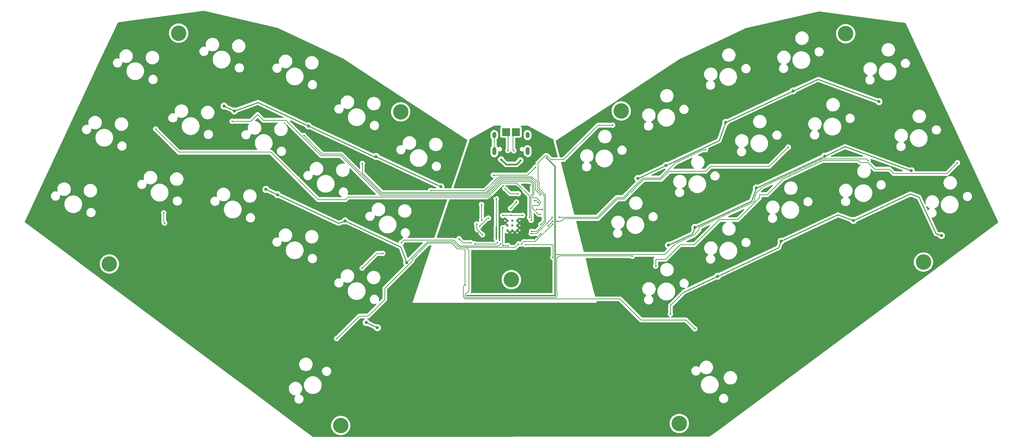
<source format=gtl>
G04 #@! TF.GenerationSoftware,KiCad,Pcbnew,7.0.1*
G04 #@! TF.CreationDate,2023-04-05T18:38:49-04:00*
G04 #@! TF.ProjectId,32kb,33326b62-2e6b-4696-9361-645f70636258,rev?*
G04 #@! TF.SameCoordinates,Original*
G04 #@! TF.FileFunction,Copper,L1,Top*
G04 #@! TF.FilePolarity,Positive*
%FSLAX46Y46*%
G04 Gerber Fmt 4.6, Leading zero omitted, Abs format (unit mm)*
G04 Created by KiCad (PCBNEW 7.0.1) date 2023-04-05 18:38:49*
%MOMM*%
%LPD*%
G01*
G04 APERTURE LIST*
G04 #@! TA.AperFunction,ComponentPad*
%ADD10C,0.500000*%
G04 #@! TD*
G04 #@! TA.AperFunction,ComponentPad*
%ADD11C,4.000000*%
G04 #@! TD*
G04 #@! TA.AperFunction,SMDPad,CuDef*
%ADD12R,2.000000X2.000000*%
G04 #@! TD*
G04 #@! TA.AperFunction,ComponentPad*
%ADD13C,0.600000*%
G04 #@! TD*
G04 #@! TA.AperFunction,ComponentPad*
%ADD14O,1.000000X1.600000*%
G04 #@! TD*
G04 #@! TA.AperFunction,ComponentPad*
%ADD15O,1.000000X2.100000*%
G04 #@! TD*
G04 #@! TA.AperFunction,ViaPad*
%ADD16C,0.400000*%
G04 #@! TD*
G04 #@! TA.AperFunction,ViaPad*
%ADD17C,0.800000*%
G04 #@! TD*
G04 #@! TA.AperFunction,ViaPad*
%ADD18C,0.600000*%
G04 #@! TD*
G04 #@! TA.AperFunction,Conductor*
%ADD19C,0.150000*%
G04 #@! TD*
G04 #@! TA.AperFunction,Conductor*
%ADD20C,0.250000*%
G04 #@! TD*
G04 #@! TA.AperFunction,Conductor*
%ADD21C,0.200000*%
G04 #@! TD*
G04 #@! TA.AperFunction,Conductor*
%ADD22C,0.300000*%
G04 #@! TD*
G04 #@! TA.AperFunction,Conductor*
%ADD23C,0.400000*%
G04 #@! TD*
G04 APERTURE END LIST*
D10*
X150098000Y-109375000D03*
X149658000Y-110435000D03*
X149658000Y-108315000D03*
X148598000Y-110875000D03*
D11*
X148598000Y-109375000D03*
D10*
X148598000Y-107875000D03*
X147538000Y-110435000D03*
X147538000Y-108315000D03*
X147098000Y-109375000D03*
X45723000Y-105325000D03*
X45283000Y-106385000D03*
X45283000Y-104265000D03*
X44223000Y-106825000D03*
D11*
X44223000Y-105325000D03*
D10*
X44223000Y-103825000D03*
X43163000Y-106385000D03*
X43163000Y-104265000D03*
X42723000Y-105325000D03*
X257098000Y-104825000D03*
X256658000Y-105885000D03*
X256658000Y-103765000D03*
X255598000Y-106325000D03*
D11*
X255598000Y-104825000D03*
D10*
X255598000Y-103325000D03*
X254538000Y-105885000D03*
X254538000Y-103765000D03*
X254098000Y-104825000D03*
X63723000Y-45425000D03*
X63283000Y-46485000D03*
X63283000Y-44365000D03*
X62223000Y-46925000D03*
D11*
X62223000Y-45425000D03*
D10*
X62223000Y-43925000D03*
X61163000Y-46485000D03*
X61163000Y-44365000D03*
X60723000Y-45425000D03*
X236898000Y-45575000D03*
X236458000Y-46635000D03*
X236458000Y-44515000D03*
X235398000Y-47075000D03*
D11*
X235398000Y-45575000D03*
D10*
X235398000Y-44075000D03*
X234338000Y-46635000D03*
X234338000Y-44515000D03*
X233898000Y-45575000D03*
X178623000Y-65600000D03*
X178183000Y-66660000D03*
X178183000Y-64540000D03*
X177123000Y-67100000D03*
D11*
X177123000Y-65600000D03*
D10*
X177123000Y-64100000D03*
X176063000Y-66660000D03*
X176063000Y-64540000D03*
X175623000Y-65600000D03*
X121363000Y-65840000D03*
X120923000Y-66900000D03*
X120923000Y-64780000D03*
X119863000Y-67340000D03*
D11*
X119863000Y-65840000D03*
D10*
X119863000Y-64340000D03*
X118803000Y-66900000D03*
X118803000Y-64780000D03*
X118363000Y-65840000D03*
X105798000Y-147225000D03*
X105358000Y-148285000D03*
X105358000Y-146165000D03*
X104298000Y-148725000D03*
D11*
X104298000Y-147225000D03*
D10*
X104298000Y-145725000D03*
X103238000Y-148285000D03*
X103238000Y-146165000D03*
X102798000Y-147225000D03*
D11*
X192198000Y-146700000D03*
D10*
X190698000Y-146700000D03*
X193698000Y-146700000D03*
X192198000Y-148200000D03*
X192198000Y-145200000D03*
X191138000Y-147760000D03*
X193258000Y-147760000D03*
X193258000Y-145640000D03*
X191138000Y-145640000D03*
D12*
X147214000Y-71070000D03*
X149754000Y-71070000D03*
D13*
X150137000Y-96610500D03*
X150137000Y-95335500D03*
X150137000Y-94060500D03*
X148862000Y-96610500D03*
X148862000Y-95335500D03*
X148862000Y-94060500D03*
X147587000Y-96610500D03*
X147587000Y-95335500D03*
X147587000Y-94060500D03*
D14*
X144164000Y-71871000D03*
D15*
X144164000Y-76051000D03*
D14*
X152804000Y-71871000D03*
D15*
X152804000Y-76051000D03*
D16*
X143073000Y-78700000D03*
X156198000Y-97450000D03*
X154895174Y-98425000D03*
X149198000Y-103625000D03*
D17*
X74018822Y-64354418D03*
X181432874Y-83134542D03*
X95895222Y-69510907D03*
X188715945Y-79738390D03*
X244053821Y-63182428D03*
D16*
X159364500Y-94946000D03*
D17*
X130302692Y-85275116D03*
X221743441Y-60413804D03*
X204248075Y-68572027D03*
X113497933Y-77438928D03*
X76697848Y-65603669D03*
D16*
X143912000Y-82246000D03*
X154834000Y-80214000D03*
X151177063Y-100126938D03*
X135022000Y-98756000D03*
X138070000Y-99772000D03*
X154576500Y-88850000D03*
X141118000Y-97740000D03*
X146356975Y-92735500D03*
X151535971Y-92734361D03*
X155596000Y-89358000D03*
X148383500Y-90882000D03*
X139594000Y-94946000D03*
X149891587Y-89241587D03*
X148484000Y-92668500D03*
X147722000Y-100534000D03*
X146452000Y-100534000D03*
X146413261Y-95917162D03*
D17*
X121408566Y-104949646D03*
D16*
X179980000Y-103319500D03*
D17*
X87859857Y-87343820D03*
D16*
X150461301Y-100117576D03*
D17*
X212191608Y-85606988D03*
X196230097Y-95852543D03*
X189400353Y-100438595D03*
X252426734Y-81138198D03*
X229917176Y-77341420D03*
X105431543Y-94136342D03*
X84867228Y-85948335D03*
X110893351Y-120505154D03*
D16*
X120036000Y-99772000D03*
D17*
X237415816Y-94023322D03*
D16*
X189886000Y-118314000D03*
D17*
X260262922Y-97942957D03*
D16*
X115210000Y-102566000D03*
X109876000Y-106376000D03*
D17*
X218632310Y-99419119D03*
X202134074Y-108513662D03*
D16*
X145805700Y-100026000D03*
D17*
X113802580Y-121861750D03*
D16*
X136546000Y-110694000D03*
X103272000Y-124664000D03*
X139086000Y-100134500D03*
X144928000Y-99772000D03*
X196236000Y-122124000D03*
X58354914Y-92064260D03*
X58568000Y-94692000D03*
X153310000Y-93235000D03*
X56282000Y-70308000D03*
X153729693Y-93941633D03*
X76094000Y-68276000D03*
X156104000Y-92406000D03*
X94735200Y-71986800D03*
X109916402Y-79238402D03*
X156104000Y-87326000D03*
X127656000Y-86248755D03*
X156245216Y-95055144D03*
X153870500Y-96835000D03*
X174900000Y-69292000D03*
X159152000Y-93168000D03*
X199030000Y-75642000D03*
X160930000Y-93168000D03*
X153791905Y-97429328D03*
X159364500Y-94184000D03*
X220484840Y-75015160D03*
X160463500Y-94184000D03*
X158136000Y-95454000D03*
X160463500Y-102820000D03*
X241194000Y-78436000D03*
X264421229Y-79084771D03*
X152278300Y-100295700D03*
X186076000Y-105868000D03*
X159364500Y-103582000D03*
X151278000Y-97486000D03*
X144928000Y-87326000D03*
X151278000Y-87326000D03*
X152351985Y-77477985D03*
X153564000Y-84786000D03*
X141871500Y-91390000D03*
X150516000Y-85548000D03*
X136292000Y-97486000D03*
X138832000Y-92914000D03*
X147214000Y-85040000D03*
X141880000Y-89104000D03*
X139964100Y-97292500D03*
X142642000Y-92152000D03*
X151364501Y-84786000D03*
X142134000Y-96035000D03*
X139648306Y-99363878D03*
X144674000Y-78944000D03*
X152548000Y-98756000D03*
X140356000Y-88850000D03*
X154950500Y-94090860D03*
X154580000Y-98756000D03*
X157628000Y-77674000D03*
X137054000Y-113488000D03*
D18*
X150934000Y-78436000D03*
X145944000Y-78182000D03*
D16*
X155088000Y-91136000D03*
X156612000Y-91136000D03*
X142642000Y-93422000D03*
X140356000Y-95454000D03*
X140864000Y-89866000D03*
X140864000Y-93930000D03*
X150392393Y-87072000D03*
X146948000Y-85750000D03*
X144674000Y-98756000D03*
X144674000Y-88342000D03*
X149234000Y-75908000D03*
X147722000Y-75896000D03*
D19*
X154110000Y-90865107D02*
X154110000Y-90120000D01*
X143317000Y-78944000D02*
X143073000Y-78700000D01*
X144674000Y-78944000D02*
X143317000Y-78944000D01*
X155223000Y-98425000D02*
X156198000Y-97450000D01*
X154895174Y-98425000D02*
X155223000Y-98425000D01*
D20*
X74018822Y-64354418D02*
X76697848Y-65603669D01*
X95895222Y-69510907D02*
X113160386Y-77561785D01*
X181432874Y-83134542D02*
X188715945Y-79738390D01*
X228189102Y-57408143D02*
X244053821Y-63182428D01*
X188715945Y-79738390D02*
X202528075Y-73297688D01*
D21*
X154800500Y-99510000D02*
X159364500Y-94946000D01*
X151177063Y-100126938D02*
X151794001Y-99510000D01*
X143912000Y-82246000D02*
X152802000Y-82246000D01*
D20*
X221743441Y-60413804D02*
X228189102Y-57408143D01*
X76697848Y-65603669D02*
X82773698Y-63392240D01*
X204248075Y-68572027D02*
X221743441Y-60413804D01*
X113497933Y-77438928D02*
X130302692Y-85275116D01*
X113160386Y-77561785D02*
X113497933Y-77438928D01*
D21*
X152802000Y-82246000D02*
X154834000Y-80214000D01*
D20*
X202528075Y-73297688D02*
X204248075Y-68572027D01*
X82773698Y-63392240D02*
X95895222Y-69510907D01*
D21*
X151794001Y-99510000D02*
X154800500Y-99510000D01*
X138070000Y-99772000D02*
X136038000Y-99772000D01*
X136038000Y-99772000D02*
X135022000Y-98756000D01*
X154576500Y-88850000D02*
X155088000Y-88850000D01*
X148549861Y-92734361D02*
X151535971Y-92734361D01*
X149891587Y-89241587D02*
X149891587Y-89373913D01*
X149891587Y-89373913D02*
X148383500Y-90882000D01*
X146423975Y-92668500D02*
X146356975Y-92735500D01*
X139594000Y-96216000D02*
X141118000Y-97740000D01*
X148484000Y-92668500D02*
X146423975Y-92668500D01*
X139594000Y-94946000D02*
X139594000Y-96216000D01*
X155088000Y-88850000D02*
X155596000Y-89358000D01*
X148484000Y-92668500D02*
X148549861Y-92734361D01*
X144164000Y-71871000D02*
X144164000Y-76051000D01*
X146305200Y-100387200D02*
X146452000Y-100534000D01*
X147722000Y-100534000D02*
X146452000Y-100534000D01*
X146413261Y-95917162D02*
X146305200Y-96025223D01*
X146305200Y-96025223D02*
X146305200Y-100387200D01*
D20*
X84867228Y-85948335D02*
X87859857Y-87343820D01*
X189400353Y-100438595D02*
X195615812Y-97540279D01*
X119934280Y-100899080D02*
X121408566Y-104949646D01*
X105431543Y-94136342D02*
X119934280Y-100899080D01*
D21*
X136554000Y-113695107D02*
X136854893Y-113996000D01*
D20*
X87859857Y-87343820D02*
X103743807Y-94750628D01*
X229917176Y-77341420D02*
X235211826Y-74872484D01*
X196230097Y-95852543D02*
X210963037Y-88982460D01*
D21*
X137562000Y-112272893D02*
X136554000Y-113280893D01*
X135014000Y-101034000D02*
X133498000Y-99518000D01*
D20*
X195615812Y-97540279D02*
X196230097Y-95852543D01*
X210963037Y-88982460D02*
X212191608Y-85606988D01*
D21*
X136554000Y-113280893D02*
X136554000Y-113695107D01*
X136854893Y-113996000D02*
X138324000Y-113996000D01*
X161038000Y-103220000D02*
X161438000Y-103220000D01*
X138324000Y-113996000D02*
X144928000Y-113996000D01*
D20*
X212191608Y-85606988D02*
X229917176Y-77341420D01*
D21*
X137562000Y-101796000D02*
X137562000Y-112272893D01*
X160422000Y-112472000D02*
X160364000Y-112414000D01*
X136800000Y-101034000D02*
X137562000Y-101796000D01*
X144928000Y-113996000D02*
X160042396Y-113996000D01*
X171090000Y-103220000D02*
X179880500Y-103220000D01*
X160364000Y-112414000D02*
X160364000Y-105106000D01*
D20*
X235211826Y-74872484D02*
X252426734Y-81138198D01*
D21*
X160364000Y-103894000D02*
X161038000Y-103220000D01*
X179880500Y-103220000D02*
X179980000Y-103319500D01*
X160042396Y-113996000D02*
X160422000Y-113616396D01*
X136800000Y-101034000D02*
X135014000Y-101034000D01*
X126840212Y-99518000D02*
X121408566Y-104949646D01*
X133498000Y-99518000D02*
X126840212Y-99518000D01*
X149544877Y-101034000D02*
X136800000Y-101034000D01*
X161438000Y-103220000D02*
X171090000Y-103220000D01*
X160364000Y-105106000D02*
X160364000Y-103894000D01*
D20*
X103743807Y-94750628D02*
X105431543Y-94136342D01*
D21*
X160422000Y-113616396D02*
X160422000Y-112472000D01*
X150461301Y-100117576D02*
X149544877Y-101034000D01*
X113686000Y-102566000D02*
X109876000Y-106376000D01*
X145197700Y-100634000D02*
X140356000Y-100634000D01*
X189886000Y-116089006D02*
X189886000Y-117298000D01*
D20*
X253498945Y-87644668D02*
X254439132Y-87986868D01*
X218632310Y-99419119D02*
X233365250Y-92549036D01*
D21*
X134923843Y-100378157D02*
X133663685Y-99118000D01*
X120690000Y-99118000D02*
X120036000Y-99772000D01*
X135179686Y-100634000D02*
X134923843Y-100378157D01*
D20*
X233365250Y-92549036D02*
X237415816Y-94023322D01*
D21*
X140356000Y-100634000D02*
X135179686Y-100634000D01*
X133663685Y-99118000D02*
X131466000Y-99118000D01*
D20*
X110893351Y-120505154D02*
X113802580Y-121861750D01*
X252148756Y-87153239D02*
X253498945Y-87644668D01*
D21*
X145805700Y-100026000D02*
X145197700Y-100634000D01*
D20*
X258840278Y-97425157D02*
X260262922Y-97942957D01*
D21*
X193378599Y-112596407D02*
X189886000Y-116089006D01*
D20*
X237415816Y-94023322D02*
X252148756Y-87153239D01*
X254439132Y-87986868D02*
X258840278Y-97425157D01*
D21*
X131466000Y-99118000D02*
X120690000Y-99118000D01*
D20*
X218018025Y-101106855D02*
X218632310Y-99419119D01*
X193378599Y-112596407D02*
X202134074Y-108513662D01*
X202134074Y-108513662D02*
X218018025Y-101106855D01*
D21*
X115210000Y-102566000D02*
X113686000Y-102566000D01*
X189886000Y-117298000D02*
X189886000Y-118314000D01*
X122831949Y-104516213D02*
X115718000Y-111630162D01*
X144565500Y-100134500D02*
X139086000Y-100134500D01*
X133136000Y-99918000D02*
X131212000Y-99918000D01*
X131212000Y-99918000D02*
X127005898Y-99918000D01*
X136154000Y-113860793D02*
X136689208Y-114396000D01*
X144928000Y-99772000D02*
X144565500Y-100134500D01*
X136430000Y-101434000D02*
X136292000Y-101434000D01*
X136154000Y-111086000D02*
X136154000Y-113860793D01*
X136546000Y-110694000D02*
X136154000Y-111086000D01*
X110892000Y-118822000D02*
X109114000Y-118822000D01*
X182266000Y-119838000D02*
X193950000Y-119838000D01*
X136689208Y-114396000D02*
X138324000Y-114396000D01*
X136546000Y-101550000D02*
X136430000Y-101434000D01*
X138324000Y-114396000D02*
X176824000Y-114396000D01*
X134652000Y-101434000D02*
X133752000Y-100534000D01*
X136292000Y-101434000D02*
X134652000Y-101434000D01*
X109114000Y-118822000D02*
X103272000Y-124664000D01*
X176932000Y-114504000D02*
X182266000Y-119838000D01*
X133752000Y-100534000D02*
X133136000Y-99918000D01*
X127005898Y-99918000D02*
X126006949Y-100916949D01*
X115718000Y-111630162D02*
X115718000Y-114504000D01*
X176824000Y-114396000D02*
X176932000Y-114504000D01*
X111400000Y-118822000D02*
X110892000Y-118822000D01*
X115718000Y-114504000D02*
X111400000Y-118822000D01*
X126006949Y-100916949D02*
X122831949Y-104091949D01*
X122831949Y-104091949D02*
X122831949Y-104516213D01*
X136546000Y-110694000D02*
X136546000Y-101550000D01*
X193950000Y-119838000D02*
X196236000Y-122124000D01*
X58354914Y-92064260D02*
X58354914Y-94478914D01*
X58354914Y-94478914D02*
X58568000Y-94692000D01*
X98446000Y-88596000D02*
X105558000Y-88596000D01*
X153310000Y-87634893D02*
X153310000Y-93235000D01*
X106205745Y-87948255D02*
X142470059Y-87948255D01*
X146140314Y-84278000D02*
X149953107Y-84278000D01*
X56282000Y-70308000D02*
X62292252Y-76318252D01*
X86168252Y-76318252D02*
X98446000Y-88596000D01*
X62292252Y-76318252D02*
X86168252Y-76318252D01*
X105558000Y-88596000D02*
X106205745Y-87948255D01*
X149953107Y-84278000D02*
X153310000Y-87634893D01*
X142470059Y-87948255D02*
X146140314Y-84278000D01*
X114702000Y-87548255D02*
X114670255Y-87548255D01*
X90064000Y-68022000D02*
X84222000Y-68022000D01*
X99208000Y-77166000D02*
X90064000Y-68022000D01*
X145974628Y-83878000D02*
X143981314Y-85871314D01*
X84222000Y-68022000D02*
X82698000Y-66498000D01*
X114670255Y-87548255D02*
X104288000Y-77166000D01*
X153810000Y-93861326D02*
X153810000Y-92760000D01*
X153710000Y-92660000D02*
X153710000Y-87469207D01*
X154064000Y-84524000D02*
X153418000Y-83878000D01*
X80920000Y-68276000D02*
X76094000Y-68276000D01*
X153729693Y-93941633D02*
X153810000Y-93861326D01*
X142304373Y-87548255D02*
X137054000Y-87548255D01*
X154064000Y-87115207D02*
X154064000Y-84524000D01*
X153418000Y-83878000D02*
X147976000Y-83878000D01*
X143981314Y-85871314D02*
X142304373Y-87548255D01*
X153810000Y-92760000D02*
X153710000Y-92660000D01*
X82698000Y-66498000D02*
X80920000Y-68276000D01*
X104288000Y-77166000D02*
X99208000Y-77166000D01*
X153710000Y-87469207D02*
X154064000Y-87115207D01*
X137054000Y-87548255D02*
X114702000Y-87548255D01*
X147976000Y-83878000D02*
X145974628Y-83878000D01*
X156104000Y-89557107D02*
X156104000Y-89104000D01*
X104453685Y-76766000D02*
X101494000Y-76766000D01*
X154110000Y-87634893D02*
X154464000Y-87280892D01*
X156104000Y-89104000D02*
X155088000Y-88088000D01*
X155541107Y-90120000D02*
X156104000Y-89557107D01*
X142138687Y-87148255D02*
X136038000Y-87148255D01*
X154464000Y-87280892D02*
X154464000Y-86949521D01*
X155650893Y-92406000D02*
X154110000Y-90865107D01*
X153583685Y-83478000D02*
X145808942Y-83478000D01*
X154110000Y-88088000D02*
X154110000Y-87834000D01*
X145808942Y-83478000D02*
X142682471Y-86604471D01*
X154110000Y-87834000D02*
X154110000Y-87634893D01*
X154464000Y-86949521D02*
X154464000Y-84358314D01*
X101494000Y-76766000D02*
X99514400Y-76766000D01*
X154110000Y-90120000D02*
X155541107Y-90120000D01*
X156104000Y-92406000D02*
X155650893Y-92406000D01*
X154464000Y-84358314D02*
X153583685Y-83478000D01*
X99514400Y-76766000D02*
X94735200Y-71986800D01*
X142682471Y-86604471D02*
X142138687Y-87148255D01*
X114835941Y-87148255D02*
X104453685Y-76766000D01*
X136038000Y-87148255D02*
X114835941Y-87148255D01*
X155088000Y-88088000D02*
X154110000Y-88088000D01*
X154864000Y-84192628D02*
X153749370Y-83078000D01*
X141949745Y-86748255D02*
X115001627Y-86748255D01*
X156104000Y-87326000D02*
X154864000Y-86086000D01*
X115001627Y-86748255D02*
X109916402Y-81663030D01*
X154864000Y-86086000D02*
X154864000Y-84192628D01*
X145620000Y-83078000D02*
X141949745Y-86748255D01*
X153749370Y-83078000D02*
X145620000Y-83078000D01*
X109916402Y-81663030D02*
X109916402Y-79238402D01*
X157112000Y-94188360D02*
X157112000Y-87626893D01*
X156005843Y-86662157D02*
X155342000Y-85998314D01*
X144420000Y-83516000D02*
X141587745Y-86348255D01*
X145257999Y-82678001D02*
X144420000Y-83516000D01*
X157112000Y-87626893D02*
X156147264Y-86662157D01*
X155342000Y-85548000D02*
X155342000Y-84104945D01*
X156245216Y-95055144D02*
X157112000Y-94188360D01*
X155342000Y-84104945D02*
X153915055Y-82678000D01*
X153915055Y-82678000D02*
X153583684Y-82678001D01*
X153583684Y-82678001D02*
X145257999Y-82678001D01*
X141018500Y-86248755D02*
X127656000Y-86248755D01*
X156147264Y-86662157D02*
X156005843Y-86662157D01*
X141118000Y-86348255D02*
X141018500Y-86248755D01*
X141587745Y-86348255D02*
X141118000Y-86348255D01*
X155342000Y-85998314D02*
X155342000Y-85548000D01*
X153870500Y-96835000D02*
X155172467Y-96835000D01*
X157512000Y-94022674D02*
X157512000Y-87461207D01*
X162137198Y-78244802D02*
X169820000Y-70562000D01*
X155780686Y-83977945D02*
X155507685Y-83704945D01*
X169820000Y-70562000D02*
X171090000Y-69292000D01*
X157512000Y-87461207D02*
X155922106Y-85871314D01*
X155780686Y-85871314D02*
X155780686Y-83977945D01*
X155507685Y-83704945D02*
X155507685Y-79087208D01*
X158835198Y-78174091D02*
X158835198Y-78244802D01*
X155172467Y-96835000D02*
X157512000Y-94495467D01*
X157420893Y-77174000D02*
X157835107Y-77174000D01*
X157835107Y-77174000D02*
X158835198Y-78174091D01*
X158835198Y-78244802D02*
X162137198Y-78244802D01*
X155922106Y-85871314D02*
X155780686Y-85871314D01*
X155507685Y-79087208D02*
X157420893Y-77174000D01*
X157512000Y-94495467D02*
X157512000Y-94022674D01*
X171090000Y-69292000D02*
X174900000Y-69292000D01*
X198506318Y-75642000D02*
X199030000Y-75642000D01*
X153791905Y-97429328D02*
X155143825Y-97429328D01*
X177629880Y-88088000D02*
X182709880Y-83008000D01*
X197865180Y-75940968D02*
X198506318Y-75642000D01*
X160930000Y-93168000D02*
X170836000Y-93168000D01*
X175916000Y-88088000D02*
X177629880Y-88088000D01*
X155143825Y-97429328D02*
X159152000Y-93421153D01*
X159152000Y-93421153D02*
X159152000Y-93168000D01*
X182709880Y-83008000D02*
X187243166Y-83008000D01*
X191204073Y-79047093D02*
X197865180Y-75940968D01*
X170836000Y-93168000D02*
X175916000Y-88088000D01*
X187243166Y-83008000D02*
X191204073Y-79047093D01*
X171001686Y-93568000D02*
X176081686Y-88488000D01*
X158136000Y-95454000D02*
X158136000Y-95412500D01*
X199030000Y-81230000D02*
X200300000Y-79960000D01*
X180742000Y-85548000D02*
X180742000Y-85541566D01*
X200300000Y-79960000D02*
X215540000Y-79960000D01*
X177802000Y-88488000D02*
X180742000Y-85548000D01*
X176081686Y-88488000D02*
X177802000Y-88488000D01*
X182875566Y-83408000D02*
X187408852Y-83408000D01*
X160463500Y-94184000D02*
X161584000Y-94184000D01*
X158136000Y-95412500D02*
X159364500Y-94184000D01*
X162200000Y-93568000D02*
X171001686Y-93568000D01*
X180742000Y-85541566D02*
X182875566Y-83408000D01*
X189586852Y-81230000D02*
X199030000Y-81230000D01*
X187408852Y-83408000D02*
X189586852Y-81230000D01*
X215540000Y-79960000D02*
X220484840Y-75015160D01*
X161584000Y-94184000D02*
X162200000Y-93568000D01*
X240842613Y-78084613D02*
X241194000Y-78436000D01*
X191180077Y-100077632D02*
X195505156Y-98060815D01*
X207192362Y-91209690D02*
X211302196Y-89293243D01*
X213668991Y-85387009D02*
X215185216Y-84679982D01*
X195954971Y-97851061D02*
X197304458Y-96501574D01*
X160463500Y-102820000D02*
X188437709Y-102820000D01*
X211302196Y-89293243D02*
X211739597Y-88855842D01*
X211739597Y-88091493D02*
X212183146Y-86872854D01*
X215185217Y-84679981D02*
X229329030Y-78084613D01*
X215185216Y-84679982D02*
X215185217Y-84679981D01*
X212183146Y-86872854D02*
X213668991Y-85387009D01*
X197304458Y-96501574D02*
X197304458Y-95820496D01*
X211739597Y-88855842D02*
X211739597Y-88091493D01*
X197304458Y-95820496D02*
X207192362Y-91209690D01*
X229329030Y-78084613D02*
X240842613Y-78084613D01*
X188437709Y-102820000D02*
X191180077Y-100077632D01*
X195505156Y-98060815D02*
X195954971Y-97851061D01*
X242972000Y-80722000D02*
X246782000Y-80722000D01*
X215032000Y-87326000D02*
X218842000Y-83516000D01*
X152278300Y-100295700D02*
X159464000Y-100295700D01*
X186076000Y-104090000D02*
X188616000Y-104090000D01*
X239113387Y-78944000D02*
X241194000Y-78944000D01*
X246782000Y-80722000D02*
X247898198Y-81838198D01*
X218842000Y-83416146D02*
X229417707Y-78484613D01*
X207384075Y-93777050D02*
X213000000Y-88161125D01*
X247898198Y-81838198D02*
X261667802Y-81838198D01*
X213000000Y-88161125D02*
X213000000Y-87326000D01*
X218842000Y-83516000D02*
X218842000Y-83416146D01*
X192426000Y-100280000D02*
X196130171Y-100280000D01*
X213000000Y-87326000D02*
X215032000Y-87326000D01*
X159464000Y-100295700D02*
X159464000Y-103482500D01*
X261667802Y-81838198D02*
X264421229Y-79084771D01*
X229417707Y-78484613D02*
X238654000Y-78484613D01*
X186076000Y-105868000D02*
X186076000Y-104090000D01*
X202633121Y-93777050D02*
X207384075Y-93777050D01*
X196130171Y-100280000D02*
X202633121Y-93777050D01*
X188616000Y-104090000D02*
X192426000Y-100280000D01*
X238654000Y-78484613D02*
X239113387Y-78944000D01*
X241194000Y-78944000D02*
X242972000Y-80722000D01*
X159464000Y-103482500D02*
X159364500Y-103582000D01*
X141880000Y-91390000D02*
X142642000Y-92152000D01*
X152351985Y-77477985D02*
X153310000Y-78436000D01*
X150008000Y-85040000D02*
X150516000Y-85548000D01*
X144412000Y-87842000D02*
X144928000Y-87326000D01*
X140610000Y-89104000D02*
X140356000Y-88850000D01*
X139770600Y-97486000D02*
X139964100Y-97292500D01*
X141871500Y-91390000D02*
X141880000Y-91390000D01*
X153310000Y-78436000D02*
X154326000Y-78436000D01*
X151278000Y-86310000D02*
X151278000Y-87326000D01*
X141871500Y-91390000D02*
X141880000Y-91381500D01*
X141880000Y-89104000D02*
X143142000Y-87842000D01*
X139648306Y-99363878D02*
X139648306Y-97608294D01*
X142134000Y-96035000D02*
X142061000Y-96035000D01*
X151278000Y-97486000D02*
X149055500Y-97486000D01*
X139648306Y-97608294D02*
X139964100Y-97292500D01*
X141880000Y-89104000D02*
X140610000Y-89104000D01*
X136292000Y-97486000D02*
X139770600Y-97486000D01*
X147214000Y-85040000D02*
X150008000Y-85040000D01*
X141880000Y-91381500D02*
X141880000Y-89104000D01*
X150516000Y-85548000D02*
X151278000Y-86310000D01*
X143142000Y-87842000D02*
X144412000Y-87842000D01*
X153564000Y-84786000D02*
X151401501Y-84786000D01*
D22*
X159914000Y-79960000D02*
X157628000Y-77674000D01*
X159914000Y-113488000D02*
X159914000Y-79960000D01*
X137054000Y-113488000D02*
X159914000Y-113488000D01*
D23*
X147214000Y-79452000D02*
X145944000Y-78182000D01*
X150934000Y-78436000D02*
X149918000Y-79452000D01*
X149918000Y-79452000D02*
X147214000Y-79452000D01*
D21*
X155088000Y-91136000D02*
X156612000Y-91136000D01*
X142388000Y-93422000D02*
X142642000Y-93422000D01*
X140356000Y-95454000D02*
X142388000Y-93422000D01*
X140864000Y-93930000D02*
X140864000Y-89866000D01*
X148274000Y-87072000D02*
X146960000Y-85758000D01*
X150392393Y-87072000D02*
X148274000Y-87072000D01*
D22*
X144674000Y-95645000D02*
X144674000Y-98756000D01*
D21*
X144674000Y-95645000D02*
X144674000Y-88342000D01*
X148992000Y-75666000D02*
X149234000Y-75908000D01*
X149754000Y-71070000D02*
X148992000Y-71832000D01*
X148992000Y-71832000D02*
X148992000Y-75666000D01*
X147722000Y-71578000D02*
X147214000Y-71070000D01*
X147722000Y-75896000D02*
X147722000Y-71578000D01*
G04 #@! TA.AperFunction,Conductor*
G36*
X151691393Y-100717638D02*
G01*
X151735815Y-100756993D01*
X151744085Y-100768973D01*
X151744086Y-100768974D01*
X151744087Y-100768975D01*
X151784164Y-100804480D01*
X151872870Y-100883067D01*
X151913136Y-100904200D01*
X152025214Y-100963024D01*
X152025216Y-100963024D01*
X152025217Y-100963025D01*
X152192272Y-101004200D01*
X152364327Y-101004200D01*
X152364328Y-101004200D01*
X152531383Y-100963025D01*
X152616400Y-100918404D01*
X152674027Y-100904200D01*
X158731500Y-100904200D01*
X158793500Y-100920813D01*
X158838887Y-100966200D01*
X158855500Y-101028200D01*
X158855500Y-103033557D01*
X158849885Y-103070448D01*
X158833550Y-103103998D01*
X158830286Y-103108725D01*
X158830285Y-103108727D01*
X158749048Y-103226418D01*
X158732545Y-103250327D01*
X158671535Y-103411198D01*
X158650795Y-103582000D01*
X158668111Y-103724605D01*
X158671535Y-103752801D01*
X158732546Y-103913675D01*
X158830285Y-104055273D01*
X158830286Y-104055274D01*
X158830287Y-104055275D01*
X158891432Y-104109445D01*
X158959070Y-104169367D01*
X158991975Y-104186637D01*
X159111415Y-104249325D01*
X159161174Y-104261589D01*
X159209923Y-104285935D01*
X159243528Y-104328828D01*
X159255500Y-104381986D01*
X159255500Y-112705500D01*
X159238887Y-112767500D01*
X159193500Y-112812887D01*
X159131500Y-112829500D01*
X138153345Y-112829500D01*
X138087865Y-112810801D01*
X138042133Y-112760345D01*
X138029942Y-112693347D01*
X138054968Y-112630015D01*
X138089929Y-112584452D01*
X138097562Y-112575432D01*
X138099996Y-112572818D01*
X138103462Y-112566815D01*
X138109325Y-112559173D01*
X138115022Y-112527867D01*
X138154838Y-112431743D01*
X138170500Y-112312778D01*
X138170500Y-112312771D01*
X138175750Y-112272893D01*
X138171560Y-112241072D01*
X138170500Y-112224888D01*
X138170500Y-109375000D01*
X146084539Y-109375000D01*
X146104358Y-109690015D01*
X146163505Y-110000075D01*
X146261043Y-110300265D01*
X146395436Y-110585866D01*
X146564568Y-110852375D01*
X146765769Y-111095585D01*
X146995861Y-111311656D01*
X147251220Y-111497184D01*
X147527819Y-111649246D01*
X147527821Y-111649247D01*
X147821298Y-111765443D01*
X148127025Y-111843940D01*
X148361056Y-111873504D01*
X148440177Y-111883500D01*
X148440179Y-111883500D01*
X148755821Y-111883500D01*
X148755823Y-111883500D01*
X148826068Y-111874625D01*
X149068975Y-111843940D01*
X149374702Y-111765443D01*
X149668179Y-111649247D01*
X149944779Y-111497184D01*
X150183647Y-111323637D01*
X150200138Y-111311656D01*
X150430230Y-111095585D01*
X150430230Y-111095584D01*
X150430233Y-111095582D01*
X150631432Y-110852375D01*
X150800562Y-110585869D01*
X150934956Y-110300266D01*
X151032495Y-110000072D01*
X151091641Y-109690020D01*
X151111460Y-109375000D01*
X151091641Y-109059980D01*
X151032495Y-108749928D01*
X151031581Y-108747116D01*
X150934956Y-108449734D01*
X150800563Y-108164133D01*
X150800562Y-108164131D01*
X150631432Y-107897625D01*
X150430233Y-107654418D01*
X150430230Y-107654414D01*
X150200138Y-107438343D01*
X149944779Y-107252815D01*
X149668180Y-107100753D01*
X149374699Y-106984556D01*
X149068976Y-106906060D01*
X148755823Y-106866500D01*
X148755821Y-106866500D01*
X148440179Y-106866500D01*
X148440177Y-106866500D01*
X148127023Y-106906060D01*
X147821300Y-106984556D01*
X147527819Y-107100753D01*
X147251220Y-107252815D01*
X146995861Y-107438343D01*
X146765769Y-107654414D01*
X146564568Y-107897624D01*
X146395436Y-108164133D01*
X146261043Y-108449734D01*
X146163505Y-108749924D01*
X146104358Y-109059984D01*
X146084539Y-109375000D01*
X138170500Y-109375000D01*
X138170500Y-101844005D01*
X138171561Y-101827820D01*
X138175750Y-101796000D01*
X138173997Y-101782686D01*
X138184554Y-101714096D01*
X138230311Y-101661920D01*
X138296936Y-101642500D01*
X149496872Y-101642500D01*
X149513056Y-101643560D01*
X149544877Y-101647750D01*
X149576698Y-101643560D01*
X149576710Y-101643560D01*
X149584761Y-101642500D01*
X149584762Y-101642500D01*
X149684333Y-101629391D01*
X149703728Y-101626838D01*
X149851753Y-101565524D01*
X149946949Y-101492477D01*
X149946949Y-101492476D01*
X149963243Y-101479974D01*
X149963244Y-101479971D01*
X149978864Y-101467987D01*
X149998411Y-101442513D01*
X150009095Y-101430330D01*
X150610503Y-100828921D01*
X150668505Y-100796208D01*
X150714384Y-100784901D01*
X150752638Y-100764823D01*
X150810263Y-100750620D01*
X150867888Y-100764823D01*
X150923980Y-100794263D01*
X151091035Y-100835438D01*
X151263090Y-100835438D01*
X151263091Y-100835438D01*
X151430146Y-100794263D01*
X151576144Y-100717636D01*
X151633767Y-100703434D01*
X151691393Y-100717638D01*
G37*
G04 #@! TD.AperFunction*
G04 #@! TA.AperFunction,Conductor*
G36*
X146628472Y-84903616D02*
G01*
X146673981Y-84950238D01*
X146689573Y-85013496D01*
X146670943Y-85075927D01*
X146623235Y-85120296D01*
X146542569Y-85162633D01*
X146413787Y-85276724D01*
X146410031Y-85282166D01*
X146329042Y-85399498D01*
X146316045Y-85418327D01*
X146255035Y-85579198D01*
X146234295Y-85749999D01*
X146244108Y-85830812D01*
X146255035Y-85920801D01*
X146316046Y-86081675D01*
X146413785Y-86223273D01*
X146413786Y-86223274D01*
X146413787Y-86223275D01*
X146472088Y-86274925D01*
X146542570Y-86337367D01*
X146577299Y-86355594D01*
X146694916Y-86417325D01*
X146746099Y-86429940D01*
X146804107Y-86462656D01*
X147809777Y-87468326D01*
X147820472Y-87480521D01*
X147840013Y-87505988D01*
X147871925Y-87530475D01*
X147891210Y-87545273D01*
X147967124Y-87603524D01*
X148115149Y-87664838D01*
X148274000Y-87685751D01*
X148305828Y-87681561D01*
X148322013Y-87680500D01*
X149996666Y-87680500D01*
X150054292Y-87694704D01*
X150128530Y-87733667D01*
X150139310Y-87739325D01*
X150306365Y-87780500D01*
X150478420Y-87780500D01*
X150478421Y-87780500D01*
X150645476Y-87739325D01*
X150797823Y-87659367D01*
X150926608Y-87545273D01*
X151024347Y-87403675D01*
X151085358Y-87242801D01*
X151106097Y-87072000D01*
X151085358Y-86901199D01*
X151024347Y-86740325D01*
X150926608Y-86598727D01*
X150897130Y-86572612D01*
X150797823Y-86484633D01*
X150645478Y-86404675D01*
X150532008Y-86376708D01*
X150478421Y-86363500D01*
X150306365Y-86363500D01*
X150252778Y-86376708D01*
X150139308Y-86404675D01*
X150054292Y-86449296D01*
X149996666Y-86463500D01*
X148577411Y-86463500D01*
X148529958Y-86454061D01*
X148489730Y-86427181D01*
X147659308Y-85596759D01*
X147631047Y-85553048D01*
X147616263Y-85514065D01*
X147579954Y-85418325D01*
X147482215Y-85276727D01*
X147468824Y-85264864D01*
X147353430Y-85162633D01*
X147272765Y-85120296D01*
X147225057Y-85075927D01*
X147206427Y-85013496D01*
X147222019Y-84950238D01*
X147267528Y-84903616D01*
X147330391Y-84886500D01*
X149649696Y-84886500D01*
X149697149Y-84895939D01*
X149737377Y-84922819D01*
X152665181Y-87850623D01*
X152692061Y-87890851D01*
X152701500Y-87938304D01*
X152701500Y-92830706D01*
X152695885Y-92867597D01*
X152679550Y-92901146D01*
X152678046Y-92903324D01*
X152617035Y-93064198D01*
X152596295Y-93234999D01*
X152613953Y-93380422D01*
X152617035Y-93405801D01*
X152678046Y-93566675D01*
X152775785Y-93708273D01*
X152775786Y-93708274D01*
X152775787Y-93708275D01*
X152904566Y-93822364D01*
X152904567Y-93822364D01*
X152904570Y-93822367D01*
X152950481Y-93846463D01*
X152994903Y-93885818D01*
X153015949Y-93941311D01*
X153030024Y-94057225D01*
X153036728Y-94112434D01*
X153097739Y-94273308D01*
X153195478Y-94414906D01*
X153195479Y-94414907D01*
X153195480Y-94414908D01*
X153279313Y-94489178D01*
X153324263Y-94529000D01*
X153328983Y-94531477D01*
X153476607Y-94608957D01*
X153476609Y-94608957D01*
X153476610Y-94608958D01*
X153643665Y-94650133D01*
X153815720Y-94650133D01*
X153815721Y-94650133D01*
X153982776Y-94608958D01*
X154135123Y-94529000D01*
X154263908Y-94414906D01*
X154361647Y-94273308D01*
X154422658Y-94112434D01*
X154443397Y-93941633D01*
X154422658Y-93770832D01*
X154422657Y-93770831D01*
X154420843Y-93755886D01*
X154421910Y-93755756D01*
X154418500Y-93737145D01*
X154418500Y-92808004D01*
X154419561Y-92791818D01*
X154423750Y-92760000D01*
X154420690Y-92736760D01*
X154418500Y-92720122D01*
X154418500Y-92720115D01*
X154402838Y-92601150D01*
X154341524Y-92453125D01*
X154341523Y-92453124D01*
X154338810Y-92446573D01*
X154325081Y-92420886D01*
X154318500Y-92381027D01*
X154318500Y-92233518D01*
X154332015Y-92177223D01*
X154369615Y-92133200D01*
X154423102Y-92111045D01*
X154480818Y-92115587D01*
X154530181Y-92145837D01*
X155186670Y-92802326D01*
X155197365Y-92814521D01*
X155216906Y-92839988D01*
X155248818Y-92864475D01*
X155248822Y-92864478D01*
X155344017Y-92937524D01*
X155492042Y-92998838D01*
X155510075Y-93001212D01*
X155619059Y-93015560D01*
X155619072Y-93015560D01*
X155650893Y-93019750D01*
X155682713Y-93015560D01*
X155698898Y-93014500D01*
X155708273Y-93014500D01*
X155765899Y-93028704D01*
X155839199Y-93067175D01*
X155850917Y-93073325D01*
X156017972Y-93114500D01*
X156190027Y-93114500D01*
X156190028Y-93114500D01*
X156310932Y-93084699D01*
X156349825Y-93075114D01*
X156405526Y-93074273D01*
X156455973Y-93097900D01*
X156490987Y-93141228D01*
X156503500Y-93195511D01*
X156503500Y-93884949D01*
X156494061Y-93932402D01*
X156467181Y-93972630D01*
X156096014Y-94343795D01*
X156038011Y-94376510D01*
X155992136Y-94387818D01*
X155992135Y-94387818D01*
X155992133Y-94387819D01*
X155871521Y-94451121D01*
X155839782Y-94467779D01*
X155711003Y-94581868D01*
X155697994Y-94600715D01*
X155633964Y-94693478D01*
X155613261Y-94723471D01*
X155552251Y-94884342D01*
X155531511Y-95055143D01*
X155552251Y-95225945D01*
X155613261Y-95386818D01*
X155614521Y-95388643D01*
X155635241Y-95441660D01*
X155630090Y-95498350D01*
X155600152Y-95546764D01*
X154956737Y-96190181D01*
X154916509Y-96217061D01*
X154869056Y-96226500D01*
X154266227Y-96226500D01*
X154208601Y-96212296D01*
X154123584Y-96167675D01*
X153983711Y-96133200D01*
X153956528Y-96126500D01*
X153784472Y-96126500D01*
X153762754Y-96131853D01*
X153617414Y-96167675D01*
X153465069Y-96247633D01*
X153336287Y-96361724D01*
X153336284Y-96361727D01*
X153336285Y-96361727D01*
X153244044Y-96495361D01*
X153238545Y-96503327D01*
X153177535Y-96664198D01*
X153156795Y-96835000D01*
X153178720Y-97015565D01*
X153176022Y-97060181D01*
X153164193Y-97086466D01*
X153098940Y-97258526D01*
X153078200Y-97429328D01*
X153091928Y-97542380D01*
X153098940Y-97600129D01*
X153159951Y-97761003D01*
X153257690Y-97902601D01*
X153257691Y-97902602D01*
X153257692Y-97902603D01*
X153343546Y-97978663D01*
X153386475Y-98016695D01*
X153430765Y-98039940D01*
X153538819Y-98096652D01*
X153538821Y-98096652D01*
X153538822Y-98096653D01*
X153705877Y-98137828D01*
X153877932Y-98137828D01*
X153877933Y-98137828D01*
X154044988Y-98096653D01*
X154130005Y-98052032D01*
X154187632Y-98037828D01*
X155095820Y-98037828D01*
X155111993Y-98038887D01*
X155126972Y-98040859D01*
X155189450Y-98067942D01*
X155228207Y-98123937D01*
X155231550Y-98191954D01*
X155198470Y-98251479D01*
X154584770Y-98865181D01*
X154544542Y-98892061D01*
X154497089Y-98901500D01*
X151842006Y-98901500D01*
X151825821Y-98900439D01*
X151794001Y-98896249D01*
X151762181Y-98900439D01*
X151762167Y-98900439D01*
X151665697Y-98913139D01*
X151654544Y-98914608D01*
X151654533Y-98914608D01*
X151635150Y-98917161D01*
X151487125Y-98978475D01*
X151391928Y-99051523D01*
X151360012Y-99076014D01*
X151340467Y-99101484D01*
X151329776Y-99113674D01*
X151027861Y-99415589D01*
X150969856Y-99448305D01*
X150923978Y-99459613D01*
X150885725Y-99479690D01*
X150828099Y-99493893D01*
X150770474Y-99479689D01*
X150714385Y-99450251D01*
X150596855Y-99421283D01*
X150547329Y-99409076D01*
X150375273Y-99409076D01*
X150343339Y-99416947D01*
X150208215Y-99450251D01*
X150055870Y-99530209D01*
X149927088Y-99644300D01*
X149829346Y-99785903D01*
X149775810Y-99927067D01*
X149747549Y-99970777D01*
X149329147Y-100389181D01*
X149288919Y-100416061D01*
X149241466Y-100425500D01*
X148524184Y-100425500D01*
X148475580Y-100415577D01*
X148434755Y-100387398D01*
X148408242Y-100345471D01*
X148390167Y-100297811D01*
X148353954Y-100202325D01*
X148256215Y-100060727D01*
X148239824Y-100046206D01*
X148127430Y-99946633D01*
X147975085Y-99866675D01*
X147850616Y-99835997D01*
X147808028Y-99825500D01*
X147635972Y-99825500D01*
X147593384Y-99835997D01*
X147468915Y-99866675D01*
X147383899Y-99911296D01*
X147326273Y-99925500D01*
X147037700Y-99925500D01*
X146975700Y-99908887D01*
X146930313Y-99863500D01*
X146913700Y-99801500D01*
X146913700Y-97356617D01*
X146930897Y-97293616D01*
X146977719Y-97248089D01*
X147041177Y-97232666D01*
X147103672Y-97251623D01*
X147237696Y-97335835D01*
X147407859Y-97395377D01*
X147587000Y-97415562D01*
X147766140Y-97395377D01*
X147936303Y-97335835D01*
X147950107Y-97327161D01*
X147950107Y-97327160D01*
X148498891Y-97327160D01*
X148512696Y-97335835D01*
X148682859Y-97395377D01*
X148862000Y-97415562D01*
X149041140Y-97395377D01*
X149211303Y-97335835D01*
X149225107Y-97327161D01*
X149225107Y-97327160D01*
X149773891Y-97327160D01*
X149787696Y-97335835D01*
X149957859Y-97395377D01*
X150137000Y-97415562D01*
X150316140Y-97395377D01*
X150486303Y-97335835D01*
X150500107Y-97327161D01*
X150500107Y-97327160D01*
X150137001Y-96964053D01*
X150137000Y-96964053D01*
X149773891Y-97327160D01*
X149225107Y-97327160D01*
X148862001Y-96964053D01*
X148862000Y-96964053D01*
X148498891Y-97327160D01*
X147950107Y-97327160D01*
X147321128Y-96698181D01*
X147289034Y-96642594D01*
X147289034Y-96578406D01*
X147321128Y-96522819D01*
X147499319Y-96344628D01*
X147554906Y-96312534D01*
X147619094Y-96312534D01*
X147674681Y-96344628D01*
X148224500Y-96894447D01*
X148774319Y-96344628D01*
X148829906Y-96312534D01*
X148894094Y-96312534D01*
X148949681Y-96344628D01*
X149499500Y-96894447D01*
X149783447Y-96610500D01*
X150490553Y-96610500D01*
X150853660Y-96973607D01*
X150853661Y-96973607D01*
X150862335Y-96959803D01*
X150921877Y-96789640D01*
X150942062Y-96610500D01*
X150921877Y-96431359D01*
X150862335Y-96261196D01*
X150853660Y-96247391D01*
X150490553Y-96610500D01*
X149783447Y-96610500D01*
X150420947Y-95973000D01*
X149871128Y-95423181D01*
X149839034Y-95367594D01*
X149839034Y-95335500D01*
X150490553Y-95335500D01*
X150853660Y-95698607D01*
X150853661Y-95698607D01*
X150862335Y-95684803D01*
X150921877Y-95514640D01*
X150942062Y-95335500D01*
X150921877Y-95156359D01*
X150862335Y-94986196D01*
X150853660Y-94972391D01*
X150490553Y-95335500D01*
X149839034Y-95335500D01*
X149839034Y-95303406D01*
X149871128Y-95247819D01*
X150420947Y-94698000D01*
X149871128Y-94148181D01*
X149839034Y-94092594D01*
X149839034Y-94060500D01*
X150490553Y-94060500D01*
X150853660Y-94423607D01*
X150853661Y-94423607D01*
X150862335Y-94409803D01*
X150921877Y-94239640D01*
X150942062Y-94060500D01*
X150921877Y-93881359D01*
X150862335Y-93711196D01*
X150853660Y-93697391D01*
X150490553Y-94060500D01*
X149839034Y-94060500D01*
X149839034Y-94028406D01*
X149871128Y-93972819D01*
X150137000Y-93706947D01*
X150464766Y-93379180D01*
X150504994Y-93352300D01*
X150552447Y-93342861D01*
X151140244Y-93342861D01*
X151197870Y-93357065D01*
X151242373Y-93380422D01*
X151282888Y-93401686D01*
X151449943Y-93442861D01*
X151621998Y-93442861D01*
X151621999Y-93442861D01*
X151789054Y-93401686D01*
X151941401Y-93321728D01*
X152070186Y-93207634D01*
X152167925Y-93066036D01*
X152228936Y-92905162D01*
X152249675Y-92734361D01*
X152249670Y-92734323D01*
X152247142Y-92713500D01*
X152228936Y-92563560D01*
X152167925Y-92402686D01*
X152070186Y-92261088D01*
X152068233Y-92259358D01*
X151941401Y-92146994D01*
X151789056Y-92067036D01*
X151677684Y-92039586D01*
X151621999Y-92025861D01*
X151449943Y-92025861D01*
X151394257Y-92039586D01*
X151282886Y-92067036D01*
X151197870Y-92111657D01*
X151140244Y-92125861D01*
X148986944Y-92125861D01*
X148942972Y-92117803D01*
X148904718Y-92094677D01*
X148889430Y-92081133D01*
X148889428Y-92081132D01*
X148889427Y-92081131D01*
X148737085Y-92001175D01*
X148622670Y-91972975D01*
X148570028Y-91960000D01*
X148397972Y-91960000D01*
X148345330Y-91972975D01*
X148230915Y-92001175D01*
X148145899Y-92045796D01*
X148088273Y-92060000D01*
X146591947Y-92060000D01*
X146562272Y-92056397D01*
X146559239Y-92055649D01*
X146443003Y-92027000D01*
X146270947Y-92027000D01*
X146229183Y-92037293D01*
X146103889Y-92068175D01*
X145951544Y-92148133D01*
X145822762Y-92262224D01*
X145820804Y-92265061D01*
X145725808Y-92402686D01*
X145725020Y-92403827D01*
X145664010Y-92564698D01*
X145643270Y-92735500D01*
X145662088Y-92890476D01*
X145664010Y-92906301D01*
X145725021Y-93067175D01*
X145822760Y-93208773D01*
X145822761Y-93208774D01*
X145822762Y-93208775D01*
X145863750Y-93245087D01*
X145951545Y-93322867D01*
X146001406Y-93349036D01*
X146103889Y-93402824D01*
X146103891Y-93402824D01*
X146103892Y-93402825D01*
X146270947Y-93444000D01*
X146443002Y-93444000D01*
X146443003Y-93444000D01*
X146610058Y-93402825D01*
X146762405Y-93322867D01*
X146778978Y-93308184D01*
X146817233Y-93285058D01*
X146861204Y-93277000D01*
X147105690Y-93277000D01*
X147153143Y-93286439D01*
X147193371Y-93313319D01*
X147587000Y-93706947D01*
X147852872Y-93972819D01*
X147884966Y-94028406D01*
X147884966Y-94092594D01*
X147852872Y-94148181D01*
X147303053Y-94698000D01*
X147852872Y-95247819D01*
X147884966Y-95303407D01*
X147884966Y-95367594D01*
X147852872Y-95423181D01*
X147674681Y-95601371D01*
X147619093Y-95633465D01*
X147554906Y-95633465D01*
X147499319Y-95601371D01*
X146870338Y-94972390D01*
X146870338Y-94972391D01*
X146861664Y-94986196D01*
X146798470Y-95166797D01*
X146765245Y-95217225D01*
X146712142Y-95245979D01*
X146651754Y-95246240D01*
X146499289Y-95208662D01*
X146327233Y-95208662D01*
X146292491Y-95217225D01*
X146160175Y-95249837D01*
X146007830Y-95329795D01*
X145879048Y-95443886D01*
X145879045Y-95443889D01*
X145879046Y-95443889D01*
X145797651Y-95561810D01*
X145781306Y-95585489D01*
X145720296Y-95746360D01*
X145699556Y-95917162D01*
X145700601Y-95925764D01*
X145700444Y-95956892D01*
X145695640Y-95993387D01*
X145695639Y-95993403D01*
X145691449Y-96025223D01*
X145695639Y-96057043D01*
X145696700Y-96073228D01*
X145696700Y-99226014D01*
X145684727Y-99279173D01*
X145651121Y-99322067D01*
X145602370Y-99346412D01*
X145593820Y-99348519D01*
X145544255Y-99350515D01*
X145497874Y-99332923D01*
X145462967Y-99299393D01*
X145349406Y-99198786D01*
X145319605Y-99159129D01*
X145307734Y-99110964D01*
X145315691Y-99062000D01*
X145316269Y-99060477D01*
X145366965Y-98926801D01*
X145387704Y-98756000D01*
X145366965Y-98585199D01*
X145340558Y-98515569D01*
X145332500Y-98471598D01*
X145332500Y-95603566D01*
X145318274Y-95490957D01*
X145316882Y-95479936D01*
X145291207Y-95415089D01*
X145282500Y-95369444D01*
X145282500Y-94060500D01*
X146781937Y-94060500D01*
X146802122Y-94239640D01*
X146861665Y-94409804D01*
X146870338Y-94423608D01*
X147233447Y-94060501D01*
X147233447Y-94060500D01*
X146870338Y-93697390D01*
X146870338Y-93697391D01*
X146861664Y-93711196D01*
X146802122Y-93881359D01*
X146781937Y-94060500D01*
X145282500Y-94060500D01*
X145282500Y-90881999D01*
X147669795Y-90881999D01*
X147684011Y-90999070D01*
X147690535Y-91052801D01*
X147751546Y-91213675D01*
X147849285Y-91355273D01*
X147849286Y-91355274D01*
X147849287Y-91355275D01*
X147860838Y-91365508D01*
X147978070Y-91469367D01*
X148021011Y-91491904D01*
X148130414Y-91549324D01*
X148130416Y-91549324D01*
X148130417Y-91549325D01*
X148297472Y-91590500D01*
X148469527Y-91590500D01*
X148469528Y-91590500D01*
X148636583Y-91549325D01*
X148788930Y-91469367D01*
X148917715Y-91355273D01*
X149015454Y-91213675D01*
X149068992Y-91072503D01*
X149097251Y-91028796D01*
X150287918Y-89838129D01*
X150300108Y-89827440D01*
X150325570Y-89807903D01*
X150325569Y-89807903D01*
X150325574Y-89807900D01*
X150328502Y-89804082D01*
X150344654Y-89786750D01*
X150354528Y-89778003D01*
X150414263Y-89725083D01*
X150425801Y-89714861D01*
X150425802Y-89714860D01*
X150523541Y-89573262D01*
X150584552Y-89412388D01*
X150605291Y-89241587D01*
X150584552Y-89070786D01*
X150523541Y-88909912D01*
X150425802Y-88768314D01*
X150424841Y-88767463D01*
X150297017Y-88654220D01*
X150144672Y-88574262D01*
X150020451Y-88543645D01*
X149977615Y-88533087D01*
X149805559Y-88533087D01*
X149773081Y-88541092D01*
X149638501Y-88574262D01*
X149486156Y-88654220D01*
X149357374Y-88768311D01*
X149357371Y-88768314D01*
X149357372Y-88768314D01*
X149267154Y-88899017D01*
X149259632Y-88909914D01*
X149198622Y-89070785D01*
X149185046Y-89182585D01*
X149173437Y-89221921D01*
X149149631Y-89255318D01*
X148234298Y-90170651D01*
X148176295Y-90203366D01*
X148130420Y-90214674D01*
X148130419Y-90214674D01*
X148130417Y-90214675D01*
X148031231Y-90266732D01*
X147978066Y-90294635D01*
X147849287Y-90408724D01*
X147849284Y-90408727D01*
X147849285Y-90408727D01*
X147773911Y-90517925D01*
X147751545Y-90550327D01*
X147690535Y-90711198D01*
X147669795Y-90881999D01*
X145282500Y-90881999D01*
X145282500Y-88746294D01*
X145288115Y-88709403D01*
X145304450Y-88675854D01*
X145304527Y-88675741D01*
X145305954Y-88673675D01*
X145366965Y-88512801D01*
X145387704Y-88342000D01*
X145387541Y-88340661D01*
X145382195Y-88296627D01*
X145366965Y-88171199D01*
X145305954Y-88010325D01*
X145208215Y-87868727D01*
X145202422Y-87863595D01*
X145079430Y-87754633D01*
X144927085Y-87674675D01*
X144815712Y-87647224D01*
X144760028Y-87633500D01*
X144587972Y-87633500D01*
X144546208Y-87643793D01*
X144420914Y-87674675D01*
X144268569Y-87754633D01*
X144139787Y-87868724D01*
X144139784Y-87868727D01*
X144139785Y-87868727D01*
X144049006Y-88000243D01*
X144042045Y-88010327D01*
X143981035Y-88171198D01*
X143960295Y-88341999D01*
X143981035Y-88512801D01*
X144042046Y-88673675D01*
X144043550Y-88675854D01*
X144059885Y-88709403D01*
X144065500Y-88746294D01*
X144065500Y-95353138D01*
X144057413Y-95384627D01*
X144060771Y-95385490D01*
X144015500Y-95561810D01*
X144015500Y-98471598D01*
X144007442Y-98515569D01*
X143981035Y-98585198D01*
X143960295Y-98756000D01*
X143979864Y-98917161D01*
X143981035Y-98926801D01*
X144042046Y-99087675D01*
X144139785Y-99229273D01*
X144139786Y-99229274D01*
X144139787Y-99229275D01*
X144229986Y-99309185D01*
X144263701Y-99358029D01*
X144270855Y-99416947D01*
X144249809Y-99472440D01*
X144205385Y-99511797D01*
X144147759Y-99526000D01*
X139481727Y-99526000D01*
X139424101Y-99511796D01*
X139339084Y-99467175D01*
X139230147Y-99440325D01*
X139172028Y-99426000D01*
X138999972Y-99426000D01*
X138999971Y-99426000D01*
X138819936Y-99470373D01*
X138770371Y-99472370D01*
X138723988Y-99454780D01*
X138688212Y-99420417D01*
X138604215Y-99298727D01*
X138582143Y-99279173D01*
X138475430Y-99184633D01*
X138323085Y-99104675D01*
X138199087Y-99074113D01*
X138156028Y-99063500D01*
X137983972Y-99063500D01*
X137940913Y-99074113D01*
X137816915Y-99104675D01*
X137731899Y-99149296D01*
X137674273Y-99163500D01*
X136341411Y-99163500D01*
X136293958Y-99154061D01*
X136253730Y-99127181D01*
X135735752Y-98609203D01*
X135707491Y-98565492D01*
X135691227Y-98522608D01*
X135653954Y-98424325D01*
X135556215Y-98282727D01*
X135520943Y-98251479D01*
X135427430Y-98168633D01*
X135275085Y-98088675D01*
X135126415Y-98052032D01*
X135108028Y-98047500D01*
X134935972Y-98047500D01*
X134917585Y-98052032D01*
X134768914Y-98088675D01*
X134616569Y-98168633D01*
X134487787Y-98282724D01*
X134487784Y-98282727D01*
X134487785Y-98282727D01*
X134401781Y-98407325D01*
X134390045Y-98424327D01*
X134329035Y-98585198D01*
X134323671Y-98629374D01*
X134303329Y-98683836D01*
X134260400Y-98723040D01*
X134204320Y-98738369D01*
X134147417Y-98726454D01*
X134102199Y-98689913D01*
X134097670Y-98684011D01*
X134072206Y-98664472D01*
X134072203Y-98664469D01*
X133970561Y-98586476D01*
X133822536Y-98525162D01*
X133803141Y-98522608D01*
X133790580Y-98520954D01*
X133695518Y-98508439D01*
X133695505Y-98508439D01*
X133663685Y-98504249D01*
X133631865Y-98508439D01*
X133615680Y-98509500D01*
X131505885Y-98509500D01*
X129329055Y-98509500D01*
X129272365Y-98495783D01*
X129228218Y-98457665D01*
X129206380Y-98403581D01*
X129211685Y-98345497D01*
X129845059Y-96487159D01*
X130370330Y-94945999D01*
X138880295Y-94945999D01*
X138901035Y-95116801D01*
X138962046Y-95277675D01*
X138963550Y-95279854D01*
X138979885Y-95313403D01*
X138985500Y-95350294D01*
X138985500Y-96167995D01*
X138984439Y-96184180D01*
X138980249Y-96216000D01*
X138981632Y-96226500D01*
X138984382Y-96247391D01*
X138984439Y-96247820D01*
X138984439Y-96247827D01*
X138992491Y-96308985D01*
X138992491Y-96308986D01*
X139001162Y-96374851D01*
X139062474Y-96522873D01*
X139062475Y-96522875D01*
X139062476Y-96522876D01*
X139107733Y-96581856D01*
X139135525Y-96618074D01*
X139135526Y-96618075D01*
X139160012Y-96649987D01*
X139185478Y-96669527D01*
X139197673Y-96680222D01*
X140404246Y-97886795D01*
X140432507Y-97930505D01*
X140486044Y-98071672D01*
X140486045Y-98071674D01*
X140486046Y-98071675D01*
X140583785Y-98213273D01*
X140583786Y-98213274D01*
X140583787Y-98213275D01*
X140586582Y-98215751D01*
X140712570Y-98327367D01*
X140732748Y-98337957D01*
X140864914Y-98407324D01*
X140864916Y-98407324D01*
X140864917Y-98407325D01*
X141031972Y-98448500D01*
X141204027Y-98448500D01*
X141204028Y-98448500D01*
X141371083Y-98407325D01*
X141523430Y-98327367D01*
X141652215Y-98213273D01*
X141749954Y-98071675D01*
X141810965Y-97910801D01*
X141831704Y-97740000D01*
X141810965Y-97569199D01*
X141749954Y-97408325D01*
X141652215Y-97266727D01*
X141642959Y-97258527D01*
X141523430Y-97152633D01*
X141371084Y-97072675D01*
X141325206Y-97061367D01*
X141267200Y-97028651D01*
X140564615Y-96326066D01*
X140532358Y-96269864D01*
X140532857Y-96205064D01*
X140565975Y-96149364D01*
X140597603Y-96131853D01*
X140595751Y-96128323D01*
X140672649Y-96087963D01*
X140761430Y-96041367D01*
X140890215Y-95927273D01*
X140987954Y-95785675D01*
X141041492Y-95644503D01*
X141069751Y-95600796D01*
X142503728Y-94166818D01*
X142543956Y-94139939D01*
X142591409Y-94130500D01*
X142728027Y-94130500D01*
X142728028Y-94130500D01*
X142895083Y-94089325D01*
X143047430Y-94009367D01*
X143176215Y-93895273D01*
X143273954Y-93753675D01*
X143334965Y-93592801D01*
X143355704Y-93422000D01*
X143334965Y-93251199D01*
X143273954Y-93090325D01*
X143176215Y-92948727D01*
X143164024Y-92937927D01*
X143047430Y-92834633D01*
X142895085Y-92754675D01*
X142767529Y-92723236D01*
X142728028Y-92713500D01*
X142555972Y-92713500D01*
X142480143Y-92732190D01*
X142388916Y-92754675D01*
X142272517Y-92815765D01*
X142231090Y-92828905D01*
X142229154Y-92829160D01*
X142229149Y-92829161D01*
X142229149Y-92829162D01*
X142118183Y-92875126D01*
X142081122Y-92890477D01*
X142040616Y-92921559D01*
X142040616Y-92921560D01*
X141954010Y-92988014D01*
X141934464Y-93013487D01*
X141923772Y-93025678D01*
X141684178Y-93265273D01*
X141634819Y-93295521D01*
X141577102Y-93300063D01*
X141523615Y-93277908D01*
X141486015Y-93233885D01*
X141472500Y-93177590D01*
X141472500Y-90270294D01*
X141478115Y-90233403D01*
X141494450Y-90199854D01*
X141494527Y-90199741D01*
X141495954Y-90197675D01*
X141556965Y-90036801D01*
X141577704Y-89866000D01*
X141556965Y-89695199D01*
X141495954Y-89534325D01*
X141398215Y-89392727D01*
X141382106Y-89378456D01*
X141269430Y-89278633D01*
X141117085Y-89198675D01*
X141005713Y-89171225D01*
X140950028Y-89157500D01*
X140777972Y-89157500D01*
X140736208Y-89167793D01*
X140610914Y-89198675D01*
X140458569Y-89278633D01*
X140329787Y-89392724D01*
X140329784Y-89392727D01*
X140329785Y-89392727D01*
X140235792Y-89528899D01*
X140232045Y-89534327D01*
X140171035Y-89695198D01*
X140150295Y-89866000D01*
X140171035Y-90036801D01*
X140232046Y-90197675D01*
X140233550Y-90199854D01*
X140249885Y-90233403D01*
X140255500Y-90270294D01*
X140255500Y-93525706D01*
X140249885Y-93562597D01*
X140233550Y-93596146D01*
X140232046Y-93598324D01*
X140171035Y-93759198D01*
X140150295Y-93930000D01*
X140170055Y-94092727D01*
X140171035Y-94100801D01*
X140197407Y-94170340D01*
X140226728Y-94247652D01*
X140233016Y-94312499D01*
X140205561Y-94371583D01*
X140151943Y-94408594D01*
X140086963Y-94413313D01*
X140028559Y-94384439D01*
X139999428Y-94358631D01*
X139847085Y-94278675D01*
X139735713Y-94251225D01*
X139680028Y-94237500D01*
X139507972Y-94237500D01*
X139466783Y-94247652D01*
X139340914Y-94278675D01*
X139188569Y-94358633D01*
X139059787Y-94472724D01*
X139059784Y-94472727D01*
X139059785Y-94472727D01*
X138965752Y-94608957D01*
X138962045Y-94614327D01*
X138901035Y-94775198D01*
X138880295Y-94945999D01*
X130370330Y-94945999D01*
X132435609Y-88886415D01*
X132460935Y-88767463D01*
X132466240Y-88709380D01*
X132465543Y-88684178D01*
X132480985Y-88620743D01*
X132526510Y-88573943D01*
X132589496Y-88556755D01*
X142422054Y-88556755D01*
X142438238Y-88557815D01*
X142470059Y-88562005D01*
X142501880Y-88557815D01*
X142501892Y-88557815D01*
X142509943Y-88556755D01*
X142509944Y-88556755D01*
X142609515Y-88543646D01*
X142628910Y-88541093D01*
X142776935Y-88479779D01*
X142872131Y-88406732D01*
X142872131Y-88406731D01*
X142888425Y-88394229D01*
X142888427Y-88394226D01*
X142904046Y-88382242D01*
X142923595Y-88356764D01*
X142934275Y-88344586D01*
X146356043Y-84922819D01*
X146396272Y-84895939D01*
X146443725Y-84886500D01*
X146565609Y-84886500D01*
X146628472Y-84903616D01*
G37*
G04 #@! TD.AperFunction*
G04 #@! TA.AperFunction,Conductor*
G36*
X153162042Y-84495939D02*
G01*
X153202270Y-84522819D01*
X153419181Y-84739729D01*
X153446061Y-84779957D01*
X153455500Y-84827410D01*
X153455500Y-86620482D01*
X153441985Y-86676777D01*
X153404385Y-86720800D01*
X153350898Y-86742955D01*
X153293182Y-86738413D01*
X153243819Y-86708163D01*
X151233837Y-84698181D01*
X151203587Y-84648818D01*
X151199045Y-84591102D01*
X151221200Y-84537615D01*
X151265223Y-84500015D01*
X151321518Y-84486500D01*
X153114589Y-84486500D01*
X153162042Y-84495939D01*
G37*
G04 #@! TD.AperFunction*
G04 #@! TA.AperFunction,Conductor*
G36*
X145879901Y-69465668D02*
G01*
X145924790Y-69507461D01*
X145944158Y-69565654D01*
X145933268Y-69626012D01*
X145894784Y-69673767D01*
X145850738Y-69706738D01*
X145763110Y-69823796D01*
X145712011Y-69960794D01*
X145709221Y-69986751D01*
X145705500Y-70021362D01*
X145705500Y-72118638D01*
X145706088Y-72124107D01*
X145712011Y-72179205D01*
X145763110Y-72316203D01*
X145850738Y-72433261D01*
X145967796Y-72520889D01*
X146104794Y-72571988D01*
X146104797Y-72571988D01*
X146104799Y-72571989D01*
X146165362Y-72578500D01*
X146989500Y-72578500D01*
X147051500Y-72595113D01*
X147096887Y-72640500D01*
X147113500Y-72702500D01*
X147113500Y-75491706D01*
X147107885Y-75528597D01*
X147091550Y-75562146D01*
X147090046Y-75564324D01*
X147029035Y-75725198D01*
X147008295Y-75896000D01*
X147027214Y-76051803D01*
X147029035Y-76066801D01*
X147090046Y-76227675D01*
X147187785Y-76369273D01*
X147187786Y-76369274D01*
X147187787Y-76369275D01*
X147261752Y-76434802D01*
X147316570Y-76483367D01*
X147385530Y-76519560D01*
X147468914Y-76563324D01*
X147468916Y-76563324D01*
X147468917Y-76563325D01*
X147635972Y-76604500D01*
X147808027Y-76604500D01*
X147808028Y-76604500D01*
X147975083Y-76563325D01*
X148127430Y-76483367D01*
X148256215Y-76369273D01*
X148353954Y-76227675D01*
X148359782Y-76212307D01*
X148393495Y-76163463D01*
X148446047Y-76135881D01*
X148505398Y-76135880D01*
X148557950Y-76163461D01*
X148591666Y-76212305D01*
X148602046Y-76239675D01*
X148699785Y-76381273D01*
X148699786Y-76381274D01*
X148699787Y-76381275D01*
X148785641Y-76457335D01*
X148828570Y-76495367D01*
X148897530Y-76531560D01*
X148980914Y-76575324D01*
X148980916Y-76575324D01*
X148980917Y-76575325D01*
X149147972Y-76616500D01*
X149320027Y-76616500D01*
X149320028Y-76616500D01*
X149487083Y-76575325D01*
X149639430Y-76495367D01*
X149768215Y-76381273D01*
X149865954Y-76239675D01*
X149926965Y-76078801D01*
X149947704Y-75908000D01*
X149926965Y-75737199D01*
X149865954Y-75576325D01*
X149827765Y-75520999D01*
X150793533Y-75520999D01*
X150813312Y-75671235D01*
X150856752Y-75776106D01*
X150871302Y-75811233D01*
X150963549Y-75931451D01*
X151083767Y-76023698D01*
X151167009Y-76058178D01*
X151223764Y-76081687D01*
X151336279Y-76096500D01*
X151336280Y-76096500D01*
X151411720Y-76096500D01*
X151411721Y-76096500D01*
X151423446Y-76094956D01*
X151524236Y-76081687D01*
X151605861Y-76047876D01*
X151624047Y-76040344D01*
X151683654Y-76031502D01*
X151740391Y-76051803D01*
X151780858Y-76096452D01*
X151795500Y-76154905D01*
X151795500Y-76650546D01*
X151810091Y-76798698D01*
X151810092Y-76798701D01*
X151867759Y-76988804D01*
X151961405Y-77164004D01*
X152087432Y-77317568D01*
X152240996Y-77443595D01*
X152416196Y-77537241D01*
X152606299Y-77594908D01*
X152804000Y-77614380D01*
X153001701Y-77594908D01*
X153191804Y-77537241D01*
X153367004Y-77443595D01*
X153520568Y-77317568D01*
X153646595Y-77164004D01*
X153740241Y-76988804D01*
X153797908Y-76798701D01*
X153812500Y-76650547D01*
X153812500Y-75451453D01*
X153797908Y-75303299D01*
X153740241Y-75113196D01*
X153646595Y-74937996D01*
X153520568Y-74784432D01*
X153367004Y-74658405D01*
X153367003Y-74658404D01*
X153266944Y-74604922D01*
X153191804Y-74564759D01*
X153001701Y-74507092D01*
X153001698Y-74507091D01*
X152804000Y-74487620D01*
X152606301Y-74507091D01*
X152543631Y-74526102D01*
X152416196Y-74564759D01*
X152416192Y-74564760D01*
X152416192Y-74564761D01*
X152240996Y-74658404D01*
X152087432Y-74784432D01*
X151961405Y-74937995D01*
X151913426Y-75027757D01*
X151878746Y-75068294D01*
X151830245Y-75090508D01*
X151776899Y-75090290D01*
X151728581Y-75067678D01*
X151664233Y-75018302D01*
X151524235Y-74960312D01*
X151411721Y-74945500D01*
X151411720Y-74945500D01*
X151336280Y-74945500D01*
X151336279Y-74945500D01*
X151223764Y-74960312D01*
X151083768Y-75018301D01*
X150963549Y-75110549D01*
X150871301Y-75230768D01*
X150813312Y-75370764D01*
X150793533Y-75520999D01*
X149827765Y-75520999D01*
X149768215Y-75434727D01*
X149752448Y-75420759D01*
X149689342Y-75364851D01*
X149642271Y-75323150D01*
X149611424Y-75281227D01*
X149600500Y-75230336D01*
X149600500Y-72702500D01*
X149617113Y-72640500D01*
X149662500Y-72595113D01*
X149724500Y-72578500D01*
X150802634Y-72578500D01*
X150802638Y-72578500D01*
X150863201Y-72571989D01*
X150863203Y-72571988D01*
X150863205Y-72571988D01*
X150941124Y-72542924D01*
X151000204Y-72520889D01*
X151117261Y-72433261D01*
X151204889Y-72316204D01*
X151240568Y-72220546D01*
X151795500Y-72220546D01*
X151810091Y-72368698D01*
X151810092Y-72368701D01*
X151867759Y-72558804D01*
X151888113Y-72596884D01*
X151956714Y-72725229D01*
X151961405Y-72734004D01*
X152087432Y-72887568D01*
X152240996Y-73013595D01*
X152416196Y-73107241D01*
X152606299Y-73164908D01*
X152804000Y-73184380D01*
X153001701Y-73164908D01*
X153191804Y-73107241D01*
X153367004Y-73013595D01*
X153520568Y-72887568D01*
X153646595Y-72734004D01*
X153740241Y-72558804D01*
X153797908Y-72368701D01*
X153812500Y-72220547D01*
X153812500Y-71521453D01*
X153797908Y-71373299D01*
X153740241Y-71183196D01*
X153646595Y-71007996D01*
X153520568Y-70854432D01*
X153380704Y-70739648D01*
X153367003Y-70728404D01*
X153232007Y-70656248D01*
X153191804Y-70634759D01*
X153001701Y-70577092D01*
X153001698Y-70577091D01*
X152828247Y-70560008D01*
X152804000Y-70557620D01*
X152803999Y-70557620D01*
X152606301Y-70577091D01*
X152542931Y-70596314D01*
X152416196Y-70634759D01*
X152416192Y-70634760D01*
X152416192Y-70634761D01*
X152240996Y-70728404D01*
X152087432Y-70854432D01*
X151961404Y-71007996D01*
X151877514Y-71164945D01*
X151867759Y-71183196D01*
X151838266Y-71280422D01*
X151810091Y-71373301D01*
X151795500Y-71521454D01*
X151795500Y-72220546D01*
X151240568Y-72220546D01*
X151255988Y-72179205D01*
X151255988Y-72179203D01*
X151255989Y-72179201D01*
X151262500Y-72118638D01*
X151262500Y-70021362D01*
X151255989Y-69960799D01*
X151255988Y-69960797D01*
X151255988Y-69960794D01*
X151204889Y-69823796D01*
X151117261Y-69706738D01*
X151073216Y-69673767D01*
X151034732Y-69626012D01*
X151023842Y-69565654D01*
X151043210Y-69507461D01*
X151088099Y-69465668D01*
X151147526Y-69450500D01*
X152909878Y-69450500D01*
X152969255Y-69465640D01*
X158594145Y-72533762D01*
X159570126Y-73066115D01*
X159611285Y-73102390D01*
X159632763Y-73152874D01*
X159630356Y-73207684D01*
X159601621Y-73312753D01*
X159595207Y-73418296D01*
X159597362Y-73469032D01*
X159611274Y-73563908D01*
X159612705Y-73573668D01*
X160097834Y-75483579D01*
X160605388Y-77481775D01*
X160606579Y-77537683D01*
X160583085Y-77588429D01*
X160539685Y-77623693D01*
X160485204Y-77636302D01*
X159209320Y-77636302D01*
X159161867Y-77626863D01*
X159121639Y-77599983D01*
X158299332Y-76777676D01*
X158288638Y-76765482D01*
X158269096Y-76740015D01*
X158269094Y-76740014D01*
X158269094Y-76740013D01*
X158243626Y-76720470D01*
X158141983Y-76642476D01*
X157993958Y-76581162D01*
X157974563Y-76578608D01*
X157962002Y-76576954D01*
X157866940Y-76564439D01*
X157866927Y-76564439D01*
X157835107Y-76560249D01*
X157803287Y-76564439D01*
X157787102Y-76565500D01*
X157468905Y-76565500D01*
X157452720Y-76564439D01*
X157449413Y-76564003D01*
X157420892Y-76560248D01*
X157262041Y-76581162D01*
X157114019Y-76642474D01*
X157061184Y-76683016D01*
X157019361Y-76715109D01*
X157019358Y-76715111D01*
X157019360Y-76715109D01*
X156986904Y-76740014D01*
X156967359Y-76765484D01*
X156956668Y-76777674D01*
X155111356Y-78622986D01*
X155099163Y-78633679D01*
X155073699Y-78653218D01*
X155049207Y-78685137D01*
X155049208Y-78685135D01*
X154976161Y-78780331D01*
X154916684Y-78923921D01*
X154914847Y-78928357D01*
X154898124Y-79055381D01*
X154898124Y-79055388D01*
X154893934Y-79087208D01*
X154898124Y-79119028D01*
X154899185Y-79135213D01*
X154899185Y-79381500D01*
X154882572Y-79443500D01*
X154837185Y-79488887D01*
X154775185Y-79505500D01*
X154747972Y-79505500D01*
X154706208Y-79515793D01*
X154580914Y-79546675D01*
X154428569Y-79626633D01*
X154299787Y-79740724D01*
X154202044Y-79882327D01*
X154148507Y-80023494D01*
X154120246Y-80067204D01*
X152586270Y-81601181D01*
X152546042Y-81628061D01*
X152498589Y-81637500D01*
X144307727Y-81637500D01*
X144250101Y-81623296D01*
X144165084Y-81578675D01*
X144075025Y-81556478D01*
X143998028Y-81537500D01*
X143825972Y-81537500D01*
X143805678Y-81542502D01*
X143658914Y-81578675D01*
X143506569Y-81658633D01*
X143377787Y-81772724D01*
X143377784Y-81772727D01*
X143377785Y-81772727D01*
X143298972Y-81886907D01*
X143280045Y-81914327D01*
X143219035Y-82075198D01*
X143198295Y-82246000D01*
X143214063Y-82375856D01*
X143219035Y-82416801D01*
X143280046Y-82577675D01*
X143377785Y-82719273D01*
X143377786Y-82719274D01*
X143377787Y-82719275D01*
X143400664Y-82739542D01*
X143506570Y-82833367D01*
X143532235Y-82846837D01*
X143658914Y-82913324D01*
X143658916Y-82913324D01*
X143658917Y-82913325D01*
X143825972Y-82954500D01*
X143825973Y-82954500D01*
X143840591Y-82958103D01*
X143840367Y-82959008D01*
X143877884Y-82968015D01*
X143921907Y-83005615D01*
X143944062Y-83059102D01*
X143939520Y-83116818D01*
X143909270Y-83166181D01*
X141407186Y-85668263D01*
X141366958Y-85695143D01*
X141319506Y-85704582D01*
X141272053Y-85695143D01*
X141177351Y-85655917D01*
X141147696Y-85652013D01*
X141050333Y-85639194D01*
X141050320Y-85639194D01*
X141018500Y-85635004D01*
X140986680Y-85639194D01*
X140970495Y-85640255D01*
X133715259Y-85640255D01*
X133658569Y-85626538D01*
X133614422Y-85588420D01*
X133592584Y-85534336D01*
X133597889Y-85476252D01*
X134453489Y-82965896D01*
X136083976Y-78181999D01*
X145130383Y-78181999D01*
X145150782Y-78363044D01*
X145150782Y-78363046D01*
X145150783Y-78363047D01*
X145210957Y-78535015D01*
X145307889Y-78689281D01*
X145436719Y-78818111D01*
X145590985Y-78915043D01*
X145693621Y-78950956D01*
X145740347Y-78980317D01*
X146695223Y-79935193D01*
X146700357Y-79940647D01*
X146740725Y-79986214D01*
X146770594Y-80006831D01*
X146787440Y-80018459D01*
X146790822Y-80020793D01*
X146796856Y-80025233D01*
X146844775Y-80062776D01*
X146854232Y-80067032D01*
X146873784Y-80078058D01*
X146882325Y-80083954D01*
X146939265Y-80105547D01*
X146946169Y-80108408D01*
X147001671Y-80133388D01*
X147011882Y-80135259D01*
X147033488Y-80141282D01*
X147043199Y-80144965D01*
X147103654Y-80152305D01*
X147111016Y-80153425D01*
X147170907Y-80164401D01*
X147226964Y-80161010D01*
X147231666Y-80160726D01*
X147239152Y-80160500D01*
X149892837Y-80160500D01*
X149900324Y-80160726D01*
X149961093Y-80164402D01*
X150020994Y-80153424D01*
X150028364Y-80152303D01*
X150088801Y-80144965D01*
X150098498Y-80141287D01*
X150120124Y-80135259D01*
X150120140Y-80135256D01*
X150130329Y-80133389D01*
X150185850Y-80108400D01*
X150192752Y-80105542D01*
X150233189Y-80090205D01*
X150249675Y-80083954D01*
X150258219Y-80078055D01*
X150277754Y-80067037D01*
X150287226Y-80062775D01*
X150335162Y-80025217D01*
X150341143Y-80020816D01*
X150391273Y-79986215D01*
X150431673Y-79940611D01*
X150436760Y-79935208D01*
X151137653Y-79234315D01*
X151184375Y-79204957D01*
X151287015Y-79169043D01*
X151441281Y-79072111D01*
X151570111Y-78943281D01*
X151667043Y-78789015D01*
X151727217Y-78617047D01*
X151747616Y-78436000D01*
X151727217Y-78254953D01*
X151667043Y-78082985D01*
X151570111Y-77928719D01*
X151441281Y-77799889D01*
X151287015Y-77702957D01*
X151115047Y-77642783D01*
X151115046Y-77642782D01*
X151115044Y-77642782D01*
X150934000Y-77622383D01*
X150752955Y-77642782D01*
X150580984Y-77702957D01*
X150426717Y-77799890D01*
X150297890Y-77928717D01*
X150200956Y-78082986D01*
X150165042Y-78185621D01*
X150135682Y-78232346D01*
X149660849Y-78707181D01*
X149620621Y-78734061D01*
X149573168Y-78743500D01*
X147558832Y-78743500D01*
X147511379Y-78734061D01*
X147471151Y-78707181D01*
X146742317Y-77978347D01*
X146712956Y-77931620D01*
X146711941Y-77928719D01*
X146677043Y-77828985D01*
X146580111Y-77674719D01*
X146451281Y-77545889D01*
X146297015Y-77448957D01*
X146125047Y-77388783D01*
X146125046Y-77388782D01*
X146125044Y-77388782D01*
X145944000Y-77368383D01*
X145762955Y-77388782D01*
X145590984Y-77448957D01*
X145436717Y-77545890D01*
X145307890Y-77674717D01*
X145210957Y-77828984D01*
X145150782Y-78000955D01*
X145130383Y-78181999D01*
X136083976Y-78181999D01*
X136605939Y-76650546D01*
X143155500Y-76650546D01*
X143170091Y-76798698D01*
X143170092Y-76798701D01*
X143227759Y-76988804D01*
X143321405Y-77164004D01*
X143447432Y-77317568D01*
X143600996Y-77443595D01*
X143776196Y-77537241D01*
X143966299Y-77594908D01*
X144164000Y-77614380D01*
X144361701Y-77594908D01*
X144551804Y-77537241D01*
X144727004Y-77443595D01*
X144880568Y-77317568D01*
X145006595Y-77164004D01*
X145100241Y-76988804D01*
X145157908Y-76798701D01*
X145172500Y-76650547D01*
X145172500Y-76154905D01*
X145187142Y-76096452D01*
X145227609Y-76051803D01*
X145284346Y-76031502D01*
X145343953Y-76040344D01*
X145367865Y-76050248D01*
X145443764Y-76081687D01*
X145543189Y-76094776D01*
X145556279Y-76096500D01*
X145556280Y-76096500D01*
X145631720Y-76096500D01*
X145631721Y-76096500D01*
X145694962Y-76088174D01*
X145744236Y-76081687D01*
X145884233Y-76023698D01*
X146004451Y-75931451D01*
X146096698Y-75811233D01*
X146154687Y-75671236D01*
X146174466Y-75521000D01*
X146170857Y-75493590D01*
X146154687Y-75370764D01*
X146126742Y-75303299D01*
X146096698Y-75230767D01*
X146004451Y-75110549D01*
X145884233Y-75018302D01*
X145884231Y-75018301D01*
X145744235Y-74960312D01*
X145631721Y-74945500D01*
X145631720Y-74945500D01*
X145556280Y-74945500D01*
X145556279Y-74945500D01*
X145443764Y-74960312D01*
X145303766Y-75018302D01*
X145239417Y-75067679D01*
X145191099Y-75090290D01*
X145137753Y-75090508D01*
X145089252Y-75068293D01*
X145054573Y-75027756D01*
X145006595Y-74937996D01*
X144880567Y-74784431D01*
X144817835Y-74732948D01*
X144784405Y-74690112D01*
X144772500Y-74637095D01*
X144772500Y-73034905D01*
X144784405Y-72981888D01*
X144817835Y-72939052D01*
X144839221Y-72921500D01*
X144880568Y-72887568D01*
X145006595Y-72734004D01*
X145100241Y-72558804D01*
X145157908Y-72368701D01*
X145172500Y-72220547D01*
X145172500Y-71521453D01*
X145157908Y-71373299D01*
X145100241Y-71183196D01*
X145006595Y-71007996D01*
X144880568Y-70854432D01*
X144740704Y-70739648D01*
X144727003Y-70728404D01*
X144592007Y-70656248D01*
X144551804Y-70634759D01*
X144361701Y-70577092D01*
X144361698Y-70577091D01*
X144188247Y-70560008D01*
X144164000Y-70557620D01*
X144163999Y-70557620D01*
X143966301Y-70577091D01*
X143902931Y-70596314D01*
X143776196Y-70634759D01*
X143776192Y-70634760D01*
X143776192Y-70634761D01*
X143600996Y-70728404D01*
X143447432Y-70854432D01*
X143321404Y-71007996D01*
X143237514Y-71164945D01*
X143227759Y-71183196D01*
X143198266Y-71280422D01*
X143170091Y-71373301D01*
X143155500Y-71521454D01*
X143155500Y-72220546D01*
X143170091Y-72368698D01*
X143170092Y-72368701D01*
X143227759Y-72558804D01*
X143248113Y-72596884D01*
X143321404Y-72734003D01*
X143447432Y-72887568D01*
X143510165Y-72939052D01*
X143543595Y-72981888D01*
X143555500Y-73034905D01*
X143555500Y-74637095D01*
X143543595Y-74690112D01*
X143510165Y-74732948D01*
X143447432Y-74784431D01*
X143321404Y-74937996D01*
X143242409Y-75085788D01*
X143227759Y-75113196D01*
X143192225Y-75230336D01*
X143170091Y-75303301D01*
X143155500Y-75451454D01*
X143155500Y-76650546D01*
X136605939Y-76650546D01*
X137682999Y-73490421D01*
X137707428Y-73380424D01*
X137707641Y-73378477D01*
X137710329Y-73353820D01*
X137713291Y-73326654D01*
X137713142Y-73213982D01*
X137688424Y-73104054D01*
X137683439Y-73089554D01*
X137677806Y-73032753D01*
X137698217Y-72979442D01*
X137740347Y-72940926D01*
X143976485Y-69466179D01*
X144036840Y-69450500D01*
X145820474Y-69450500D01*
X145879901Y-69465668D01*
G37*
G04 #@! TD.AperFunction*
G04 #@! TA.AperFunction,NonConductor*
G36*
X89808042Y-68639939D02*
G01*
X89848270Y-68666819D01*
X90013045Y-68831594D01*
X90044518Y-68884947D01*
X90046255Y-68946868D01*
X90017824Y-69001902D01*
X89966318Y-69036317D01*
X89904593Y-69041523D01*
X89848051Y-69016222D01*
X89795060Y-68973963D01*
X89749052Y-68937273D01*
X89749051Y-68937272D01*
X89749048Y-68937270D01*
X89618480Y-68861887D01*
X89573092Y-68816500D01*
X89556479Y-68754500D01*
X89573092Y-68692500D01*
X89618479Y-68647113D01*
X89680479Y-68630500D01*
X89760589Y-68630500D01*
X89808042Y-68639939D01*
G37*
G04 #@! TD.AperFunction*
G04 #@! TA.AperFunction,NonConductor*
G36*
X91318376Y-68075678D02*
G01*
X93083360Y-68898704D01*
X94988197Y-69786944D01*
X95028661Y-69817160D01*
X95053722Y-69861004D01*
X95060695Y-69882463D01*
X95156179Y-70047848D01*
X95156182Y-70047851D01*
X95283969Y-70189773D01*
X95423697Y-70291292D01*
X95438470Y-70302025D01*
X95612936Y-70379702D01*
X95799733Y-70419407D01*
X95799735Y-70419407D01*
X95990709Y-70419407D01*
X95990710Y-70419407D01*
X96190260Y-70376991D01*
X96190743Y-70379263D01*
X96219253Y-70373324D01*
X96270598Y-70384937D01*
X112779116Y-78082985D01*
X112816857Y-78100584D01*
X112834687Y-78111425D01*
X112837261Y-78112528D01*
X112837265Y-78112531D01*
X112899910Y-78139379D01*
X112903420Y-78140949D01*
X112928779Y-78152775D01*
X112928787Y-78152777D01*
X112934838Y-78155599D01*
X112955319Y-78167663D01*
X112975052Y-78182000D01*
X113041181Y-78230046D01*
X113215647Y-78307723D01*
X113402444Y-78347428D01*
X113402446Y-78347428D01*
X113593420Y-78347428D01*
X113593421Y-78347428D01*
X113792971Y-78305012D01*
X113793454Y-78307284D01*
X113821964Y-78301345D01*
X113873309Y-78312958D01*
X126499026Y-84200427D01*
X129079824Y-85403873D01*
X129130220Y-85446915D01*
X129151249Y-85509765D01*
X129136904Y-85574469D01*
X129091284Y-85622544D01*
X129027419Y-85640255D01*
X128051727Y-85640255D01*
X127994101Y-85626051D01*
X127909084Y-85581430D01*
X127806967Y-85556261D01*
X127742028Y-85540255D01*
X127569972Y-85540255D01*
X127528208Y-85550548D01*
X127402914Y-85581430D01*
X127250569Y-85661388D01*
X127121787Y-85775479D01*
X127121784Y-85775482D01*
X127121785Y-85775482D01*
X127024088Y-85917020D01*
X127024045Y-85917082D01*
X126969948Y-86059726D01*
X126943435Y-86101653D01*
X126902610Y-86129832D01*
X126854006Y-86139755D01*
X115305038Y-86139755D01*
X115257585Y-86130316D01*
X115217357Y-86103436D01*
X110561221Y-81447300D01*
X110534341Y-81407072D01*
X110524902Y-81359619D01*
X110524902Y-79642696D01*
X110530517Y-79605805D01*
X110546852Y-79572256D01*
X110546929Y-79572143D01*
X110548356Y-79570077D01*
X110609367Y-79409203D01*
X110630106Y-79238402D01*
X110609367Y-79067601D01*
X110548356Y-78906727D01*
X110450617Y-78765129D01*
X110373591Y-78696890D01*
X110321832Y-78651035D01*
X110169487Y-78571077D01*
X110058114Y-78543626D01*
X110002430Y-78529902D01*
X109830374Y-78529902D01*
X109788610Y-78540195D01*
X109663316Y-78571077D01*
X109510971Y-78651035D01*
X109382189Y-78765126D01*
X109382186Y-78765129D01*
X109382187Y-78765129D01*
X109321289Y-78853355D01*
X109284447Y-78906729D01*
X109223437Y-79067600D01*
X109202697Y-79238401D01*
X109223437Y-79409203D01*
X109284448Y-79570077D01*
X109285952Y-79572256D01*
X109302287Y-79605805D01*
X109307902Y-79642696D01*
X109307902Y-80460306D01*
X109294387Y-80516601D01*
X109256787Y-80560624D01*
X109203300Y-80582779D01*
X109145584Y-80578237D01*
X109096221Y-80547987D01*
X104917910Y-76369676D01*
X104907216Y-76357482D01*
X104887674Y-76332015D01*
X104887672Y-76332014D01*
X104887672Y-76332013D01*
X104862204Y-76312470D01*
X104760561Y-76234476D01*
X104612536Y-76173162D01*
X104593141Y-76170608D01*
X104580580Y-76168954D01*
X104485518Y-76156439D01*
X104485505Y-76156439D01*
X104453685Y-76152249D01*
X104421865Y-76156439D01*
X104405680Y-76157500D01*
X101533885Y-76157500D01*
X99817811Y-76157500D01*
X99770358Y-76148061D01*
X99730130Y-76121181D01*
X95448952Y-71840003D01*
X95420691Y-71796292D01*
X95417662Y-71788306D01*
X95367154Y-71655125D01*
X95269415Y-71513527D01*
X95233984Y-71482138D01*
X95140630Y-71399433D01*
X94988285Y-71319475D01*
X94876913Y-71292025D01*
X94821228Y-71278300D01*
X94649172Y-71278300D01*
X94607408Y-71288593D01*
X94482114Y-71319475D01*
X94392336Y-71366595D01*
X94342197Y-71380573D01*
X94290739Y-71372741D01*
X94247029Y-71344480D01*
X91178291Y-68275742D01*
X91145150Y-68215955D01*
X91148728Y-68147691D01*
X91187936Y-68091695D01*
X91250860Y-68064985D01*
X91318376Y-68075678D01*
G37*
G04 #@! TD.AperFunction*
G04 #@! TA.AperFunction,NonConductor*
G36*
X125528096Y-99740015D02*
G01*
X125572119Y-99777615D01*
X125594274Y-99831102D01*
X125589732Y-99888818D01*
X125559482Y-99938181D01*
X121810824Y-103686837D01*
X121757842Y-103718202D01*
X121696305Y-103720217D01*
X121641384Y-103692384D01*
X121606621Y-103641567D01*
X121296380Y-102789189D01*
X120558176Y-100760991D01*
X120553238Y-100740729D01*
X120552197Y-100738126D01*
X120552197Y-100738125D01*
X120526886Y-100674845D01*
X120525517Y-100671260D01*
X120515944Y-100644958D01*
X120514052Y-100641276D01*
X120509211Y-100630655D01*
X120492755Y-100589512D01*
X120480697Y-100573036D01*
X120470475Y-100556485D01*
X120461144Y-100538329D01*
X120445942Y-100521206D01*
X120417194Y-100463771D01*
X120421037Y-100399656D01*
X120456440Y-100346068D01*
X120570215Y-100245273D01*
X120667954Y-100103675D01*
X120721492Y-99962503D01*
X120749749Y-99918798D01*
X120905732Y-99762816D01*
X120945959Y-99735939D01*
X120993411Y-99726500D01*
X125471801Y-99726500D01*
X125528096Y-99740015D01*
G37*
G04 #@! TD.AperFunction*
G04 #@! TA.AperFunction,NonConductor*
G36*
X68793743Y-39655943D02*
G01*
X87751993Y-44021329D01*
X87776469Y-44029737D01*
X105002208Y-52043451D01*
X105018188Y-52052376D01*
X121084142Y-62654908D01*
X121084491Y-62655253D01*
X121108932Y-62671270D01*
X121109264Y-62671488D01*
X121134395Y-62688072D01*
X121134845Y-62688249D01*
X137147547Y-73181044D01*
X137185233Y-73219843D01*
X137202817Y-73270993D01*
X137196954Y-73324763D01*
X134348013Y-81683642D01*
X133028114Y-85556261D01*
X133002100Y-85600103D01*
X132960640Y-85629774D01*
X132910746Y-85640255D01*
X131309975Y-85640255D01*
X131253680Y-85626740D01*
X131209656Y-85589140D01*
X131187501Y-85535651D01*
X131192045Y-85477935D01*
X131192075Y-85477845D01*
X131196234Y-85465044D01*
X131216196Y-85275116D01*
X131196234Y-85085188D01*
X131164248Y-84986747D01*
X131137219Y-84903559D01*
X131041734Y-84738174D01*
X130994600Y-84685827D01*
X130913945Y-84596250D01*
X130802490Y-84515273D01*
X130759443Y-84483997D01*
X130584977Y-84406320D01*
X130398181Y-84366616D01*
X130398179Y-84366616D01*
X130207205Y-84366616D01*
X130207203Y-84366616D01*
X130007656Y-84409031D01*
X130007173Y-84406762D01*
X129978616Y-84412696D01*
X129927312Y-84401083D01*
X115812618Y-77819293D01*
X122225450Y-77819293D01*
X122245173Y-78120219D01*
X122304005Y-78415982D01*
X122400940Y-78701545D01*
X122534319Y-78972010D01*
X122701860Y-79222753D01*
X122715583Y-79238401D01*
X122900697Y-79449482D01*
X123085243Y-79611325D01*
X123127425Y-79648318D01*
X123378168Y-79815859D01*
X123648633Y-79949238D01*
X123791414Y-79997705D01*
X123934195Y-80046173D01*
X124017658Y-80062775D01*
X124229959Y-80105005D01*
X124229961Y-80105005D01*
X124229966Y-80105006D01*
X124455576Y-80119793D01*
X124606188Y-80119793D01*
X124606196Y-80119793D01*
X124831806Y-80105006D01*
X124831810Y-80105005D01*
X124831812Y-80105005D01*
X124937641Y-80083954D01*
X124970404Y-80077437D01*
X127934430Y-80077437D01*
X127963465Y-80232760D01*
X127975312Y-80296133D01*
X128055684Y-80503598D01*
X128172805Y-80692756D01*
X128322692Y-80857174D01*
X128500241Y-80991252D01*
X128699403Y-81090424D01*
X128913392Y-81151309D01*
X129079426Y-81166694D01*
X129079427Y-81166694D01*
X129190433Y-81166694D01*
X129190434Y-81166694D01*
X129356467Y-81151309D01*
X129570456Y-81090424D01*
X129733247Y-81009363D01*
X129769619Y-80991252D01*
X129947166Y-80857175D01*
X130097054Y-80692756D01*
X130214177Y-80503595D01*
X130294548Y-80296134D01*
X130335430Y-80077437D01*
X130335430Y-79854951D01*
X130294548Y-79636254D01*
X130214177Y-79428793D01*
X130213981Y-79428476D01*
X130097054Y-79239631D01*
X129947167Y-79075213D01*
X129769618Y-78941135D01*
X129570456Y-78841963D01*
X129356467Y-78781078D01*
X129190434Y-78765694D01*
X129190433Y-78765694D01*
X129079427Y-78765694D01*
X129079426Y-78765694D01*
X128913392Y-78781078D01*
X128699403Y-78841963D01*
X128500241Y-78941135D01*
X128322692Y-79075213D01*
X128172805Y-79239631D01*
X128055684Y-79428789D01*
X128015493Y-79532535D01*
X127975312Y-79636254D01*
X127934430Y-79854951D01*
X127934430Y-80077437D01*
X124970404Y-80077437D01*
X125127577Y-80046173D01*
X125413138Y-79949238D01*
X125683604Y-79815859D01*
X125934347Y-79648318D01*
X126161075Y-79449482D01*
X126359911Y-79222754D01*
X126527452Y-78972011D01*
X126660831Y-78701545D01*
X126757766Y-78415984D01*
X126812635Y-78140140D01*
X126816598Y-78120219D01*
X126816598Y-78120217D01*
X126816599Y-78120213D01*
X126836322Y-77819293D01*
X126816599Y-77518373D01*
X126808565Y-77477985D01*
X126757766Y-77222603D01*
X126746489Y-77189383D01*
X126705072Y-77067372D01*
X126660831Y-76937040D01*
X126527452Y-76666575D01*
X126359911Y-76415832D01*
X126319433Y-76369676D01*
X126161075Y-76189104D01*
X125934347Y-75990268D01*
X125908318Y-75972876D01*
X125683603Y-75822726D01*
X125413138Y-75689347D01*
X125127575Y-75592412D01*
X124831812Y-75533580D01*
X124735116Y-75527242D01*
X124606196Y-75518793D01*
X124455576Y-75518793D01*
X124335250Y-75526679D01*
X124229959Y-75533580D01*
X123934196Y-75592412D01*
X123648633Y-75689347D01*
X123378168Y-75822726D01*
X123127425Y-75990267D01*
X122900697Y-76189104D01*
X122701860Y-76415832D01*
X122534319Y-76666575D01*
X122400940Y-76937040D01*
X122304005Y-77222603D01*
X122245173Y-77518366D01*
X122225450Y-77819293D01*
X115812618Y-77819293D01*
X114404957Y-77162890D01*
X114364491Y-77132673D01*
X114339431Y-77088825D01*
X114332460Y-77067372D01*
X114236975Y-76901986D01*
X114195469Y-76855889D01*
X114109186Y-76760062D01*
X113954685Y-76647810D01*
X113954684Y-76647809D01*
X113780218Y-76570132D01*
X113593422Y-76530428D01*
X113593420Y-76530428D01*
X113402446Y-76530428D01*
X113402444Y-76530428D01*
X113215647Y-76570132D01*
X113041182Y-76647809D01*
X112966644Y-76701964D01*
X112905643Y-76725074D01*
X112841354Y-76714027D01*
X112687912Y-76642476D01*
X110846121Y-75783635D01*
X118726342Y-75783635D01*
X118767224Y-76002332D01*
X118813347Y-76121389D01*
X118847596Y-76209796D01*
X118964717Y-76398954D01*
X119114604Y-76563372D01*
X119292153Y-76697450D01*
X119491315Y-76796622D01*
X119705304Y-76857507D01*
X119871338Y-76872892D01*
X119871339Y-76872892D01*
X119982345Y-76872892D01*
X119982346Y-76872892D01*
X120148379Y-76857507D01*
X120362368Y-76796622D01*
X120363999Y-76795809D01*
X120561531Y-76697450D01*
X120739078Y-76563373D01*
X120888966Y-76398954D01*
X121006089Y-76209793D01*
X121086460Y-76002332D01*
X121127342Y-75783635D01*
X121127342Y-75561149D01*
X121127342Y-75551988D01*
X121143955Y-75489988D01*
X121189342Y-75444601D01*
X121251342Y-75427988D01*
X121313341Y-75444600D01*
X121389661Y-75488664D01*
X121489256Y-75527752D01*
X121613017Y-75576325D01*
X121633888Y-75584516D01*
X121889674Y-75642898D01*
X121945712Y-75647097D01*
X122085805Y-75657596D01*
X122085810Y-75657596D01*
X122216798Y-75657596D01*
X122216803Y-75657596D01*
X122339383Y-75648409D01*
X122412934Y-75642898D01*
X122668720Y-75584516D01*
X122912947Y-75488664D01*
X123140161Y-75357482D01*
X123345285Y-75193901D01*
X123508217Y-75018302D01*
X123523732Y-75001581D01*
X123523733Y-75001578D01*
X123523737Y-75001575D01*
X123671532Y-74784800D01*
X123785367Y-74548419D01*
X123825015Y-74419882D01*
X127229309Y-74419882D01*
X127268413Y-74679315D01*
X127345746Y-74930023D01*
X127459581Y-75166404D01*
X127576976Y-75338590D01*
X127607380Y-75383185D01*
X127779870Y-75569084D01*
X127785828Y-75575505D01*
X127990952Y-75739086D01*
X128218166Y-75870268D01*
X128337370Y-75917052D01*
X128446032Y-75959699D01*
X128462393Y-75966120D01*
X128718179Y-76024502D01*
X128774217Y-76028701D01*
X128914310Y-76039200D01*
X128914315Y-76039200D01*
X129045303Y-76039200D01*
X129045308Y-76039200D01*
X129167887Y-76030013D01*
X129241439Y-76024502D01*
X129497225Y-75966120D01*
X129741452Y-75870268D01*
X129968666Y-75739086D01*
X130173790Y-75575505D01*
X130304413Y-75434727D01*
X130352237Y-75383185D01*
X130352238Y-75383182D01*
X130352242Y-75383179D01*
X130500037Y-75166404D01*
X130613872Y-74930023D01*
X130691205Y-74679315D01*
X130730309Y-74419882D01*
X130730309Y-74157518D01*
X130691205Y-73898085D01*
X130613872Y-73647377D01*
X130500037Y-73410996D01*
X130352242Y-73194221D01*
X130352241Y-73194220D01*
X130352237Y-73194214D01*
X130173793Y-73001898D01*
X130173792Y-73001897D01*
X130173790Y-73001895D01*
X129968666Y-72838314D01*
X129968665Y-72838313D01*
X129741450Y-72707131D01*
X129497227Y-72611280D01*
X129241436Y-72552897D01*
X129045308Y-72538200D01*
X129045303Y-72538200D01*
X128914315Y-72538200D01*
X128914310Y-72538200D01*
X128718181Y-72552897D01*
X128462390Y-72611280D01*
X128218167Y-72707131D01*
X127990952Y-72838313D01*
X127785824Y-73001898D01*
X127607380Y-73194214D01*
X127538472Y-73295284D01*
X127459581Y-73410996D01*
X127345746Y-73647377D01*
X127268413Y-73898085D01*
X127229309Y-74157518D01*
X127229309Y-74419882D01*
X123825015Y-74419882D01*
X123862700Y-74297711D01*
X123901804Y-74038278D01*
X123901804Y-73775914D01*
X123862700Y-73516481D01*
X123785367Y-73265773D01*
X123671532Y-73029392D01*
X123523737Y-72812617D01*
X123523736Y-72812616D01*
X123523732Y-72812610D01*
X123345288Y-72620294D01*
X123345287Y-72620293D01*
X123345285Y-72620291D01*
X123140161Y-72456710D01*
X123140160Y-72456709D01*
X122912945Y-72325527D01*
X122668722Y-72229676D01*
X122412931Y-72171293D01*
X122216803Y-72156596D01*
X122216798Y-72156596D01*
X122085810Y-72156596D01*
X122085805Y-72156596D01*
X121889676Y-72171293D01*
X121633885Y-72229676D01*
X121389662Y-72325527D01*
X121162447Y-72456709D01*
X120957319Y-72620294D01*
X120778875Y-72812610D01*
X120680796Y-72956466D01*
X120641847Y-73013595D01*
X120631075Y-73029394D01*
X120517241Y-73265773D01*
X120439908Y-73516481D01*
X120400804Y-73775914D01*
X120400804Y-74038278D01*
X120439908Y-74297715D01*
X120464702Y-74378096D01*
X120466727Y-74443831D01*
X120434851Y-74501356D01*
X120378041Y-74534489D01*
X120312277Y-74533910D01*
X120148379Y-74487276D01*
X119982346Y-74471892D01*
X119982345Y-74471892D01*
X119871339Y-74471892D01*
X119871338Y-74471892D01*
X119705304Y-74487276D01*
X119491315Y-74548161D01*
X119292153Y-74647333D01*
X119114604Y-74781411D01*
X118964717Y-74945829D01*
X118847596Y-75134987D01*
X118824773Y-75193901D01*
X118767224Y-75342452D01*
X118726342Y-75561149D01*
X118726342Y-75783635D01*
X110846121Y-75783635D01*
X104529860Y-72838314D01*
X96802246Y-69234869D01*
X96761780Y-69204652D01*
X96736720Y-69160804D01*
X96729749Y-69139351D01*
X96634264Y-68973965D01*
X96606675Y-68943325D01*
X96506475Y-68832041D01*
X96351974Y-68719789D01*
X96351973Y-68719788D01*
X96177507Y-68642111D01*
X95990711Y-68602407D01*
X95990709Y-68602407D01*
X95799735Y-68602407D01*
X95799733Y-68602407D01*
X95600187Y-68644822D01*
X95599704Y-68642553D01*
X95571147Y-68648487D01*
X95519843Y-68636874D01*
X92516066Y-67236190D01*
X106141082Y-67236190D01*
X106160805Y-67537117D01*
X106219637Y-67832880D01*
X106316572Y-68118443D01*
X106449951Y-68388908D01*
X106617492Y-68639651D01*
X106632294Y-68656529D01*
X106816329Y-68866380D01*
X107029301Y-69053152D01*
X107043057Y-69065216D01*
X107293800Y-69232757D01*
X107564265Y-69366136D01*
X107680178Y-69405483D01*
X107849827Y-69463071D01*
X107949320Y-69482861D01*
X108145591Y-69521903D01*
X108145593Y-69521903D01*
X108145598Y-69521904D01*
X108371208Y-69536691D01*
X108521820Y-69536691D01*
X108521828Y-69536691D01*
X108747438Y-69521904D01*
X108747442Y-69521903D01*
X108747444Y-69521903D01*
X108844221Y-69502652D01*
X108886034Y-69494335D01*
X111850062Y-69494335D01*
X111890944Y-69713032D01*
X111933854Y-69823796D01*
X111971316Y-69920496D01*
X112088437Y-70109654D01*
X112238324Y-70274072D01*
X112415873Y-70408150D01*
X112615035Y-70507322D01*
X112829024Y-70568207D01*
X112995058Y-70583592D01*
X112995059Y-70583592D01*
X113106065Y-70583592D01*
X113106066Y-70583592D01*
X113272099Y-70568207D01*
X113486088Y-70507322D01*
X113506797Y-70497010D01*
X113685251Y-70408150D01*
X113862798Y-70274073D01*
X113885714Y-70248936D01*
X114012686Y-70109654D01*
X114082411Y-69997044D01*
X114129809Y-69920493D01*
X114210180Y-69713032D01*
X114251062Y-69494335D01*
X114251062Y-69271849D01*
X114210180Y-69053152D01*
X114129809Y-68845691D01*
X114129807Y-68845687D01*
X114012686Y-68656529D01*
X113862799Y-68492111D01*
X113685250Y-68358033D01*
X113486088Y-68258861D01*
X113272099Y-68197976D01*
X113106066Y-68182592D01*
X113106065Y-68182592D01*
X112995059Y-68182592D01*
X112995058Y-68182592D01*
X112829024Y-68197976D01*
X112615035Y-68258861D01*
X112415873Y-68358033D01*
X112238324Y-68492111D01*
X112088437Y-68656529D01*
X111971316Y-68845687D01*
X111900743Y-69027858D01*
X111890944Y-69053152D01*
X111850062Y-69271849D01*
X111850062Y-69494335D01*
X108886034Y-69494335D01*
X109043209Y-69463071D01*
X109328770Y-69366136D01*
X109599236Y-69232757D01*
X109849979Y-69065216D01*
X110076707Y-68866380D01*
X110275543Y-68639652D01*
X110443084Y-68388909D01*
X110576463Y-68118443D01*
X110673398Y-67832882D01*
X110728863Y-67554042D01*
X110732230Y-67537117D01*
X110732230Y-67537115D01*
X110732231Y-67537111D01*
X110751954Y-67236191D01*
X110732231Y-66935271D01*
X110730230Y-66925213D01*
X110673398Y-66639501D01*
X110576463Y-66353938D01*
X110443084Y-66083473D01*
X110280401Y-65840000D01*
X117349539Y-65840000D01*
X117369358Y-66155015D01*
X117428505Y-66465075D01*
X117526043Y-66765265D01*
X117660436Y-67050866D01*
X117829568Y-67317375D01*
X118030769Y-67560585D01*
X118260861Y-67776656D01*
X118516220Y-67962184D01*
X118791986Y-68113788D01*
X118792821Y-68114247D01*
X119086298Y-68230443D01*
X119392025Y-68308940D01*
X119626056Y-68338504D01*
X119705177Y-68348500D01*
X119705179Y-68348500D01*
X120020821Y-68348500D01*
X120020823Y-68348500D01*
X120091068Y-68339625D01*
X120333975Y-68308940D01*
X120639702Y-68230443D01*
X120933179Y-68114247D01*
X121209779Y-67962184D01*
X121261844Y-67924357D01*
X121465138Y-67776656D01*
X121695230Y-67560585D01*
X121695230Y-67560584D01*
X121695233Y-67560582D01*
X121896432Y-67317375D01*
X122065562Y-67050869D01*
X122199956Y-66765266D01*
X122297495Y-66465072D01*
X122356641Y-66155020D01*
X122376460Y-65840000D01*
X122356641Y-65524980D01*
X122297495Y-65214928D01*
X122199956Y-64914734D01*
X122065562Y-64629131D01*
X121896432Y-64362625D01*
X121695233Y-64119418D01*
X121695230Y-64119414D01*
X121465138Y-63903343D01*
X121209779Y-63717815D01*
X120933180Y-63565753D01*
X120639699Y-63449556D01*
X120333976Y-63371060D01*
X120020823Y-63331500D01*
X120020821Y-63331500D01*
X119705179Y-63331500D01*
X119705177Y-63331500D01*
X119392023Y-63371060D01*
X119086300Y-63449556D01*
X118792819Y-63565753D01*
X118516220Y-63717815D01*
X118260861Y-63903343D01*
X118030769Y-64119414D01*
X117829568Y-64362624D01*
X117660436Y-64629133D01*
X117526043Y-64914734D01*
X117428505Y-65214924D01*
X117369358Y-65524984D01*
X117349539Y-65840000D01*
X110280401Y-65840000D01*
X110275543Y-65832730D01*
X110199261Y-65745748D01*
X110076707Y-65606002D01*
X109849979Y-65407166D01*
X109813837Y-65383017D01*
X109599235Y-65239624D01*
X109328770Y-65106245D01*
X109043207Y-65009310D01*
X108747444Y-64950478D01*
X108650748Y-64944140D01*
X108521828Y-64935691D01*
X108371208Y-64935691D01*
X108250882Y-64943577D01*
X108145591Y-64950478D01*
X107849828Y-65009310D01*
X107564265Y-65106245D01*
X107293800Y-65239624D01*
X107043057Y-65407165D01*
X106816329Y-65606002D01*
X106617492Y-65832730D01*
X106449951Y-66083473D01*
X106316572Y-66353938D01*
X106219637Y-66639501D01*
X106160805Y-66935264D01*
X106141082Y-67236190D01*
X92516066Y-67236190D01*
X88150586Y-65200533D01*
X102641974Y-65200533D01*
X102682856Y-65419230D01*
X102728979Y-65538287D01*
X102763228Y-65626694D01*
X102880349Y-65815852D01*
X103030236Y-65980270D01*
X103207785Y-66114348D01*
X103406947Y-66213520D01*
X103620936Y-66274405D01*
X103786970Y-66289790D01*
X103786971Y-66289790D01*
X103897977Y-66289790D01*
X103897978Y-66289790D01*
X104064011Y-66274405D01*
X104278000Y-66213520D01*
X104395493Y-66155015D01*
X104477163Y-66114348D01*
X104654710Y-65980271D01*
X104804598Y-65815852D01*
X104921721Y-65626691D01*
X105002092Y-65419230D01*
X105042974Y-65200533D01*
X105042974Y-64978047D01*
X105042974Y-64968886D01*
X105059587Y-64906886D01*
X105104974Y-64861499D01*
X105166974Y-64844886D01*
X105228973Y-64861498D01*
X105305293Y-64905562D01*
X105549520Y-65001414D01*
X105805306Y-65059796D01*
X105861344Y-65063995D01*
X106001437Y-65074494D01*
X106001442Y-65074494D01*
X106132430Y-65074494D01*
X106132435Y-65074494D01*
X106255014Y-65065307D01*
X106328566Y-65059796D01*
X106584352Y-65001414D01*
X106828579Y-64905562D01*
X107055793Y-64774380D01*
X107260917Y-64610799D01*
X107420836Y-64438447D01*
X107439364Y-64418479D01*
X107439365Y-64418476D01*
X107439369Y-64418473D01*
X107587164Y-64201698D01*
X107700999Y-63965317D01*
X107740647Y-63836780D01*
X111144941Y-63836780D01*
X111184045Y-64096213D01*
X111261378Y-64346921D01*
X111375213Y-64583302D01*
X111478554Y-64734875D01*
X111523012Y-64800083D01*
X111688141Y-64978049D01*
X111701460Y-64992403D01*
X111906584Y-65155984D01*
X112133798Y-65287166D01*
X112301991Y-65353177D01*
X112361664Y-65376597D01*
X112378025Y-65383018D01*
X112633811Y-65441400D01*
X112689849Y-65445599D01*
X112829942Y-65456098D01*
X112829947Y-65456098D01*
X112960935Y-65456098D01*
X112960940Y-65456098D01*
X113083520Y-65446911D01*
X113157071Y-65441400D01*
X113412857Y-65383018D01*
X113657084Y-65287166D01*
X113884298Y-65155984D01*
X114089422Y-64992403D01*
X114210883Y-64861499D01*
X114267869Y-64800083D01*
X114267870Y-64800080D01*
X114267874Y-64800077D01*
X114415669Y-64583302D01*
X114529504Y-64346921D01*
X114606837Y-64096213D01*
X114645941Y-63836780D01*
X114645941Y-63574416D01*
X114606837Y-63314983D01*
X114529504Y-63064275D01*
X114415669Y-62827894D01*
X114267874Y-62611119D01*
X114267873Y-62611118D01*
X114267869Y-62611112D01*
X114089425Y-62418796D01*
X114089424Y-62418795D01*
X114089422Y-62418793D01*
X113884298Y-62255212D01*
X113884297Y-62255211D01*
X113657082Y-62124029D01*
X113412859Y-62028178D01*
X113157068Y-61969795D01*
X112960940Y-61955098D01*
X112960935Y-61955098D01*
X112829947Y-61955098D01*
X112829942Y-61955098D01*
X112633813Y-61969795D01*
X112378022Y-62028178D01*
X112133799Y-62124029D01*
X111906584Y-62255211D01*
X111701456Y-62418796D01*
X111523012Y-62611112D01*
X111442819Y-62728734D01*
X111375213Y-62827894D01*
X111261378Y-63064275D01*
X111184045Y-63314983D01*
X111144941Y-63574416D01*
X111144941Y-63836780D01*
X107740647Y-63836780D01*
X107778332Y-63714609D01*
X107817436Y-63455176D01*
X107817436Y-63192812D01*
X107778332Y-62933379D01*
X107700999Y-62682671D01*
X107587164Y-62446290D01*
X107439369Y-62229515D01*
X107439368Y-62229514D01*
X107439364Y-62229508D01*
X107260920Y-62037192D01*
X107260919Y-62037191D01*
X107260917Y-62037189D01*
X107055793Y-61873608D01*
X107055792Y-61873607D01*
X106828577Y-61742425D01*
X106584354Y-61646574D01*
X106328563Y-61588191D01*
X106132435Y-61573494D01*
X106132430Y-61573494D01*
X106001442Y-61573494D01*
X106001437Y-61573494D01*
X105805308Y-61588191D01*
X105549517Y-61646574D01*
X105305294Y-61742425D01*
X105078079Y-61873607D01*
X104872951Y-62037192D01*
X104694507Y-62229508D01*
X104546707Y-62446292D01*
X104432873Y-62682671D01*
X104355540Y-62933379D01*
X104316436Y-63192812D01*
X104316436Y-63455176D01*
X104355540Y-63714613D01*
X104380334Y-63794994D01*
X104382359Y-63860729D01*
X104350483Y-63918254D01*
X104293673Y-63951387D01*
X104227909Y-63950808D01*
X104064011Y-63904174D01*
X103897978Y-63888790D01*
X103897977Y-63888790D01*
X103786971Y-63888790D01*
X103786970Y-63888790D01*
X103620936Y-63904174D01*
X103406947Y-63965059D01*
X103207785Y-64064231D01*
X103030236Y-64198309D01*
X102880349Y-64362727D01*
X102763228Y-64551885D01*
X102740405Y-64610799D01*
X102682856Y-64759350D01*
X102641974Y-64978047D01*
X102641974Y-65200533D01*
X88150586Y-65200533D01*
X83117220Y-62853436D01*
X83099387Y-62842594D01*
X83034169Y-62814641D01*
X83030616Y-62813052D01*
X83005305Y-62801250D01*
X83001366Y-62799985D01*
X82990431Y-62795896D01*
X82949701Y-62778439D01*
X82929519Y-62775315D01*
X82910588Y-62770840D01*
X82891157Y-62764602D01*
X82891155Y-62764601D01*
X82891153Y-62764601D01*
X82846930Y-62761972D01*
X82835322Y-62760732D01*
X82791526Y-62753953D01*
X82771211Y-62755945D01*
X82751761Y-62756319D01*
X82731378Y-62755108D01*
X82687884Y-62763562D01*
X82676330Y-62765248D01*
X82632230Y-62769573D01*
X82613043Y-62776556D01*
X82594305Y-62781753D01*
X82574261Y-62785650D01*
X82534239Y-62804653D01*
X82523463Y-62809160D01*
X77140773Y-64768299D01*
X77094036Y-64775701D01*
X77047929Y-64765057D01*
X76980136Y-64734874D01*
X76793337Y-64695169D01*
X76793335Y-64695169D01*
X76602361Y-64695169D01*
X76602359Y-64695169D01*
X76402812Y-64737584D01*
X76402329Y-64735315D01*
X76373772Y-64741249D01*
X76322468Y-64729636D01*
X74925846Y-64078380D01*
X74885380Y-64048163D01*
X74860320Y-64004315D01*
X74853349Y-63982862D01*
X74757864Y-63817476D01*
X74737621Y-63794994D01*
X74630075Y-63675552D01*
X74490874Y-63574416D01*
X74475573Y-63563299D01*
X74301107Y-63485622D01*
X74114311Y-63445918D01*
X74114309Y-63445918D01*
X73923335Y-63445918D01*
X73923333Y-63445918D01*
X73736536Y-63485622D01*
X73562070Y-63563299D01*
X73407570Y-63675551D01*
X73279779Y-63817476D01*
X73184294Y-63982861D01*
X73125280Y-64164488D01*
X73105318Y-64354418D01*
X73125280Y-64544347D01*
X73184294Y-64725974D01*
X73279779Y-64891359D01*
X73279782Y-64891362D01*
X73407569Y-65033284D01*
X73557633Y-65142312D01*
X73562070Y-65145536D01*
X73736536Y-65223213D01*
X73923333Y-65262918D01*
X73923335Y-65262918D01*
X74114309Y-65262918D01*
X74114311Y-65262918D01*
X74313858Y-65220503D01*
X74314340Y-65222774D01*
X74342863Y-65216837D01*
X74394199Y-65228449D01*
X75459182Y-65725059D01*
X75790823Y-65879706D01*
X75831287Y-65909922D01*
X75856348Y-65953766D01*
X75863321Y-65975225D01*
X75958805Y-66140610D01*
X75971780Y-66155020D01*
X76086595Y-66282535D01*
X76224348Y-66382619D01*
X76241096Y-66394787D01*
X76415562Y-66472464D01*
X76602359Y-66512169D01*
X76602361Y-66512169D01*
X76793335Y-66512169D01*
X76793337Y-66512169D01*
X76980133Y-66472464D01*
X76980134Y-66472463D01*
X76980136Y-66472463D01*
X77154600Y-66394787D01*
X77309101Y-66282535D01*
X77436888Y-66140613D01*
X77459370Y-66101674D01*
X77510644Y-66012864D01*
X77538325Y-65979875D01*
X77575618Y-65958342D01*
X82695523Y-64094848D01*
X82743342Y-64087489D01*
X82790338Y-64098989D01*
X89391406Y-67177118D01*
X89441802Y-67220160D01*
X89462831Y-67283010D01*
X89448487Y-67347714D01*
X89402866Y-67395789D01*
X89339001Y-67413500D01*
X84525411Y-67413500D01*
X84477958Y-67404061D01*
X84437730Y-67377181D01*
X83162228Y-66101679D01*
X83151532Y-66089483D01*
X83151531Y-66089482D01*
X83131989Y-66064013D01*
X83131987Y-66064010D01*
X83004875Y-65966475D01*
X82856851Y-65905162D01*
X82698000Y-65884248D01*
X82539148Y-65905162D01*
X82391124Y-65966475D01*
X82299208Y-66037004D01*
X82299199Y-66037012D01*
X82264012Y-66064012D01*
X82244468Y-66089482D01*
X82233775Y-66101674D01*
X80704270Y-67631181D01*
X80664042Y-67658061D01*
X80616589Y-67667500D01*
X76489727Y-67667500D01*
X76432101Y-67653296D01*
X76347084Y-67608675D01*
X76263555Y-67588087D01*
X76180028Y-67567500D01*
X76007972Y-67567500D01*
X75966208Y-67577793D01*
X75840914Y-67608675D01*
X75688569Y-67688633D01*
X75559787Y-67802724D01*
X75559784Y-67802727D01*
X75559785Y-67802727D01*
X75475825Y-67924364D01*
X75462045Y-67944327D01*
X75401035Y-68105198D01*
X75380295Y-68276000D01*
X75398845Y-68428766D01*
X75401035Y-68446801D01*
X75462046Y-68607675D01*
X75559785Y-68749273D01*
X75559786Y-68749274D01*
X75559787Y-68749275D01*
X75589487Y-68775587D01*
X75688570Y-68863367D01*
X75739174Y-68889926D01*
X75840914Y-68943324D01*
X75840916Y-68943324D01*
X75840917Y-68943325D01*
X76007972Y-68984500D01*
X76180027Y-68984500D01*
X76180028Y-68984500D01*
X76347083Y-68943325D01*
X76432100Y-68898704D01*
X76489727Y-68884500D01*
X80343097Y-68884500D01*
X80407094Y-68902291D01*
X80452727Y-68950558D01*
X80466902Y-69015452D01*
X80445551Y-69078351D01*
X80411462Y-69128349D01*
X80297627Y-69364732D01*
X80220294Y-69615440D01*
X80181190Y-69874873D01*
X80181190Y-70137237D01*
X80220294Y-70396674D01*
X80245088Y-70477055D01*
X80247113Y-70542790D01*
X80215237Y-70600315D01*
X80158427Y-70633448D01*
X80092663Y-70632869D01*
X79928765Y-70586235D01*
X79762732Y-70570851D01*
X79762731Y-70570851D01*
X79651725Y-70570851D01*
X79651724Y-70570851D01*
X79485690Y-70586235D01*
X79271701Y-70647120D01*
X79072539Y-70746292D01*
X78894990Y-70880370D01*
X78745103Y-71044788D01*
X78627982Y-71233946D01*
X78571179Y-71380573D01*
X78547610Y-71441411D01*
X78506728Y-71660108D01*
X78506728Y-71882594D01*
X78547610Y-72101291D01*
X78577793Y-72179201D01*
X78627982Y-72308755D01*
X78745103Y-72497913D01*
X78894990Y-72662331D01*
X79072539Y-72796409D01*
X79271701Y-72895581D01*
X79485690Y-72956466D01*
X79651724Y-72971851D01*
X79651725Y-72971851D01*
X79762731Y-72971851D01*
X79762732Y-72971851D01*
X79928765Y-72956466D01*
X80142754Y-72895581D01*
X80233577Y-72850356D01*
X80341917Y-72796409D01*
X80519464Y-72662332D01*
X80622383Y-72549436D01*
X80669352Y-72497913D01*
X80786473Y-72308755D01*
X80786472Y-72308755D01*
X80786475Y-72308752D01*
X80866846Y-72101291D01*
X80907728Y-71882594D01*
X80907728Y-71660108D01*
X80907728Y-71650947D01*
X80924341Y-71588947D01*
X80969728Y-71543560D01*
X81031728Y-71526947D01*
X81093727Y-71543559D01*
X81170047Y-71587623D01*
X81284491Y-71632539D01*
X81372762Y-71667183D01*
X81414274Y-71683475D01*
X81670060Y-71741857D01*
X81726098Y-71746056D01*
X81866191Y-71756555D01*
X81866196Y-71756555D01*
X81997184Y-71756555D01*
X81997189Y-71756555D01*
X82119768Y-71747368D01*
X82193320Y-71741857D01*
X82449106Y-71683475D01*
X82693333Y-71587623D01*
X82920547Y-71456441D01*
X83125671Y-71292860D01*
X83261960Y-71145975D01*
X83304118Y-71100540D01*
X83304119Y-71100537D01*
X83304123Y-71100534D01*
X83451918Y-70883759D01*
X83565753Y-70647378D01*
X83643086Y-70396670D01*
X83682190Y-70137237D01*
X83682190Y-69874873D01*
X83643086Y-69615440D01*
X83565753Y-69364732D01*
X83451918Y-69128351D01*
X83304123Y-68911576D01*
X83304122Y-68911575D01*
X83304118Y-68911569D01*
X83125674Y-68719253D01*
X83125673Y-68719252D01*
X83125671Y-68719250D01*
X82920547Y-68555669D01*
X82920546Y-68555668D01*
X82693331Y-68424486D01*
X82449108Y-68328635D01*
X82193317Y-68270252D01*
X82084219Y-68262076D01*
X82018922Y-68237500D01*
X81977231Y-68181559D01*
X81972342Y-68111962D01*
X82005803Y-68050744D01*
X82610322Y-67446226D01*
X82665905Y-67414135D01*
X82730093Y-67414135D01*
X82785680Y-67446229D01*
X83757777Y-68418326D01*
X83768472Y-68430521D01*
X83788013Y-68455987D01*
X83811931Y-68474340D01*
X83813477Y-68475526D01*
X83813490Y-68475537D01*
X83819927Y-68480476D01*
X83819928Y-68480477D01*
X83889318Y-68533721D01*
X83915125Y-68553524D01*
X84063150Y-68614838D01*
X84182115Y-68630500D01*
X84182122Y-68630500D01*
X84222000Y-68635750D01*
X84253820Y-68631560D01*
X84270005Y-68630500D01*
X87839911Y-68630500D01*
X87901911Y-68647113D01*
X87947298Y-68692500D01*
X87963911Y-68754500D01*
X87947298Y-68816500D01*
X87901910Y-68861887D01*
X87771341Y-68937270D01*
X87566210Y-69100857D01*
X87387766Y-69293173D01*
X87308485Y-69409458D01*
X87239967Y-69509955D01*
X87126132Y-69746336D01*
X87048799Y-69997044D01*
X87009695Y-70256477D01*
X87009695Y-70518841D01*
X87048799Y-70778274D01*
X87126132Y-71028982D01*
X87239967Y-71265363D01*
X87329524Y-71396718D01*
X87387766Y-71482144D01*
X87552895Y-71660110D01*
X87566214Y-71674464D01*
X87771338Y-71838045D01*
X87998552Y-71969227D01*
X88242779Y-72065079D01*
X88498565Y-72123461D01*
X88554603Y-72127660D01*
X88694696Y-72138159D01*
X88694701Y-72138159D01*
X88825689Y-72138159D01*
X88825694Y-72138159D01*
X88948274Y-72128972D01*
X89021825Y-72123461D01*
X89277611Y-72065079D01*
X89521838Y-71969227D01*
X89749052Y-71838045D01*
X89954176Y-71674464D01*
X90075637Y-71543560D01*
X90132623Y-71482144D01*
X90132624Y-71482141D01*
X90132628Y-71482138D01*
X90280423Y-71265363D01*
X90394258Y-71028982D01*
X90471591Y-70778274D01*
X90510695Y-70518841D01*
X90510695Y-70256477D01*
X90471591Y-69997044D01*
X90394258Y-69746336D01*
X90280423Y-69509955D01*
X90144763Y-69310979D01*
X90123914Y-69254244D01*
X90132363Y-69194391D01*
X90168106Y-69145645D01*
X90222648Y-69119588D01*
X90283028Y-69122412D01*
X90334899Y-69153448D01*
X98743777Y-77562326D01*
X98754472Y-77574521D01*
X98774013Y-77599988D01*
X98805925Y-77624475D01*
X98805929Y-77624478D01*
X98901124Y-77697524D01*
X99005790Y-77740878D01*
X99049146Y-77758837D01*
X99049149Y-77758838D01*
X99068543Y-77761391D01*
X99168115Y-77774500D01*
X99168116Y-77774500D01*
X99176168Y-77775560D01*
X99176178Y-77775560D01*
X99208000Y-77779750D01*
X99239820Y-77775560D01*
X99256005Y-77774500D01*
X103984589Y-77774500D01*
X104032042Y-77783939D01*
X104072270Y-77810819D01*
X105307467Y-79046016D01*
X105339317Y-79100708D01*
X105340027Y-79163995D01*
X105309412Y-79219389D01*
X105255448Y-79252458D01*
X105192193Y-79254588D01*
X105106190Y-79234958D01*
X104910062Y-79220261D01*
X104910057Y-79220261D01*
X104779069Y-79220261D01*
X104779064Y-79220261D01*
X104582935Y-79234958D01*
X104327144Y-79293341D01*
X104082921Y-79389192D01*
X103855706Y-79520374D01*
X103650578Y-79683959D01*
X103472134Y-79876275D01*
X103422389Y-79949238D01*
X103324335Y-80093057D01*
X103210500Y-80329438D01*
X103133167Y-80580146D01*
X103094063Y-80839579D01*
X103094063Y-81101943D01*
X103133167Y-81361376D01*
X103210500Y-81612084D01*
X103324335Y-81848465D01*
X103399406Y-81958573D01*
X103472134Y-82065246D01*
X103639850Y-82246000D01*
X103650582Y-82257566D01*
X103855706Y-82421147D01*
X104082920Y-82552329D01*
X104147501Y-82577675D01*
X104316129Y-82643857D01*
X104327147Y-82648181D01*
X104582933Y-82706563D01*
X104638971Y-82710762D01*
X104779064Y-82721261D01*
X104779069Y-82721261D01*
X104910057Y-82721261D01*
X104910062Y-82721261D01*
X105032641Y-82712074D01*
X105106193Y-82706563D01*
X105361979Y-82648181D01*
X105606206Y-82552329D01*
X105833420Y-82421147D01*
X106038544Y-82257566D01*
X106160005Y-82126662D01*
X106216991Y-82065246D01*
X106216992Y-82065243D01*
X106216996Y-82065240D01*
X106364791Y-81848465D01*
X106478626Y-81612084D01*
X106555959Y-81361376D01*
X106595063Y-81101943D01*
X106595063Y-80839579D01*
X106561429Y-80616436D01*
X106567628Y-80555254D01*
X106602459Y-80504574D01*
X106657356Y-80476861D01*
X106718817Y-80478930D01*
X106771725Y-80510274D01*
X113389525Y-87128074D01*
X113419775Y-87177437D01*
X113424317Y-87235153D01*
X113402162Y-87288640D01*
X113358139Y-87326240D01*
X113301844Y-87339755D01*
X106253750Y-87339755D01*
X106237565Y-87338694D01*
X106189560Y-87332374D01*
X106189991Y-87329099D01*
X106155729Y-87324684D01*
X106105030Y-87286466D01*
X106079894Y-87228164D01*
X106086909Y-87165063D01*
X106124596Y-87067782D01*
X106159302Y-86978195D01*
X106200184Y-86759498D01*
X106200184Y-86537012D01*
X106159302Y-86318315D01*
X106078931Y-86110854D01*
X106073234Y-86101653D01*
X105961808Y-85921692D01*
X105811921Y-85757274D01*
X105634372Y-85623196D01*
X105435210Y-85524024D01*
X105221221Y-85463139D01*
X105055188Y-85447755D01*
X105055187Y-85447755D01*
X104944181Y-85447755D01*
X104944180Y-85447755D01*
X104778146Y-85463139D01*
X104564157Y-85524024D01*
X104364995Y-85623196D01*
X104187446Y-85757274D01*
X104037559Y-85921692D01*
X103920438Y-86110850D01*
X103849865Y-86293021D01*
X103840066Y-86318315D01*
X103799184Y-86537012D01*
X103799184Y-86759498D01*
X103840066Y-86978195D01*
X103874772Y-87067782D01*
X103920438Y-87185659D01*
X104037559Y-87374817D01*
X104187446Y-87539235D01*
X104364995Y-87673313D01*
X104524023Y-87752500D01*
X104572954Y-87796285D01*
X104592666Y-87858918D01*
X104577633Y-87922835D01*
X104532069Y-87970115D01*
X104468751Y-87987500D01*
X98749411Y-87987500D01*
X98701958Y-87978061D01*
X98661730Y-87951181D01*
X95211902Y-84501353D01*
X98090204Y-84501353D01*
X98109927Y-84802280D01*
X98168759Y-85098043D01*
X98265694Y-85383606D01*
X98399073Y-85654071D01*
X98566614Y-85904814D01*
X98577319Y-85917021D01*
X98765451Y-86131543D01*
X98901210Y-86250601D01*
X98992179Y-86330379D01*
X99242922Y-86497920D01*
X99513387Y-86631299D01*
X99594035Y-86658675D01*
X99798949Y-86728234D01*
X99898442Y-86748024D01*
X100094713Y-86787066D01*
X100094715Y-86787066D01*
X100094720Y-86787067D01*
X100320330Y-86801854D01*
X100470942Y-86801854D01*
X100470950Y-86801854D01*
X100696560Y-86787067D01*
X100696564Y-86787066D01*
X100696566Y-86787066D01*
X100793343Y-86767815D01*
X100992331Y-86728234D01*
X101277892Y-86631299D01*
X101548358Y-86497920D01*
X101799101Y-86330379D01*
X102025829Y-86131543D01*
X102224665Y-85904815D01*
X102392206Y-85654072D01*
X102525585Y-85383606D01*
X102622520Y-85098045D01*
X102677985Y-84819206D01*
X102681352Y-84802280D01*
X102681352Y-84802278D01*
X102681353Y-84802274D01*
X102701076Y-84501354D01*
X102681353Y-84200434D01*
X102679353Y-84190381D01*
X102637097Y-83977944D01*
X102622520Y-83904663D01*
X102544830Y-83675795D01*
X102525585Y-83619101D01*
X102392206Y-83348636D01*
X102224665Y-83097893D01*
X102148384Y-83010912D01*
X102025829Y-82871165D01*
X101799101Y-82672329D01*
X101762959Y-82648180D01*
X101548357Y-82504787D01*
X101277892Y-82371408D01*
X100992329Y-82274473D01*
X100696566Y-82215641D01*
X100599870Y-82209303D01*
X100470950Y-82200854D01*
X100320330Y-82200854D01*
X100200004Y-82208740D01*
X100094713Y-82215641D01*
X99798950Y-82274473D01*
X99513387Y-82371408D01*
X99242922Y-82504787D01*
X98992179Y-82672328D01*
X98765451Y-82871165D01*
X98566614Y-83097893D01*
X98399073Y-83348636D01*
X98265694Y-83619101D01*
X98168759Y-83904664D01*
X98109927Y-84200427D01*
X98090204Y-84501353D01*
X95211902Y-84501353D01*
X93176245Y-82465696D01*
X94591096Y-82465696D01*
X94625209Y-82648180D01*
X94631978Y-82684392D01*
X94712350Y-82891857D01*
X94829471Y-83081015D01*
X94979358Y-83245433D01*
X95156907Y-83379511D01*
X95356069Y-83478683D01*
X95570058Y-83539568D01*
X95736092Y-83554953D01*
X95736093Y-83554953D01*
X95847099Y-83554953D01*
X95847100Y-83554953D01*
X96013133Y-83539568D01*
X96227122Y-83478683D01*
X96304183Y-83440311D01*
X96426285Y-83379511D01*
X96603832Y-83245434D01*
X96753720Y-83081015D01*
X96870843Y-82891854D01*
X96951214Y-82684393D01*
X96992096Y-82465696D01*
X96992096Y-82243210D01*
X96992096Y-82234049D01*
X97008709Y-82172049D01*
X97054096Y-82126662D01*
X97116096Y-82110049D01*
X97178095Y-82126661D01*
X97254415Y-82170725D01*
X97415762Y-82234049D01*
X97496529Y-82265748D01*
X97498642Y-82266577D01*
X97754428Y-82324959D01*
X97810466Y-82329158D01*
X97950559Y-82339657D01*
X97950564Y-82339657D01*
X98081552Y-82339657D01*
X98081557Y-82339657D01*
X98204136Y-82330470D01*
X98277688Y-82324959D01*
X98533474Y-82266577D01*
X98777701Y-82170725D01*
X99004915Y-82039543D01*
X99210039Y-81875962D01*
X99369957Y-81703611D01*
X99388486Y-81683642D01*
X99388487Y-81683639D01*
X99388491Y-81683636D01*
X99536286Y-81466861D01*
X99650121Y-81230480D01*
X99727454Y-80979772D01*
X99766558Y-80720339D01*
X99766558Y-80457975D01*
X99727454Y-80198542D01*
X99650121Y-79947834D01*
X99536286Y-79711453D01*
X99388491Y-79494678D01*
X99388490Y-79494677D01*
X99388486Y-79494671D01*
X99210042Y-79302355D01*
X99210041Y-79302354D01*
X99210039Y-79302352D01*
X99004915Y-79138771D01*
X99004914Y-79138770D01*
X98777699Y-79007588D01*
X98533476Y-78911737D01*
X98277685Y-78853354D01*
X98081557Y-78838657D01*
X98081552Y-78838657D01*
X97950564Y-78838657D01*
X97950559Y-78838657D01*
X97754430Y-78853354D01*
X97498639Y-78911737D01*
X97254416Y-79007588D01*
X97027201Y-79138770D01*
X96822073Y-79302355D01*
X96643629Y-79494671D01*
X96495829Y-79711455D01*
X96381995Y-79947834D01*
X96304662Y-80198542D01*
X96265558Y-80457975D01*
X96265558Y-80720339D01*
X96304662Y-80979776D01*
X96329456Y-81060157D01*
X96331481Y-81125892D01*
X96299605Y-81183417D01*
X96242795Y-81216550D01*
X96177031Y-81215971D01*
X96013133Y-81169337D01*
X95847100Y-81153953D01*
X95847099Y-81153953D01*
X95736093Y-81153953D01*
X95736092Y-81153953D01*
X95570058Y-81169337D01*
X95356069Y-81230222D01*
X95156907Y-81329394D01*
X94979358Y-81463472D01*
X94829471Y-81627890D01*
X94712350Y-81817048D01*
X94657523Y-81958573D01*
X94631978Y-82024513D01*
X94591096Y-82243210D01*
X94591096Y-82465696D01*
X93176245Y-82465696D01*
X86886945Y-76176396D01*
X87714816Y-76176396D01*
X87755698Y-76395093D01*
X87803317Y-76518011D01*
X87836070Y-76602557D01*
X87953191Y-76791715D01*
X88103078Y-76956133D01*
X88280627Y-77090211D01*
X88479789Y-77189383D01*
X88693778Y-77250268D01*
X88859812Y-77265653D01*
X88859813Y-77265653D01*
X88970819Y-77265653D01*
X88970820Y-77265653D01*
X89136853Y-77250268D01*
X89350842Y-77189383D01*
X89352473Y-77188570D01*
X89550005Y-77090211D01*
X89727552Y-76956134D01*
X89745733Y-76936191D01*
X89877440Y-76791715D01*
X89994561Y-76602557D01*
X89994560Y-76602557D01*
X89994563Y-76602554D01*
X90074934Y-76395093D01*
X90115816Y-76176396D01*
X90115816Y-75953910D01*
X90074934Y-75735213D01*
X89994563Y-75527752D01*
X89994561Y-75527748D01*
X89877440Y-75338590D01*
X89727553Y-75174172D01*
X89550004Y-75040094D01*
X89350842Y-74940922D01*
X89136853Y-74880037D01*
X88970820Y-74864653D01*
X88970819Y-74864653D01*
X88859813Y-74864653D01*
X88859812Y-74864653D01*
X88693778Y-74880037D01*
X88479789Y-74940922D01*
X88280627Y-75040094D01*
X88103078Y-75174172D01*
X87953191Y-75338590D01*
X87836070Y-75527748D01*
X87765973Y-75708691D01*
X87755698Y-75735213D01*
X87714816Y-75953910D01*
X87714816Y-76176396D01*
X86886945Y-76176396D01*
X86632477Y-75921928D01*
X86621783Y-75909734D01*
X86602240Y-75884265D01*
X86576133Y-75864233D01*
X86576132Y-75864232D01*
X86519227Y-75820567D01*
X86475128Y-75786728D01*
X86327103Y-75725414D01*
X86307708Y-75722860D01*
X86295147Y-75721206D01*
X86200085Y-75708691D01*
X86200072Y-75708691D01*
X86168252Y-75704501D01*
X86136432Y-75708691D01*
X86120247Y-75709752D01*
X86073668Y-75709752D01*
X86018824Y-75696964D01*
X85975292Y-75661238D01*
X85952051Y-75609943D01*
X85953893Y-75553658D01*
X85980438Y-75503995D01*
X86140297Y-75321713D01*
X86307838Y-75070970D01*
X86441217Y-74800504D01*
X86538152Y-74514943D01*
X86581362Y-74297715D01*
X86596984Y-74219178D01*
X86596984Y-74219176D01*
X86596985Y-74219172D01*
X86616708Y-73918252D01*
X86596985Y-73617332D01*
X86587989Y-73572108D01*
X86538152Y-73321562D01*
X86519214Y-73265773D01*
X86478600Y-73146127D01*
X86441217Y-73035999D01*
X86307838Y-72765534D01*
X86140297Y-72514791D01*
X86089360Y-72456709D01*
X85941461Y-72288063D01*
X85714733Y-72089227D01*
X85678591Y-72065078D01*
X85463989Y-71921685D01*
X85193524Y-71788306D01*
X84907961Y-71691371D01*
X84612198Y-71632539D01*
X84515501Y-71626201D01*
X84386582Y-71617752D01*
X84235962Y-71617752D01*
X84115636Y-71625638D01*
X84010345Y-71632539D01*
X83714582Y-71691371D01*
X83429019Y-71788306D01*
X83158554Y-71921685D01*
X82907811Y-72089226D01*
X82681083Y-72288063D01*
X82482246Y-72514791D01*
X82314705Y-72765534D01*
X82181326Y-73035999D01*
X82084391Y-73321562D01*
X82025559Y-73617325D01*
X82005836Y-73918252D01*
X82025559Y-74219178D01*
X82084391Y-74514941D01*
X82181326Y-74800504D01*
X82314705Y-75070969D01*
X82452044Y-75276512D01*
X82482247Y-75321713D01*
X82642105Y-75503995D01*
X82668651Y-75553658D01*
X82670493Y-75609943D01*
X82647252Y-75661238D01*
X82603720Y-75696964D01*
X82548876Y-75709752D01*
X62595663Y-75709752D01*
X62548210Y-75700313D01*
X62507982Y-75673433D01*
X56995752Y-70161203D01*
X56967491Y-70117492D01*
X56964518Y-70109654D01*
X56913954Y-69976325D01*
X56816215Y-69834727D01*
X56813237Y-69832089D01*
X56687430Y-69720633D01*
X56535085Y-69640675D01*
X56423713Y-69613225D01*
X56368028Y-69599500D01*
X56195972Y-69599500D01*
X56154208Y-69609793D01*
X56028914Y-69640675D01*
X55876569Y-69720633D01*
X55747787Y-69834724D01*
X55747784Y-69834727D01*
X55747785Y-69834727D01*
X55661781Y-69959325D01*
X55650045Y-69976327D01*
X55589035Y-70137198D01*
X55568295Y-70308000D01*
X55580456Y-70408150D01*
X55589035Y-70478801D01*
X55650046Y-70639675D01*
X55747785Y-70781273D01*
X55876570Y-70895367D01*
X55948958Y-70933359D01*
X56028916Y-70975325D01*
X56074789Y-70986631D01*
X56132798Y-71019347D01*
X61828029Y-76714578D01*
X61838724Y-76726773D01*
X61858265Y-76752240D01*
X61890177Y-76776727D01*
X61890181Y-76776730D01*
X61985376Y-76849776D01*
X62090042Y-76893130D01*
X62133398Y-76911089D01*
X62133401Y-76911090D01*
X62152795Y-76913643D01*
X62252367Y-76926752D01*
X62252368Y-76926752D01*
X62260420Y-76927812D01*
X62260430Y-76927812D01*
X62292252Y-76932002D01*
X62324072Y-76927812D01*
X62340257Y-76926752D01*
X85864841Y-76926752D01*
X85912294Y-76936191D01*
X85952522Y-76963071D01*
X97981777Y-88992326D01*
X97992472Y-89004521D01*
X98012013Y-89029988D01*
X98043925Y-89054475D01*
X98065182Y-89070786D01*
X98139124Y-89127524D01*
X98243790Y-89170878D01*
X98287146Y-89188837D01*
X98287149Y-89188838D01*
X98306543Y-89191391D01*
X98406115Y-89204500D01*
X98406116Y-89204500D01*
X98414168Y-89205560D01*
X98414178Y-89205560D01*
X98446000Y-89209750D01*
X98477822Y-89205560D01*
X98494007Y-89204500D01*
X105509995Y-89204500D01*
X105526179Y-89205560D01*
X105558000Y-89209750D01*
X105589821Y-89205560D01*
X105589833Y-89205560D01*
X105597884Y-89204500D01*
X105597885Y-89204500D01*
X105697456Y-89191391D01*
X105716851Y-89188838D01*
X105864876Y-89127524D01*
X105960072Y-89054477D01*
X105960072Y-89054476D01*
X105976366Y-89041974D01*
X105976368Y-89041971D01*
X105991987Y-89029987D01*
X106011536Y-89004509D01*
X106022216Y-88992331D01*
X106421474Y-88593074D01*
X106461703Y-88566194D01*
X106509156Y-88556755D01*
X131832194Y-88556755D01*
X131888884Y-88570472D01*
X131933031Y-88608590D01*
X131954869Y-88662674D01*
X131949564Y-88720757D01*
X128641910Y-98425506D01*
X128615896Y-98469348D01*
X128574436Y-98499019D01*
X128524542Y-98509500D01*
X121737694Y-98509500D01*
X121674376Y-98492115D01*
X121628812Y-98444835D01*
X121613779Y-98380918D01*
X121633491Y-98318285D01*
X121682423Y-98274500D01*
X121718738Y-98256417D01*
X121733938Y-98244939D01*
X121896288Y-98122338D01*
X121992595Y-98016695D01*
X122046176Y-97957919D01*
X122075350Y-97910801D01*
X122163299Y-97768758D01*
X122243670Y-97561297D01*
X122284552Y-97342600D01*
X122284552Y-97120114D01*
X122243670Y-96901417D01*
X122163299Y-96693956D01*
X122151237Y-96674475D01*
X122046176Y-96504794D01*
X121896289Y-96340376D01*
X121718740Y-96206298D01*
X121519578Y-96107126D01*
X121305589Y-96046241D01*
X121139556Y-96030857D01*
X121139555Y-96030857D01*
X121028549Y-96030857D01*
X121028548Y-96030857D01*
X120862514Y-96046241D01*
X120648525Y-96107126D01*
X120449363Y-96206298D01*
X120271814Y-96340376D01*
X120121927Y-96504794D01*
X120004806Y-96693952D01*
X119925513Y-96898633D01*
X119924434Y-96901417D01*
X119883552Y-97120114D01*
X119883552Y-97342600D01*
X119924434Y-97561297D01*
X119937336Y-97594601D01*
X120004806Y-97768761D01*
X120121927Y-97957919D01*
X120271814Y-98122337D01*
X120360589Y-98189376D01*
X120449363Y-98256415D01*
X120449364Y-98256415D01*
X120449365Y-98256416D01*
X120537397Y-98300251D01*
X120580734Y-98336068D01*
X120603799Y-98387340D01*
X120601851Y-98443529D01*
X120575291Y-98493081D01*
X120529579Y-98525812D01*
X120383125Y-98586475D01*
X120372591Y-98594558D01*
X120288468Y-98659109D01*
X120288465Y-98659111D01*
X120288467Y-98659109D01*
X120256011Y-98684014D01*
X120236466Y-98709484D01*
X120225775Y-98721674D01*
X119886798Y-99060651D01*
X119828795Y-99093366D01*
X119782920Y-99104674D01*
X119782919Y-99104674D01*
X119782917Y-99104675D01*
X119699869Y-99148262D01*
X119630566Y-99184635D01*
X119501787Y-99298724D01*
X119501784Y-99298727D01*
X119501785Y-99298727D01*
X119404383Y-99439838D01*
X119404045Y-99440327D01*
X119343035Y-99601198D01*
X119326496Y-99737403D01*
X119306270Y-99791692D01*
X119263589Y-99830868D01*
X119207769Y-99846378D01*
X119150995Y-99834837D01*
X108963770Y-95084456D01*
X114174572Y-95084456D01*
X114194295Y-95385382D01*
X114253127Y-95681145D01*
X114350062Y-95966708D01*
X114483441Y-96237173D01*
X114650982Y-96487916D01*
X114665784Y-96504794D01*
X114849819Y-96714645D01*
X115031950Y-96874370D01*
X115076547Y-96913481D01*
X115327290Y-97081022D01*
X115597755Y-97214401D01*
X115692643Y-97246611D01*
X115883317Y-97311336D01*
X115962819Y-97327150D01*
X116179081Y-97370168D01*
X116179083Y-97370168D01*
X116179088Y-97370169D01*
X116404698Y-97384956D01*
X116555310Y-97384956D01*
X116555318Y-97384956D01*
X116780928Y-97370169D01*
X116780932Y-97370168D01*
X116780934Y-97370168D01*
X116877711Y-97350917D01*
X117076699Y-97311336D01*
X117362260Y-97214401D01*
X117632726Y-97081022D01*
X117883469Y-96913481D01*
X118110197Y-96714645D01*
X118309033Y-96487917D01*
X118476574Y-96237174D01*
X118609953Y-95966708D01*
X118706888Y-95681147D01*
X118765017Y-95388914D01*
X118765720Y-95385382D01*
X118765720Y-95385380D01*
X118765721Y-95385376D01*
X118785444Y-95084456D01*
X118765721Y-94783536D01*
X118760678Y-94758185D01*
X118722804Y-94567781D01*
X118706888Y-94487765D01*
X118658420Y-94344984D01*
X118609953Y-94202203D01*
X118476574Y-93931738D01*
X118309033Y-93680995D01*
X118251705Y-93615625D01*
X118110197Y-93454267D01*
X117897286Y-93267548D01*
X117883468Y-93255430D01*
X117632725Y-93087889D01*
X117362260Y-92954510D01*
X117076697Y-92857575D01*
X116780934Y-92798743D01*
X116684237Y-92792405D01*
X116555318Y-92783956D01*
X116404698Y-92783956D01*
X116284372Y-92791842D01*
X116179081Y-92798743D01*
X115883318Y-92857575D01*
X115597755Y-92954510D01*
X115327290Y-93087889D01*
X115076547Y-93255430D01*
X114849819Y-93454267D01*
X114650982Y-93680995D01*
X114483441Y-93931738D01*
X114350062Y-94202203D01*
X114253127Y-94487766D01*
X114194295Y-94783529D01*
X114174572Y-95084456D01*
X108963770Y-95084456D01*
X106338567Y-93860304D01*
X106298101Y-93830087D01*
X106273041Y-93786239D01*
X106266070Y-93764786D01*
X106170585Y-93599400D01*
X106129003Y-93553219D01*
X106042796Y-93457476D01*
X105888295Y-93345224D01*
X105888294Y-93345223D01*
X105713828Y-93267546D01*
X105527032Y-93227842D01*
X105527030Y-93227842D01*
X105336056Y-93227842D01*
X105336054Y-93227842D01*
X105149257Y-93267546D01*
X104974791Y-93345223D01*
X104820291Y-93457475D01*
X104692502Y-93599399D01*
X104618746Y-93727147D01*
X104591064Y-93760136D01*
X104553769Y-93781668D01*
X103821980Y-94048017D01*
X103774161Y-94055377D01*
X103727165Y-94043877D01*
X103520685Y-93947594D01*
X101593211Y-93048798D01*
X110675464Y-93048798D01*
X110716346Y-93267495D01*
X110757796Y-93374489D01*
X110796718Y-93474959D01*
X110913839Y-93664117D01*
X111063726Y-93828535D01*
X111241275Y-93962613D01*
X111440437Y-94061785D01*
X111654426Y-94122670D01*
X111820460Y-94138055D01*
X111820461Y-94138055D01*
X111931467Y-94138055D01*
X111931468Y-94138055D01*
X112097501Y-94122670D01*
X112311490Y-94061785D01*
X112314071Y-94060500D01*
X112510653Y-93962613D01*
X112688200Y-93828536D01*
X112838088Y-93664117D01*
X112955211Y-93474956D01*
X113035582Y-93267495D01*
X113076464Y-93048798D01*
X113076464Y-92826312D01*
X113076464Y-92817151D01*
X113093077Y-92755151D01*
X113138464Y-92709764D01*
X113200464Y-92693151D01*
X113262463Y-92709763D01*
X113338783Y-92753827D01*
X113453227Y-92798743D01*
X113548984Y-92836325D01*
X113583010Y-92849679D01*
X113838796Y-92908061D01*
X113894834Y-92912260D01*
X114034927Y-92922759D01*
X114034932Y-92922759D01*
X114165920Y-92922759D01*
X114165925Y-92922759D01*
X114288505Y-92913572D01*
X114362056Y-92908061D01*
X114617842Y-92849679D01*
X114862069Y-92753827D01*
X115089283Y-92622645D01*
X115294407Y-92459064D01*
X115449940Y-92291439D01*
X115472854Y-92266744D01*
X115472855Y-92266741D01*
X115472859Y-92266738D01*
X115620654Y-92049963D01*
X115734489Y-91813582D01*
X115774137Y-91685045D01*
X119178431Y-91685045D01*
X119217535Y-91944478D01*
X119294868Y-92195186D01*
X119408703Y-92431567D01*
X119514591Y-92586876D01*
X119556502Y-92648348D01*
X119721631Y-92826314D01*
X119734950Y-92840668D01*
X119940074Y-93004249D01*
X120167288Y-93135431D01*
X120411515Y-93231283D01*
X120667301Y-93289665D01*
X120723339Y-93293864D01*
X120863432Y-93304363D01*
X120863437Y-93304363D01*
X120994425Y-93304363D01*
X120994430Y-93304363D01*
X121117009Y-93295176D01*
X121190561Y-93289665D01*
X121446347Y-93231283D01*
X121690574Y-93135431D01*
X121917788Y-93004249D01*
X122122912Y-92840668D01*
X122258325Y-92694727D01*
X122301359Y-92648348D01*
X122301360Y-92648345D01*
X122301364Y-92648342D01*
X122449159Y-92431567D01*
X122562994Y-92195186D01*
X122640327Y-91944478D01*
X122679431Y-91685045D01*
X122679431Y-91422681D01*
X122640327Y-91163248D01*
X122562994Y-90912540D01*
X122449159Y-90676159D01*
X122301364Y-90459384D01*
X122301363Y-90459383D01*
X122301359Y-90459377D01*
X122122915Y-90267061D01*
X122122914Y-90267060D01*
X122122912Y-90267058D01*
X121917788Y-90103477D01*
X121917787Y-90103476D01*
X121690572Y-89972294D01*
X121446349Y-89876443D01*
X121190558Y-89818060D01*
X120994430Y-89803363D01*
X120994425Y-89803363D01*
X120863437Y-89803363D01*
X120863432Y-89803363D01*
X120667303Y-89818060D01*
X120411512Y-89876443D01*
X120167289Y-89972294D01*
X119940074Y-90103476D01*
X119734946Y-90267061D01*
X119556502Y-90459377D01*
X119456001Y-90606785D01*
X119408703Y-90676159D01*
X119294868Y-90912540D01*
X119217535Y-91163248D01*
X119178431Y-91422681D01*
X119178431Y-91685045D01*
X115774137Y-91685045D01*
X115811822Y-91562874D01*
X115850926Y-91303441D01*
X115850926Y-91041077D01*
X115811822Y-90781644D01*
X115734489Y-90530936D01*
X115620654Y-90294555D01*
X115472859Y-90077780D01*
X115472858Y-90077779D01*
X115472854Y-90077773D01*
X115294410Y-89885457D01*
X115294409Y-89885456D01*
X115294407Y-89885454D01*
X115089283Y-89721873D01*
X115089282Y-89721872D01*
X114862067Y-89590690D01*
X114617844Y-89494839D01*
X114362053Y-89436456D01*
X114165925Y-89421759D01*
X114165920Y-89421759D01*
X114034932Y-89421759D01*
X114034927Y-89421759D01*
X113838798Y-89436456D01*
X113583007Y-89494839D01*
X113338784Y-89590690D01*
X113111569Y-89721872D01*
X112906441Y-89885457D01*
X112727997Y-90077773D01*
X112580197Y-90294557D01*
X112466363Y-90530936D01*
X112389030Y-90781644D01*
X112349926Y-91041077D01*
X112349926Y-91303441D01*
X112389030Y-91562878D01*
X112413824Y-91643259D01*
X112415849Y-91708994D01*
X112383973Y-91766519D01*
X112327163Y-91799652D01*
X112261399Y-91799073D01*
X112097501Y-91752439D01*
X111931468Y-91737055D01*
X111931467Y-91737055D01*
X111820461Y-91737055D01*
X111820460Y-91737055D01*
X111654426Y-91752439D01*
X111440437Y-91813324D01*
X111241275Y-91912496D01*
X111063726Y-92046574D01*
X110913839Y-92210992D01*
X110796718Y-92400150D01*
X110741891Y-92541675D01*
X110716346Y-92607615D01*
X110675464Y-92826312D01*
X110675464Y-93048798D01*
X101593211Y-93048798D01*
X95627757Y-90267061D01*
X88766881Y-87067782D01*
X88726415Y-87037565D01*
X88701355Y-86993717D01*
X88694384Y-86972264D01*
X88598899Y-86806878D01*
X88574793Y-86780106D01*
X88471110Y-86664954D01*
X88316609Y-86552702D01*
X88316608Y-86552701D01*
X88142142Y-86475024D01*
X87955346Y-86435320D01*
X87955344Y-86435320D01*
X87764370Y-86435320D01*
X87764368Y-86435320D01*
X87564821Y-86477735D01*
X87564338Y-86475466D01*
X87535781Y-86481400D01*
X87484477Y-86469787D01*
X85774252Y-85672297D01*
X85733786Y-85642080D01*
X85708726Y-85598232D01*
X85701755Y-85576779D01*
X85606270Y-85411393D01*
X85577060Y-85378952D01*
X85478481Y-85269469D01*
X85323980Y-85157217D01*
X85323979Y-85157216D01*
X85149513Y-85079539D01*
X84962717Y-85039835D01*
X84962715Y-85039835D01*
X84771741Y-85039835D01*
X84771739Y-85039835D01*
X84584942Y-85079539D01*
X84410476Y-85157216D01*
X84255976Y-85269468D01*
X84128185Y-85411393D01*
X84032700Y-85576778D01*
X83973686Y-85758405D01*
X83953724Y-85948335D01*
X83973686Y-86138264D01*
X84032700Y-86319891D01*
X84128185Y-86485276D01*
X84157583Y-86517926D01*
X84255975Y-86627201D01*
X84409347Y-86738633D01*
X84410476Y-86739453D01*
X84584942Y-86817130D01*
X84771739Y-86856835D01*
X84771741Y-86856835D01*
X84962715Y-86856835D01*
X84962716Y-86856835D01*
X85162266Y-86814419D01*
X85162749Y-86816691D01*
X85191259Y-86810752D01*
X85242604Y-86822365D01*
X86682663Y-87493875D01*
X86952832Y-87619857D01*
X86993296Y-87650073D01*
X87018357Y-87693917D01*
X87025330Y-87715376D01*
X87120814Y-87880761D01*
X87149429Y-87912541D01*
X87248604Y-88022686D01*
X87403104Y-88134937D01*
X87403105Y-88134938D01*
X87577571Y-88212615D01*
X87764368Y-88252320D01*
X87764370Y-88252320D01*
X87955344Y-88252320D01*
X87955345Y-88252320D01*
X88154895Y-88209904D01*
X88155378Y-88212176D01*
X88183888Y-88206237D01*
X88235233Y-88217850D01*
X103400288Y-95289432D01*
X103418115Y-95300271D01*
X103420685Y-95301372D01*
X103420687Y-95301374D01*
X103483324Y-95328219D01*
X103486808Y-95329778D01*
X103512200Y-95341618D01*
X103516149Y-95342885D01*
X103527075Y-95346971D01*
X103567804Y-95364427D01*
X103587977Y-95367549D01*
X103606909Y-95372024D01*
X103626348Y-95378266D01*
X103670581Y-95380893D01*
X103682185Y-95382133D01*
X103725979Y-95388914D01*
X103746304Y-95386920D01*
X103765750Y-95386548D01*
X103770310Y-95386819D01*
X103786125Y-95387759D01*
X103786125Y-95387758D01*
X103786126Y-95387759D01*
X103829624Y-95379303D01*
X103841154Y-95377620D01*
X103885273Y-95373295D01*
X103904452Y-95366314D01*
X103923206Y-95361113D01*
X103932409Y-95359324D01*
X103943244Y-95357218D01*
X103983266Y-95338212D01*
X103994040Y-95333705D01*
X104988615Y-94971710D01*
X105035354Y-94964308D01*
X105081462Y-94974953D01*
X105149255Y-95005136D01*
X105336054Y-95044842D01*
X105336056Y-95044842D01*
X105527030Y-95044842D01*
X105527032Y-95044842D01*
X105726579Y-95002427D01*
X105727061Y-95004698D01*
X105755584Y-94998761D01*
X105806920Y-95010373D01*
X116986931Y-100223698D01*
X119382181Y-101340622D01*
X119421198Y-101369231D01*
X119446298Y-101410593D01*
X120571290Y-104501481D01*
X120578749Y-104541728D01*
X120572699Y-104582209D01*
X120533209Y-104703750D01*
X120515024Y-104759718D01*
X120510328Y-104804398D01*
X120495062Y-104949645D01*
X120515024Y-105139575D01*
X120574038Y-105321202D01*
X120669525Y-105486590D01*
X120747849Y-105573578D01*
X120776521Y-105628656D01*
X120774895Y-105690729D01*
X120743380Y-105744231D01*
X115321671Y-111165940D01*
X115309478Y-111176633D01*
X115284014Y-111196172D01*
X115259522Y-111228091D01*
X115259523Y-111228089D01*
X115186475Y-111323286D01*
X115125161Y-111471311D01*
X115122608Y-111490694D01*
X115122608Y-111490706D01*
X115108439Y-111598335D01*
X115108439Y-111598342D01*
X115104249Y-111630161D01*
X115108439Y-111661982D01*
X115109500Y-111678167D01*
X115109500Y-114200589D01*
X115100061Y-114248042D01*
X115073181Y-114288270D01*
X114392041Y-114969409D01*
X114333863Y-115002167D01*
X114267132Y-115000008D01*
X114211193Y-114963557D01*
X114182265Y-114903383D01*
X114188734Y-114836932D01*
X114192792Y-114826460D01*
X114233674Y-114607763D01*
X114233674Y-114385277D01*
X114192792Y-114166580D01*
X114112421Y-113959119D01*
X114099051Y-113937525D01*
X113995298Y-113769957D01*
X113845411Y-113605539D01*
X113667862Y-113471461D01*
X113468700Y-113372289D01*
X113254711Y-113311404D01*
X113088678Y-113296020D01*
X113088677Y-113296020D01*
X112977671Y-113296020D01*
X112977670Y-113296020D01*
X112811636Y-113311404D01*
X112597647Y-113372289D01*
X112398485Y-113471461D01*
X112220936Y-113605539D01*
X112071049Y-113769957D01*
X111953928Y-113959115D01*
X111873556Y-114166579D01*
X111873556Y-114166580D01*
X111832674Y-114385277D01*
X111832674Y-114607763D01*
X111873556Y-114826460D01*
X111916762Y-114937987D01*
X111953928Y-115033924D01*
X112071049Y-115223082D01*
X112220936Y-115387500D01*
X112398485Y-115521578D01*
X112597647Y-115620750D01*
X112811636Y-115681635D01*
X112977670Y-115697020D01*
X112977671Y-115697020D01*
X113088677Y-115697020D01*
X113088678Y-115697020D01*
X113197556Y-115686931D01*
X113254710Y-115681635D01*
X113389647Y-115643241D01*
X113454195Y-115642347D01*
X113510447Y-115674020D01*
X113543155Y-115729677D01*
X113543453Y-115794232D01*
X113511261Y-115850189D01*
X111184270Y-118177181D01*
X111144042Y-118204061D01*
X111096589Y-118213500D01*
X110931885Y-118213500D01*
X109162012Y-118213500D01*
X109145827Y-118212439D01*
X109142520Y-118212003D01*
X109113999Y-118208248D01*
X108955148Y-118229162D01*
X108807126Y-118290474D01*
X108776467Y-118314000D01*
X108712468Y-118363109D01*
X108712465Y-118363111D01*
X108712467Y-118363109D01*
X108680011Y-118388014D01*
X108660466Y-118413484D01*
X108649775Y-118425674D01*
X103122798Y-123952651D01*
X103064795Y-123985366D01*
X103018920Y-123996674D01*
X103018919Y-123996674D01*
X103018917Y-123996675D01*
X102889030Y-124064844D01*
X102866566Y-124076635D01*
X102737787Y-124190724D01*
X102640045Y-124332327D01*
X102579035Y-124493198D01*
X102558295Y-124664000D01*
X102576120Y-124810794D01*
X102579035Y-124834801D01*
X102640046Y-124995675D01*
X102737785Y-125137273D01*
X102866570Y-125251367D01*
X102935530Y-125287560D01*
X103018914Y-125331324D01*
X103018916Y-125331324D01*
X103018917Y-125331325D01*
X103185972Y-125372500D01*
X103358027Y-125372500D01*
X103358028Y-125372500D01*
X103525083Y-125331325D01*
X103677430Y-125251367D01*
X103806215Y-125137273D01*
X103903954Y-124995675D01*
X103957492Y-124854503D01*
X103985751Y-124810796D01*
X109329729Y-119466819D01*
X109369958Y-119439939D01*
X109417411Y-119430500D01*
X110490057Y-119430500D01*
X110554292Y-119448435D01*
X110599946Y-119497051D01*
X110613812Y-119562286D01*
X110591879Y-119625269D01*
X110540492Y-119667780D01*
X110436599Y-119714035D01*
X110282099Y-119826287D01*
X110154308Y-119968212D01*
X110058823Y-120133597D01*
X109999809Y-120315224D01*
X109979847Y-120505153D01*
X109999809Y-120695083D01*
X110058823Y-120876710D01*
X110154308Y-121042095D01*
X110154311Y-121042098D01*
X110282098Y-121184020D01*
X110436599Y-121296272D01*
X110611065Y-121373949D01*
X110797862Y-121413654D01*
X110797864Y-121413654D01*
X110988838Y-121413654D01*
X110988840Y-121413654D01*
X111188387Y-121371239D01*
X111188869Y-121373510D01*
X111217392Y-121367573D01*
X111268728Y-121379185D01*
X112154709Y-121792325D01*
X112895555Y-122137787D01*
X112936019Y-122168003D01*
X112961080Y-122211847D01*
X112968053Y-122233306D01*
X113063537Y-122398691D01*
X113063540Y-122398694D01*
X113191327Y-122540616D01*
X113345828Y-122652868D01*
X113520294Y-122730545D01*
X113707091Y-122770250D01*
X113707093Y-122770250D01*
X113898067Y-122770250D01*
X113898069Y-122770250D01*
X114084865Y-122730545D01*
X114084866Y-122730544D01*
X114084868Y-122730544D01*
X114259332Y-122652868D01*
X114413833Y-122540616D01*
X114541620Y-122398694D01*
X114637107Y-122233306D01*
X114696122Y-122051678D01*
X114716084Y-121861750D01*
X114696122Y-121671822D01*
X114637107Y-121490194D01*
X114637107Y-121490193D01*
X114541622Y-121324808D01*
X114515928Y-121296272D01*
X114413833Y-121182884D01*
X114259332Y-121070632D01*
X114259331Y-121070631D01*
X114084865Y-120992954D01*
X113898069Y-120953250D01*
X113898067Y-120953250D01*
X113707093Y-120953250D01*
X113707091Y-120953250D01*
X113507544Y-120995665D01*
X113507061Y-120993396D01*
X113478504Y-120999330D01*
X113427200Y-120987717D01*
X111800375Y-120229116D01*
X111759909Y-120198899D01*
X111734849Y-120155051D01*
X111727878Y-120133598D01*
X111632393Y-119968212D01*
X111612793Y-119946445D01*
X111504604Y-119826288D01*
X111350103Y-119714036D01*
X111350102Y-119714035D01*
X111246210Y-119667780D01*
X111194823Y-119625269D01*
X111172890Y-119562286D01*
X111186756Y-119497051D01*
X111232410Y-119448435D01*
X111296645Y-119430500D01*
X111351995Y-119430500D01*
X111368179Y-119431560D01*
X111400000Y-119435750D01*
X111431821Y-119431560D01*
X111431833Y-119431560D01*
X111439884Y-119430500D01*
X111439885Y-119430500D01*
X111539456Y-119417391D01*
X111558851Y-119414838D01*
X111706876Y-119353524D01*
X111802072Y-119280477D01*
X111802072Y-119280476D01*
X111818366Y-119267974D01*
X111818368Y-119267971D01*
X111833987Y-119255987D01*
X111853536Y-119230509D01*
X111864216Y-119218331D01*
X116114332Y-114968215D01*
X116126510Y-114957535D01*
X116151987Y-114937987D01*
X116176474Y-114906074D01*
X116176477Y-114906072D01*
X116249524Y-114810876D01*
X116310838Y-114662851D01*
X116318520Y-114604500D01*
X116326500Y-114543885D01*
X116327561Y-114535827D01*
X116327561Y-114535820D01*
X116331750Y-114503999D01*
X116327561Y-114472180D01*
X116326500Y-114455995D01*
X116326500Y-111933573D01*
X116335939Y-111886120D01*
X116362819Y-111845892D01*
X118040534Y-110168177D01*
X123228281Y-104980428D01*
X123240459Y-104969748D01*
X123265936Y-104950200D01*
X123290423Y-104918287D01*
X123290426Y-104918285D01*
X123363473Y-104823089D01*
X123424787Y-104675064D01*
X123431579Y-104623473D01*
X123431836Y-104621524D01*
X123441510Y-104548040D01*
X123441510Y-104548033D01*
X123442340Y-104541728D01*
X123445699Y-104516213D01*
X123441509Y-104484392D01*
X123440449Y-104468208D01*
X123440449Y-104395360D01*
X123449888Y-104347907D01*
X123476768Y-104307679D01*
X127221628Y-100562819D01*
X127261856Y-100535939D01*
X127309309Y-100526500D01*
X127752565Y-100526500D01*
X127809255Y-100540217D01*
X127853402Y-100578335D01*
X127875240Y-100632419D01*
X127869935Y-100690502D01*
X126848699Y-103686837D01*
X122898898Y-115275665D01*
X122848000Y-115425000D01*
X170773000Y-115425000D01*
X201722636Y-148882130D01*
X200147396Y-150050164D01*
X200112501Y-150068279D01*
X200073689Y-150074559D01*
X97097662Y-150199439D01*
X97058541Y-150193156D01*
X97023401Y-150174855D01*
X93066472Y-147225000D01*
X101784539Y-147225000D01*
X101804358Y-147540015D01*
X101863505Y-147850075D01*
X101961043Y-148150265D01*
X102095436Y-148435866D01*
X102264568Y-148702375D01*
X102465769Y-148945585D01*
X102695861Y-149161656D01*
X102951220Y-149347184D01*
X103227819Y-149499246D01*
X103227821Y-149499247D01*
X103521298Y-149615443D01*
X103827025Y-149693940D01*
X104061057Y-149723504D01*
X104140177Y-149733500D01*
X104140179Y-149733500D01*
X104455821Y-149733500D01*
X104455823Y-149733500D01*
X104526068Y-149724625D01*
X104768975Y-149693940D01*
X105074702Y-149615443D01*
X105368179Y-149499247D01*
X105644779Y-149347184D01*
X105890112Y-149168940D01*
X105900138Y-149161656D01*
X106130230Y-148945585D01*
X106130230Y-148945584D01*
X106130233Y-148945582D01*
X106331432Y-148702375D01*
X106500562Y-148435869D01*
X106634956Y-148150266D01*
X106732495Y-147850072D01*
X106791641Y-147540020D01*
X106811460Y-147225000D01*
X106791641Y-146909980D01*
X106751585Y-146700000D01*
X189684539Y-146700000D01*
X189704358Y-147015015D01*
X189763505Y-147325075D01*
X189861043Y-147625265D01*
X189995436Y-147910866D01*
X190164568Y-148177375D01*
X190365769Y-148420585D01*
X190595861Y-148636656D01*
X190851220Y-148822184D01*
X191075680Y-148945582D01*
X191127821Y-148974247D01*
X191421298Y-149090443D01*
X191727025Y-149168940D01*
X191961057Y-149198504D01*
X192040177Y-149208500D01*
X192040179Y-149208500D01*
X192355821Y-149208500D01*
X192355823Y-149208500D01*
X192426068Y-149199625D01*
X192668975Y-149168940D01*
X192974702Y-149090443D01*
X193268179Y-148974247D01*
X193544779Y-148822184D01*
X193544778Y-148822184D01*
X193800138Y-148636656D01*
X194030230Y-148420585D01*
X194030230Y-148420584D01*
X194030233Y-148420582D01*
X194231432Y-148177375D01*
X194400562Y-147910869D01*
X194534956Y-147625266D01*
X194632495Y-147325072D01*
X194691641Y-147015020D01*
X194711460Y-146700000D01*
X194691641Y-146384980D01*
X194632495Y-146074928D01*
X194612741Y-146014133D01*
X194534956Y-145774734D01*
X194400563Y-145489133D01*
X194231431Y-145222624D01*
X194030230Y-144979414D01*
X193800138Y-144763343D01*
X193544779Y-144577815D01*
X193268180Y-144425753D01*
X192974699Y-144309556D01*
X192668976Y-144231060D01*
X192355823Y-144191500D01*
X192355821Y-144191500D01*
X192040179Y-144191500D01*
X192040177Y-144191500D01*
X191727023Y-144231060D01*
X191421300Y-144309556D01*
X191127819Y-144425753D01*
X190851220Y-144577815D01*
X190595861Y-144763343D01*
X190365769Y-144979414D01*
X190164568Y-145222624D01*
X189995436Y-145489133D01*
X189861043Y-145774734D01*
X189763505Y-146074924D01*
X189704358Y-146384984D01*
X189684539Y-146700000D01*
X106751585Y-146700000D01*
X106732495Y-146599928D01*
X106662655Y-146384984D01*
X106634956Y-146299734D01*
X106500563Y-146014133D01*
X106331431Y-145747624D01*
X106130230Y-145504414D01*
X105900138Y-145288343D01*
X105644779Y-145102815D01*
X105368180Y-144950753D01*
X105074699Y-144834556D01*
X104768976Y-144756060D01*
X104455823Y-144716500D01*
X104455821Y-144716500D01*
X104140179Y-144716500D01*
X104140177Y-144716500D01*
X103827023Y-144756060D01*
X103521300Y-144834556D01*
X103227819Y-144950753D01*
X102951220Y-145102815D01*
X102695861Y-145288343D01*
X102465769Y-145504414D01*
X102264568Y-145747624D01*
X102095436Y-146014133D01*
X101961043Y-146299734D01*
X101863505Y-146599924D01*
X101804358Y-146909984D01*
X101784539Y-147225000D01*
X93066472Y-147225000D01*
X80397316Y-137780258D01*
X90809928Y-137780258D01*
X90849032Y-138039691D01*
X90926365Y-138290399D01*
X91040200Y-138526780D01*
X91114987Y-138636472D01*
X91187999Y-138743561D01*
X91302336Y-138866786D01*
X91366447Y-138935881D01*
X91571571Y-139099462D01*
X91798785Y-139230644D01*
X92043012Y-139326496D01*
X92298798Y-139384878D01*
X92395078Y-139392093D01*
X92427518Y-139394524D01*
X92491665Y-139418244D01*
X92533479Y-139472366D01*
X92540240Y-139540423D01*
X92509891Y-139601713D01*
X92496330Y-139616589D01*
X92379208Y-139805747D01*
X92298835Y-140013212D01*
X92298836Y-140013212D01*
X92257954Y-140231909D01*
X92257954Y-140454395D01*
X92298836Y-140673092D01*
X92355487Y-140819326D01*
X92379208Y-140880556D01*
X92496329Y-141069714D01*
X92646216Y-141234132D01*
X92823765Y-141368210D01*
X93022927Y-141467382D01*
X93236916Y-141528267D01*
X93402950Y-141543652D01*
X93402951Y-141543652D01*
X93513957Y-141543652D01*
X93513958Y-141543652D01*
X93679991Y-141528267D01*
X93893980Y-141467382D01*
X93994913Y-141417123D01*
X94093143Y-141368210D01*
X94270690Y-141234133D01*
X94420578Y-141069714D01*
X94537701Y-140880553D01*
X94618072Y-140673092D01*
X94658954Y-140454395D01*
X94658954Y-140231909D01*
X94618072Y-140013212D01*
X94537701Y-139805751D01*
X94468884Y-139694607D01*
X94420578Y-139616589D01*
X94270691Y-139452171D01*
X94093142Y-139318093D01*
X93893981Y-139218922D01*
X93761318Y-139181176D01*
X93704169Y-139146051D01*
X93673676Y-139086301D01*
X93678763Y-139019413D01*
X93717938Y-138964964D01*
X93754409Y-138935881D01*
X93929093Y-138747616D01*
X93932856Y-138743561D01*
X93932857Y-138743558D01*
X93932861Y-138743555D01*
X94080656Y-138526780D01*
X94194491Y-138290399D01*
X94271824Y-138039691D01*
X94310928Y-137780258D01*
X94310928Y-137517894D01*
X94271824Y-137258461D01*
X94194491Y-137007753D01*
X94080656Y-136771372D01*
X94066801Y-136751050D01*
X94745120Y-136751050D01*
X94764843Y-137051976D01*
X94823675Y-137347739D01*
X94920610Y-137633302D01*
X95053989Y-137903767D01*
X95144810Y-138039691D01*
X95221531Y-138154511D01*
X95420367Y-138381239D01*
X95586321Y-138526777D01*
X95647095Y-138580075D01*
X95897838Y-138747616D01*
X96168303Y-138880995D01*
X96299762Y-138925619D01*
X96453865Y-138977930D01*
X96553358Y-138997720D01*
X96749629Y-139036762D01*
X96749631Y-139036762D01*
X96749636Y-139036763D01*
X96975246Y-139051550D01*
X97125858Y-139051550D01*
X97125866Y-139051550D01*
X97351476Y-139036763D01*
X97351480Y-139036762D01*
X97351482Y-139036762D01*
X97448259Y-139017511D01*
X97647247Y-138977930D01*
X97932808Y-138880995D01*
X98203274Y-138747616D01*
X98454017Y-138580075D01*
X98680745Y-138381239D01*
X98879581Y-138154511D01*
X99047122Y-137903768D01*
X99180501Y-137633302D01*
X99277436Y-137347741D01*
X99336269Y-137051970D01*
X99355992Y-136751050D01*
X99336269Y-136450130D01*
X99277436Y-136154359D01*
X99195598Y-135913273D01*
X99180501Y-135868797D01*
X99047122Y-135598332D01*
X98879581Y-135347589D01*
X98680745Y-135120861D01*
X98454017Y-134922025D01*
X98287678Y-134810881D01*
X98203273Y-134754483D01*
X97932808Y-134621104D01*
X97647245Y-134524169D01*
X97351482Y-134465337D01*
X97254786Y-134458999D01*
X97125866Y-134450550D01*
X96975246Y-134450550D01*
X96854920Y-134458436D01*
X96749629Y-134465337D01*
X96453866Y-134524169D01*
X96168303Y-134621104D01*
X95897838Y-134754483D01*
X95647095Y-134922024D01*
X95420367Y-135120861D01*
X95221530Y-135347589D01*
X95053989Y-135598332D01*
X94920610Y-135868797D01*
X94823675Y-136154360D01*
X94764843Y-136450123D01*
X94745120Y-136751050D01*
X94066801Y-136751050D01*
X93932861Y-136554597D01*
X93932860Y-136554596D01*
X93932856Y-136554590D01*
X93754412Y-136362274D01*
X93754411Y-136362273D01*
X93754409Y-136362271D01*
X93549285Y-136198690D01*
X93549284Y-136198689D01*
X93322069Y-136067507D01*
X93077846Y-135971656D01*
X92822055Y-135913273D01*
X92625927Y-135898576D01*
X92625922Y-135898576D01*
X92494934Y-135898576D01*
X92494929Y-135898576D01*
X92298800Y-135913273D01*
X92043009Y-135971656D01*
X91798786Y-136067507D01*
X91571571Y-136198689D01*
X91366443Y-136362274D01*
X91187999Y-136554590D01*
X91129832Y-136639906D01*
X91040200Y-136771372D01*
X90926365Y-137007753D01*
X90849032Y-137258461D01*
X90809928Y-137517894D01*
X90809928Y-137780258D01*
X80397316Y-137780258D01*
X74347522Y-133270191D01*
X99442158Y-133270191D01*
X99483040Y-133488888D01*
X99526149Y-133600164D01*
X99563412Y-133696352D01*
X99680533Y-133885510D01*
X99830420Y-134049928D01*
X100007969Y-134184006D01*
X100207131Y-134283178D01*
X100421120Y-134344063D01*
X100587154Y-134359448D01*
X100587155Y-134359448D01*
X100698161Y-134359448D01*
X100698162Y-134359448D01*
X100864195Y-134344063D01*
X101078184Y-134283178D01*
X101179117Y-134232919D01*
X101277347Y-134184006D01*
X101454894Y-134049929D01*
X101604782Y-133885510D01*
X101721905Y-133696349D01*
X101802276Y-133488888D01*
X101843158Y-133270191D01*
X101843158Y-133047705D01*
X101802276Y-132829008D01*
X101721905Y-132621547D01*
X101653088Y-132510403D01*
X101604782Y-132432385D01*
X101454895Y-132267967D01*
X101277346Y-132133889D01*
X101078184Y-132034717D01*
X100864195Y-131973832D01*
X100698162Y-131958448D01*
X100698161Y-131958448D01*
X100587155Y-131958448D01*
X100587154Y-131958448D01*
X100421120Y-131973832D01*
X100207131Y-132034717D01*
X100007969Y-132133889D01*
X99830420Y-132267967D01*
X99680533Y-132432385D01*
X99563412Y-132621543D01*
X99497725Y-132791101D01*
X99483040Y-132829008D01*
X99442158Y-133047705D01*
X99442158Y-133270191D01*
X74347522Y-133270191D01*
X71965048Y-131494078D01*
X93504005Y-131494078D01*
X93543109Y-131753511D01*
X93620442Y-132004219D01*
X93734277Y-132240600D01*
X93865034Y-132432385D01*
X93882076Y-132457381D01*
X94060520Y-132649697D01*
X94060524Y-132649701D01*
X94265648Y-132813282D01*
X94492862Y-132944464D01*
X94737089Y-133040316D01*
X94992875Y-133098698D01*
X95048913Y-133102897D01*
X95189006Y-133113396D01*
X95189011Y-133113396D01*
X95319999Y-133113396D01*
X95320004Y-133113396D01*
X95442583Y-133104209D01*
X95516135Y-133098698D01*
X95771921Y-133040316D01*
X96016148Y-132944464D01*
X96243362Y-132813282D01*
X96448486Y-132649701D01*
X96549909Y-132540393D01*
X96626933Y-132457381D01*
X96626934Y-132457378D01*
X96626938Y-132457375D01*
X96774733Y-132240600D01*
X96888568Y-132004219D01*
X96965901Y-131753511D01*
X97005005Y-131494078D01*
X97005005Y-131231714D01*
X96965901Y-130972281D01*
X96888568Y-130721573D01*
X96774733Y-130485192D01*
X96626938Y-130268417D01*
X96626937Y-130268416D01*
X96626933Y-130268410D01*
X96448489Y-130076094D01*
X96448488Y-130076093D01*
X96448486Y-130076091D01*
X96243362Y-129912510D01*
X96243361Y-129912509D01*
X96016146Y-129781327D01*
X95771923Y-129685476D01*
X95516132Y-129627093D01*
X95320004Y-129612396D01*
X95319999Y-129612396D01*
X95189011Y-129612396D01*
X95189006Y-129612396D01*
X94992877Y-129627093D01*
X94737086Y-129685476D01*
X94492863Y-129781327D01*
X94265648Y-129912509D01*
X94060520Y-130076094D01*
X93882076Y-130268410D01*
X93792852Y-130399278D01*
X93734277Y-130485192D01*
X93620442Y-130721573D01*
X93543109Y-130972281D01*
X93504005Y-131231714D01*
X93504005Y-131494078D01*
X71965048Y-131494078D01*
X46284712Y-112349619D01*
X106123694Y-112349619D01*
X106143417Y-112650545D01*
X106202249Y-112946308D01*
X106299184Y-113231871D01*
X106432563Y-113502336D01*
X106535422Y-113656276D01*
X106600105Y-113753080D01*
X106798941Y-113979808D01*
X107025669Y-114178644D01*
X107276412Y-114346185D01*
X107546877Y-114479564D01*
X107689658Y-114528031D01*
X107832439Y-114576499D01*
X107931932Y-114596289D01*
X108128203Y-114635331D01*
X108128205Y-114635331D01*
X108128210Y-114635332D01*
X108353820Y-114650119D01*
X108504432Y-114650119D01*
X108504440Y-114650119D01*
X108730050Y-114635332D01*
X108730054Y-114635331D01*
X108730056Y-114635331D01*
X108826833Y-114616080D01*
X109025821Y-114576499D01*
X109311382Y-114479564D01*
X109581848Y-114346185D01*
X109832591Y-114178644D01*
X110059319Y-113979808D01*
X110258155Y-113753080D01*
X110425696Y-113502337D01*
X110559075Y-113231871D01*
X110656010Y-112946310D01*
X110714843Y-112650539D01*
X110734566Y-112349619D01*
X110714843Y-112048699D01*
X110709302Y-112020844D01*
X110656010Y-111752929D01*
X110614336Y-111630162D01*
X110566997Y-111490705D01*
X110559075Y-111467366D01*
X110425696Y-111196901D01*
X110258155Y-110946158D01*
X110175909Y-110852375D01*
X110059319Y-110719430D01*
X109839736Y-110526860D01*
X109832590Y-110520593D01*
X109581847Y-110353052D01*
X109311382Y-110219673D01*
X109025819Y-110122738D01*
X108730056Y-110063906D01*
X108633360Y-110057568D01*
X108504440Y-110049119D01*
X108353820Y-110049119D01*
X108233494Y-110057005D01*
X108128203Y-110063906D01*
X107832440Y-110122738D01*
X107546877Y-110219673D01*
X107276412Y-110353052D01*
X107025669Y-110520593D01*
X106798941Y-110719430D01*
X106600104Y-110946158D01*
X106432563Y-111196901D01*
X106299184Y-111467366D01*
X106202249Y-111752929D01*
X106143417Y-112048692D01*
X106123694Y-112349619D01*
X46284712Y-112349619D01*
X43554085Y-110313961D01*
X102624586Y-110313961D01*
X102665468Y-110532658D01*
X102722119Y-110678892D01*
X102745840Y-110740122D01*
X102862961Y-110929280D01*
X103012848Y-111093698D01*
X103190397Y-111227776D01*
X103389559Y-111326948D01*
X103603548Y-111387833D01*
X103769582Y-111403218D01*
X103769583Y-111403218D01*
X103880589Y-111403218D01*
X103880590Y-111403218D01*
X104046623Y-111387833D01*
X104260612Y-111326948D01*
X104352150Y-111281367D01*
X104459775Y-111227776D01*
X104637322Y-111093699D01*
X104787210Y-110929280D01*
X104904333Y-110740119D01*
X104984704Y-110532658D01*
X105025586Y-110313961D01*
X105025586Y-110091475D01*
X105025586Y-110082314D01*
X105042199Y-110020314D01*
X105087586Y-109974927D01*
X105149586Y-109958314D01*
X105211585Y-109974926D01*
X105287905Y-110018990D01*
X105532132Y-110114842D01*
X105787918Y-110173224D01*
X105843956Y-110177423D01*
X105984049Y-110187922D01*
X105984054Y-110187922D01*
X106115042Y-110187922D01*
X106115047Y-110187922D01*
X106237627Y-110178735D01*
X106311178Y-110173224D01*
X106566964Y-110114842D01*
X106811191Y-110018990D01*
X107038405Y-109887808D01*
X107243529Y-109724227D01*
X107363235Y-109595214D01*
X107421976Y-109531907D01*
X107421977Y-109531904D01*
X107421981Y-109531901D01*
X107569776Y-109315126D01*
X107683611Y-109078745D01*
X107723259Y-108950208D01*
X111127553Y-108950208D01*
X111166657Y-109209641D01*
X111243990Y-109460349D01*
X111357825Y-109696730D01*
X111432896Y-109806838D01*
X111505624Y-109913511D01*
X111670753Y-110091477D01*
X111684072Y-110105831D01*
X111889196Y-110269412D01*
X112116410Y-110400594D01*
X112360637Y-110496446D01*
X112616423Y-110554828D01*
X112672461Y-110559027D01*
X112812554Y-110569526D01*
X112812559Y-110569526D01*
X112943547Y-110569526D01*
X112943552Y-110569526D01*
X113066131Y-110560339D01*
X113139683Y-110554828D01*
X113395469Y-110496446D01*
X113639696Y-110400594D01*
X113866910Y-110269412D01*
X114072034Y-110105831D01*
X114193495Y-109974927D01*
X114250481Y-109913511D01*
X114250482Y-109913508D01*
X114250486Y-109913505D01*
X114398281Y-109696730D01*
X114512116Y-109460349D01*
X114589449Y-109209641D01*
X114628553Y-108950208D01*
X114628553Y-108687844D01*
X114589449Y-108428411D01*
X114512116Y-108177703D01*
X114398281Y-107941322D01*
X114250486Y-107724547D01*
X114250485Y-107724546D01*
X114250481Y-107724540D01*
X114072037Y-107532224D01*
X114072036Y-107532223D01*
X114072034Y-107532221D01*
X113866910Y-107368640D01*
X113866909Y-107368639D01*
X113639694Y-107237457D01*
X113395471Y-107141606D01*
X113139680Y-107083223D01*
X112943552Y-107068526D01*
X112943547Y-107068526D01*
X112812559Y-107068526D01*
X112812554Y-107068526D01*
X112616425Y-107083223D01*
X112360634Y-107141606D01*
X112116411Y-107237457D01*
X111889196Y-107368639D01*
X111684068Y-107532224D01*
X111505624Y-107724540D01*
X111431337Y-107833500D01*
X111357825Y-107941322D01*
X111243990Y-108177703D01*
X111166657Y-108428411D01*
X111127553Y-108687844D01*
X111127553Y-108950208D01*
X107723259Y-108950208D01*
X107760944Y-108828037D01*
X107800048Y-108568604D01*
X107800048Y-108306240D01*
X107760944Y-108046807D01*
X107683611Y-107796099D01*
X107569776Y-107559718D01*
X107421981Y-107342943D01*
X107421980Y-107342942D01*
X107421976Y-107342936D01*
X107243532Y-107150620D01*
X107243531Y-107150619D01*
X107243529Y-107150617D01*
X107038405Y-106987036D01*
X107038404Y-106987035D01*
X106811189Y-106855853D01*
X106566966Y-106760002D01*
X106311175Y-106701619D01*
X106115047Y-106686922D01*
X106115042Y-106686922D01*
X105984054Y-106686922D01*
X105984049Y-106686922D01*
X105787920Y-106701619D01*
X105532129Y-106760002D01*
X105287906Y-106855853D01*
X105060691Y-106987035D01*
X104855563Y-107150620D01*
X104677119Y-107342936D01*
X104529319Y-107559720D01*
X104415485Y-107796099D01*
X104338152Y-108046807D01*
X104299048Y-108306240D01*
X104299048Y-108568604D01*
X104338152Y-108828041D01*
X104362946Y-108908422D01*
X104364971Y-108974157D01*
X104333095Y-109031682D01*
X104276285Y-109064815D01*
X104210521Y-109064236D01*
X104046623Y-109017602D01*
X103880590Y-109002218D01*
X103880589Y-109002218D01*
X103769583Y-109002218D01*
X103769582Y-109002218D01*
X103603548Y-109017602D01*
X103389559Y-109078487D01*
X103190397Y-109177659D01*
X103012848Y-109311737D01*
X102862961Y-109476155D01*
X102745840Y-109665313D01*
X102691013Y-109806838D01*
X102665468Y-109872778D01*
X102624586Y-110091475D01*
X102624586Y-110313961D01*
X43554085Y-110313961D01*
X36861903Y-105325000D01*
X41709539Y-105325000D01*
X41729358Y-105640015D01*
X41788505Y-105950075D01*
X41886043Y-106250265D01*
X42020436Y-106535866D01*
X42189568Y-106802375D01*
X42390769Y-107045585D01*
X42620861Y-107261656D01*
X42876220Y-107447184D01*
X43030907Y-107532224D01*
X43152821Y-107599247D01*
X43446298Y-107715443D01*
X43752025Y-107793940D01*
X43986056Y-107823504D01*
X44065177Y-107833500D01*
X44065179Y-107833500D01*
X44380821Y-107833500D01*
X44380823Y-107833500D01*
X44451068Y-107824625D01*
X44693975Y-107793940D01*
X44999702Y-107715443D01*
X45293179Y-107599247D01*
X45569779Y-107447184D01*
X45677886Y-107368640D01*
X45825138Y-107261656D01*
X46055230Y-107045585D01*
X46055230Y-107045584D01*
X46055233Y-107045582D01*
X46256432Y-106802375D01*
X46425562Y-106535869D01*
X46500791Y-106375999D01*
X109162295Y-106375999D01*
X109180120Y-106522794D01*
X109183035Y-106546801D01*
X109244046Y-106707675D01*
X109341785Y-106849273D01*
X109470570Y-106963367D01*
X109539530Y-106999560D01*
X109622914Y-107043324D01*
X109622916Y-107043324D01*
X109622917Y-107043325D01*
X109789972Y-107084500D01*
X109962027Y-107084500D01*
X109962028Y-107084500D01*
X110129083Y-107043325D01*
X110281430Y-106963367D01*
X110410215Y-106849273D01*
X110507954Y-106707675D01*
X110561492Y-106566503D01*
X110589751Y-106522796D01*
X113901729Y-103210819D01*
X113941958Y-103183939D01*
X113989411Y-103174500D01*
X114814273Y-103174500D01*
X114871899Y-103188704D01*
X114956915Y-103233324D01*
X114956917Y-103233325D01*
X115123972Y-103274500D01*
X115296027Y-103274500D01*
X115296028Y-103274500D01*
X115463083Y-103233325D01*
X115615430Y-103153367D01*
X115744215Y-103039273D01*
X115841954Y-102897675D01*
X115902965Y-102736801D01*
X115923704Y-102566000D01*
X115902965Y-102395199D01*
X115841954Y-102234325D01*
X115744215Y-102092727D01*
X115715675Y-102067443D01*
X115615430Y-101978633D01*
X115463085Y-101898675D01*
X115338576Y-101867987D01*
X115296028Y-101857500D01*
X115123972Y-101857500D01*
X115081424Y-101867987D01*
X114956915Y-101898675D01*
X114871899Y-101943296D01*
X114814273Y-101957500D01*
X113734012Y-101957500D01*
X113717827Y-101956439D01*
X113714520Y-101956003D01*
X113685999Y-101952248D01*
X113527148Y-101973162D01*
X113379126Y-102034474D01*
X113336161Y-102067443D01*
X113284468Y-102107109D01*
X113284465Y-102107111D01*
X113284467Y-102107109D01*
X113252011Y-102132014D01*
X113232466Y-102157484D01*
X113221775Y-102169674D01*
X109726798Y-105664651D01*
X109668795Y-105697366D01*
X109622920Y-105708674D01*
X109622919Y-105708674D01*
X109622917Y-105708675D01*
X109555171Y-105744231D01*
X109470566Y-105788635D01*
X109341787Y-105902724D01*
X109244045Y-106044327D01*
X109183035Y-106205198D01*
X109162295Y-106375999D01*
X46500791Y-106375999D01*
X46559956Y-106250266D01*
X46657495Y-105950072D01*
X46716641Y-105640020D01*
X46736460Y-105325000D01*
X46716641Y-105009980D01*
X46657495Y-104699928D01*
X46652575Y-104684787D01*
X46559956Y-104399734D01*
X46425563Y-104114133D01*
X46410248Y-104090000D01*
X46256432Y-103847625D01*
X46093914Y-103651175D01*
X46055230Y-103604414D01*
X45825138Y-103388343D01*
X45569779Y-103202815D01*
X45293180Y-103050753D01*
X44999699Y-102934556D01*
X44693976Y-102856060D01*
X44380823Y-102816500D01*
X44380821Y-102816500D01*
X44065179Y-102816500D01*
X44065177Y-102816500D01*
X43752023Y-102856060D01*
X43446300Y-102934556D01*
X43152819Y-103050753D01*
X42876220Y-103202815D01*
X42620861Y-103388343D01*
X42390769Y-103604414D01*
X42189568Y-103847624D01*
X42020436Y-104114133D01*
X41886043Y-104399734D01*
X41788505Y-104699924D01*
X41729358Y-105009984D01*
X41709539Y-105325000D01*
X36861903Y-105325000D01*
X32088560Y-101766516D01*
X90039326Y-101766516D01*
X90059049Y-102067443D01*
X90117881Y-102363206D01*
X90214816Y-102648769D01*
X90348195Y-102919234D01*
X90515736Y-103169977D01*
X90530538Y-103186855D01*
X90714573Y-103396706D01*
X90826741Y-103495075D01*
X90941301Y-103595542D01*
X91192044Y-103763083D01*
X91462509Y-103896462D01*
X91564697Y-103931150D01*
X91748071Y-103993397D01*
X91847564Y-104013187D01*
X92043835Y-104052229D01*
X92043837Y-104052229D01*
X92043842Y-104052230D01*
X92269452Y-104067017D01*
X92420064Y-104067017D01*
X92420072Y-104067017D01*
X92645682Y-104052230D01*
X92645686Y-104052229D01*
X92645688Y-104052229D01*
X92767493Y-104028000D01*
X92784279Y-104024661D01*
X95748306Y-104024661D01*
X95789188Y-104243358D01*
X95808158Y-104292325D01*
X95869560Y-104450822D01*
X95986681Y-104639980D01*
X96136568Y-104804398D01*
X96314117Y-104938476D01*
X96513279Y-105037648D01*
X96727268Y-105098533D01*
X96893302Y-105113918D01*
X96893303Y-105113918D01*
X97004309Y-105113918D01*
X97004310Y-105113918D01*
X97170343Y-105098533D01*
X97384332Y-105037648D01*
X97499228Y-104980436D01*
X97583495Y-104938476D01*
X97761042Y-104804399D01*
X97910930Y-104639980D01*
X98028053Y-104450819D01*
X98108424Y-104243358D01*
X98149306Y-104024661D01*
X98149306Y-103802175D01*
X98108424Y-103583478D01*
X98028053Y-103376017D01*
X98028051Y-103376013D01*
X97910930Y-103186855D01*
X97761043Y-103022437D01*
X97583494Y-102888359D01*
X97384332Y-102789187D01*
X97170343Y-102728302D01*
X97004310Y-102712918D01*
X97004309Y-102712918D01*
X96893303Y-102712918D01*
X96893302Y-102712918D01*
X96727268Y-102728302D01*
X96513279Y-102789187D01*
X96314117Y-102888359D01*
X96136568Y-103022437D01*
X95986681Y-103186855D01*
X95869560Y-103376013D01*
X95798874Y-103558476D01*
X95789188Y-103583478D01*
X95748306Y-103802175D01*
X95748306Y-104024661D01*
X92784279Y-104024661D01*
X92941453Y-103993397D01*
X93227014Y-103896462D01*
X93497480Y-103763083D01*
X93748223Y-103595542D01*
X93974951Y-103396706D01*
X94173787Y-103169978D01*
X94341328Y-102919235D01*
X94474707Y-102648769D01*
X94571642Y-102363208D01*
X94622584Y-102107109D01*
X94630474Y-102067443D01*
X94630474Y-102067441D01*
X94630475Y-102067437D01*
X94650198Y-101766517D01*
X94630475Y-101465597D01*
X94611306Y-101369231D01*
X94571642Y-101169827D01*
X94474707Y-100884264D01*
X94341328Y-100613799D01*
X94173787Y-100363056D01*
X94132542Y-100316025D01*
X93974951Y-100136328D01*
X93748223Y-99937492D01*
X93726956Y-99923282D01*
X93497479Y-99769950D01*
X93227014Y-99636571D01*
X92941451Y-99539636D01*
X92645688Y-99480804D01*
X92548991Y-99474466D01*
X92420072Y-99466017D01*
X92269452Y-99466017D01*
X92149126Y-99473903D01*
X92043835Y-99480804D01*
X91748072Y-99539636D01*
X91462509Y-99636571D01*
X91192044Y-99769950D01*
X90941301Y-99937491D01*
X90714573Y-100136328D01*
X90515736Y-100363056D01*
X90348195Y-100613799D01*
X90214816Y-100884264D01*
X90117881Y-101169827D01*
X90059049Y-101465590D01*
X90039326Y-101766516D01*
X32088560Y-101766516D01*
X29357934Y-99730859D01*
X86540218Y-99730859D01*
X86581100Y-99949556D01*
X86589689Y-99971726D01*
X86661472Y-100157020D01*
X86778593Y-100346178D01*
X86928480Y-100510596D01*
X87106029Y-100644674D01*
X87305191Y-100743846D01*
X87519180Y-100804731D01*
X87685214Y-100820116D01*
X87685215Y-100820116D01*
X87796221Y-100820116D01*
X87796222Y-100820116D01*
X87962255Y-100804731D01*
X88176244Y-100743846D01*
X88187733Y-100738125D01*
X88375407Y-100644674D01*
X88552954Y-100510597D01*
X88580800Y-100480052D01*
X88702842Y-100346178D01*
X88765320Y-100245272D01*
X88819965Y-100157017D01*
X88900336Y-99949556D01*
X88941218Y-99730859D01*
X88941218Y-99508373D01*
X88941218Y-99499212D01*
X88957831Y-99437212D01*
X89003218Y-99391825D01*
X89065218Y-99375212D01*
X89127217Y-99391824D01*
X89203537Y-99435888D01*
X89317981Y-99480804D01*
X89443572Y-99530095D01*
X89447764Y-99531740D01*
X89703550Y-99590122D01*
X89759588Y-99594321D01*
X89899681Y-99604820D01*
X89899686Y-99604820D01*
X90030674Y-99604820D01*
X90030679Y-99604820D01*
X90153259Y-99595633D01*
X90226810Y-99590122D01*
X90482596Y-99531740D01*
X90726823Y-99435888D01*
X90954037Y-99304706D01*
X91159161Y-99141125D01*
X91260226Y-99032203D01*
X91337608Y-98948805D01*
X91337609Y-98948802D01*
X91337613Y-98948799D01*
X91485408Y-98732024D01*
X91599243Y-98495643D01*
X91638891Y-98367106D01*
X95043185Y-98367106D01*
X95082289Y-98626539D01*
X95159622Y-98877247D01*
X95273457Y-99113628D01*
X95327625Y-99193077D01*
X95421256Y-99330409D01*
X95586385Y-99508375D01*
X95599704Y-99522729D01*
X95804828Y-99686310D01*
X96032042Y-99817492D01*
X96200235Y-99883503D01*
X96246475Y-99901651D01*
X96276269Y-99913344D01*
X96532055Y-99971726D01*
X96588093Y-99975925D01*
X96728186Y-99986424D01*
X96728191Y-99986424D01*
X96859179Y-99986424D01*
X96859184Y-99986424D01*
X96981764Y-99977237D01*
X97055315Y-99971726D01*
X97311101Y-99913344D01*
X97555328Y-99817492D01*
X97782542Y-99686310D01*
X97987666Y-99522729D01*
X98122362Y-99377561D01*
X98166113Y-99330409D01*
X98166114Y-99330406D01*
X98166118Y-99330403D01*
X98313913Y-99113628D01*
X98427748Y-98877247D01*
X98505081Y-98626539D01*
X98544185Y-98367106D01*
X98544185Y-98104742D01*
X98505081Y-97845309D01*
X98427748Y-97594601D01*
X98313913Y-97358220D01*
X98166118Y-97141445D01*
X98166117Y-97141444D01*
X98166113Y-97141438D01*
X97987669Y-96949122D01*
X97987668Y-96949121D01*
X97987666Y-96949119D01*
X97833822Y-96826433D01*
X97782541Y-96785537D01*
X97590175Y-96674475D01*
X97555328Y-96654356D01*
X97555327Y-96654355D01*
X97555326Y-96654355D01*
X97311103Y-96558504D01*
X97055312Y-96500121D01*
X96859184Y-96485424D01*
X96859179Y-96485424D01*
X96728191Y-96485424D01*
X96728186Y-96485424D01*
X96532057Y-96500121D01*
X96276266Y-96558504D01*
X96032043Y-96654355D01*
X95804828Y-96785537D01*
X95599700Y-96949122D01*
X95421256Y-97141438D01*
X95349551Y-97246611D01*
X95273457Y-97358220D01*
X95159622Y-97594601D01*
X95082289Y-97845309D01*
X95043185Y-98104742D01*
X95043185Y-98367106D01*
X91638891Y-98367106D01*
X91676576Y-98244935D01*
X91715680Y-97985502D01*
X91715680Y-97723138D01*
X91676576Y-97463705D01*
X91599243Y-97212997D01*
X91485408Y-96976616D01*
X91337613Y-96759841D01*
X91337612Y-96759840D01*
X91337608Y-96759834D01*
X91159164Y-96567518D01*
X91159163Y-96567517D01*
X91159161Y-96567515D01*
X90954037Y-96403934D01*
X90954036Y-96403933D01*
X90726821Y-96272751D01*
X90482598Y-96176900D01*
X90226807Y-96118517D01*
X90030679Y-96103820D01*
X90030674Y-96103820D01*
X89899686Y-96103820D01*
X89899681Y-96103820D01*
X89703552Y-96118517D01*
X89447761Y-96176900D01*
X89203538Y-96272751D01*
X88976323Y-96403933D01*
X88771195Y-96567518D01*
X88592751Y-96759834D01*
X88444951Y-96976618D01*
X88331117Y-97212997D01*
X88253784Y-97463705D01*
X88214680Y-97723138D01*
X88214680Y-97985502D01*
X88253784Y-98244939D01*
X88278578Y-98325320D01*
X88280603Y-98391055D01*
X88248727Y-98448580D01*
X88191917Y-98481713D01*
X88126153Y-98481134D01*
X87962255Y-98434500D01*
X87796222Y-98419116D01*
X87796221Y-98419116D01*
X87685215Y-98419116D01*
X87685214Y-98419116D01*
X87519180Y-98434500D01*
X87305191Y-98495385D01*
X87106029Y-98594557D01*
X86928480Y-98728635D01*
X86778593Y-98893053D01*
X86661472Y-99082211D01*
X86606645Y-99223736D01*
X86581100Y-99289676D01*
X86540218Y-99508373D01*
X86540218Y-99730859D01*
X29357934Y-99730859D01*
X22310844Y-94477317D01*
X22274662Y-94434566D01*
X22260980Y-94380254D01*
X22272592Y-94325465D01*
X24377808Y-89814599D01*
X32554549Y-89814599D01*
X32574272Y-90115525D01*
X32633104Y-90411288D01*
X32730039Y-90696851D01*
X32863418Y-90967316D01*
X33007811Y-91183416D01*
X33030960Y-91218060D01*
X33229796Y-91444788D01*
X33442768Y-91631560D01*
X33456524Y-91643624D01*
X33707267Y-91811165D01*
X33977732Y-91944544D01*
X34084369Y-91980742D01*
X34263294Y-92041479D01*
X34305931Y-92049960D01*
X34559058Y-92100311D01*
X34559060Y-92100311D01*
X34559065Y-92100312D01*
X34784675Y-92115099D01*
X34935287Y-92115099D01*
X34935295Y-92115099D01*
X35160905Y-92100312D01*
X35160909Y-92100311D01*
X35160911Y-92100311D01*
X35264603Y-92079685D01*
X35299503Y-92072743D01*
X38263529Y-92072743D01*
X38304411Y-92291440D01*
X38318045Y-92326633D01*
X38384783Y-92498904D01*
X38501904Y-92688062D01*
X38651791Y-92852480D01*
X38829340Y-92986558D01*
X39028502Y-93085730D01*
X39242491Y-93146615D01*
X39408525Y-93162000D01*
X39408526Y-93162000D01*
X39519532Y-93162000D01*
X39519533Y-93162000D01*
X39685566Y-93146615D01*
X39899555Y-93085730D01*
X39936818Y-93067175D01*
X40098718Y-92986558D01*
X40276265Y-92852481D01*
X40426153Y-92688062D01*
X40543276Y-92498901D01*
X40623647Y-92291440D01*
X40664529Y-92072743D01*
X40664529Y-92064260D01*
X57641209Y-92064260D01*
X57661949Y-92235061D01*
X57722960Y-92395935D01*
X57724464Y-92398114D01*
X57740799Y-92431663D01*
X57746414Y-92468554D01*
X57746414Y-94430909D01*
X57745353Y-94447094D01*
X57741163Y-94478914D01*
X57745353Y-94510734D01*
X57745353Y-94510741D01*
X57746414Y-94518799D01*
X57752382Y-94564133D01*
X57753927Y-94575864D01*
X57753927Y-94575865D01*
X57762076Y-94637765D01*
X57823389Y-94785789D01*
X57856656Y-94829144D01*
X57874222Y-94860659D01*
X57936044Y-95023672D01*
X57936045Y-95023674D01*
X57936046Y-95023675D01*
X58033785Y-95165273D01*
X58162570Y-95279367D01*
X58204501Y-95301374D01*
X58314914Y-95359324D01*
X58314916Y-95359324D01*
X58314917Y-95359325D01*
X58481972Y-95400500D01*
X58654027Y-95400500D01*
X58654028Y-95400500D01*
X58821083Y-95359325D01*
X58973430Y-95279367D01*
X59102215Y-95165273D01*
X59199954Y-95023675D01*
X59260965Y-94862801D01*
X59281704Y-94692000D01*
X59260965Y-94521199D01*
X59199954Y-94360325D01*
X59102215Y-94218727D01*
X59093535Y-94211037D01*
X59005187Y-94132767D01*
X58974338Y-94090843D01*
X58963414Y-94039952D01*
X58963414Y-92468554D01*
X58969029Y-92431663D01*
X58985364Y-92398114D01*
X58985441Y-92398001D01*
X58986868Y-92395935D01*
X59047879Y-92235061D01*
X59068618Y-92064260D01*
X59047879Y-91893459D01*
X58986868Y-91732585D01*
X58889129Y-91590987D01*
X58888579Y-91590500D01*
X58760344Y-91476893D01*
X58607999Y-91396935D01*
X58496627Y-91369485D01*
X58440942Y-91355760D01*
X58268886Y-91355760D01*
X58227122Y-91366053D01*
X58101828Y-91396935D01*
X57949483Y-91476893D01*
X57820701Y-91590984D01*
X57722959Y-91732587D01*
X57661949Y-91893458D01*
X57641209Y-92064260D01*
X40664529Y-92064260D01*
X40664529Y-91850257D01*
X40623647Y-91631560D01*
X40543276Y-91424099D01*
X40542398Y-91422681D01*
X40426153Y-91234937D01*
X40379185Y-91183416D01*
X73954958Y-91183416D01*
X73974681Y-91484342D01*
X74033513Y-91780105D01*
X74130448Y-92065668D01*
X74263827Y-92336133D01*
X74386156Y-92519212D01*
X74431369Y-92586877D01*
X74630205Y-92813605D01*
X74790876Y-92954510D01*
X74856933Y-93012441D01*
X75107676Y-93179982D01*
X75378141Y-93313361D01*
X75465046Y-93342861D01*
X75663703Y-93410296D01*
X75734553Y-93424389D01*
X75959467Y-93469128D01*
X75959469Y-93469128D01*
X75959474Y-93469129D01*
X76185084Y-93483916D01*
X76335696Y-93483916D01*
X76335704Y-93483916D01*
X76561314Y-93469129D01*
X76561318Y-93469128D01*
X76561320Y-93469128D01*
X76693371Y-93442861D01*
X76699912Y-93441560D01*
X79663938Y-93441560D01*
X79704820Y-93660257D01*
X79745315Y-93764786D01*
X79785192Y-93867721D01*
X79902313Y-94056879D01*
X80052200Y-94221297D01*
X80229749Y-94355375D01*
X80428911Y-94454547D01*
X80642900Y-94515432D01*
X80808934Y-94530817D01*
X80808935Y-94530817D01*
X80919941Y-94530817D01*
X80919942Y-94530817D01*
X81085975Y-94515432D01*
X81299964Y-94454547D01*
X81309073Y-94450011D01*
X81499127Y-94355375D01*
X81676674Y-94221298D01*
X81694082Y-94202203D01*
X81826562Y-94056879D01*
X81855980Y-94009367D01*
X81943685Y-93867718D01*
X82024056Y-93660257D01*
X82064938Y-93441560D01*
X82064938Y-93219074D01*
X82024056Y-93000377D01*
X81943685Y-92792916D01*
X81940022Y-92787000D01*
X81826562Y-92603754D01*
X81676675Y-92439336D01*
X81499126Y-92305258D01*
X81299964Y-92206086D01*
X81085975Y-92145201D01*
X80919942Y-92129817D01*
X80919941Y-92129817D01*
X80808935Y-92129817D01*
X80808934Y-92129817D01*
X80642900Y-92145201D01*
X80428911Y-92206086D01*
X80229749Y-92305258D01*
X80052200Y-92439336D01*
X79902313Y-92603754D01*
X79785192Y-92792912D01*
X79709610Y-92988013D01*
X79704820Y-93000377D01*
X79663938Y-93219074D01*
X79663938Y-93441560D01*
X76699912Y-93441560D01*
X76857085Y-93410296D01*
X77142646Y-93313361D01*
X77413112Y-93179982D01*
X77663855Y-93012441D01*
X77890583Y-92813605D01*
X78089419Y-92586877D01*
X78256960Y-92336134D01*
X78390339Y-92065668D01*
X78487274Y-91780107D01*
X78546107Y-91484336D01*
X78565830Y-91183416D01*
X78546107Y-90882496D01*
X78546008Y-90882000D01*
X78487274Y-90586726D01*
X78465327Y-90522073D01*
X78426852Y-90408727D01*
X78390339Y-90301163D01*
X78256960Y-90030698D01*
X78089419Y-89779955D01*
X78032332Y-89714860D01*
X77890583Y-89553227D01*
X77663855Y-89354391D01*
X77627713Y-89330242D01*
X77413111Y-89186849D01*
X77142646Y-89053470D01*
X76857083Y-88956535D01*
X76561320Y-88897703D01*
X76464624Y-88891365D01*
X76335704Y-88882916D01*
X76185084Y-88882916D01*
X76064758Y-88890802D01*
X75959467Y-88897703D01*
X75663704Y-88956535D01*
X75378141Y-89053470D01*
X75107676Y-89186849D01*
X74856933Y-89354390D01*
X74630205Y-89553227D01*
X74431368Y-89779955D01*
X74263827Y-90030698D01*
X74130448Y-90301163D01*
X74033513Y-90586726D01*
X73974681Y-90882489D01*
X73954958Y-91183416D01*
X40379185Y-91183416D01*
X40276266Y-91070519D01*
X40098717Y-90936441D01*
X39899555Y-90837269D01*
X39685566Y-90776384D01*
X39519533Y-90761000D01*
X39519532Y-90761000D01*
X39408526Y-90761000D01*
X39408525Y-90761000D01*
X39242491Y-90776384D01*
X39028502Y-90837269D01*
X38829340Y-90936441D01*
X38651791Y-91070519D01*
X38501904Y-91234937D01*
X38384783Y-91424095D01*
X38330339Y-91564633D01*
X38304411Y-91631560D01*
X38263529Y-91850257D01*
X38263529Y-92072743D01*
X35299503Y-92072743D01*
X35456676Y-92041479D01*
X35742237Y-91944544D01*
X36012703Y-91811165D01*
X36263446Y-91643624D01*
X36490174Y-91444788D01*
X36689010Y-91218060D01*
X36856551Y-90967317D01*
X36989930Y-90696851D01*
X37086865Y-90411290D01*
X37129869Y-90195095D01*
X37145697Y-90115525D01*
X37145697Y-90115523D01*
X37145698Y-90115519D01*
X37165421Y-89814599D01*
X37145698Y-89513679D01*
X37141950Y-89494839D01*
X37086865Y-89217909D01*
X37084095Y-89209750D01*
X37019523Y-89019524D01*
X36989930Y-88932346D01*
X36856551Y-88661881D01*
X36689010Y-88411138D01*
X36628377Y-88342000D01*
X36490174Y-88184410D01*
X36263446Y-87985574D01*
X36237879Y-87968491D01*
X36012702Y-87818032D01*
X35742237Y-87684653D01*
X35456674Y-87587718D01*
X35160911Y-87528886D01*
X35064215Y-87522548D01*
X34935295Y-87514099D01*
X34784675Y-87514099D01*
X34664349Y-87521985D01*
X34559058Y-87528886D01*
X34263295Y-87587718D01*
X33977732Y-87684653D01*
X33707267Y-87818032D01*
X33456524Y-87985573D01*
X33229796Y-88184410D01*
X33030959Y-88411138D01*
X32863418Y-88661881D01*
X32730039Y-88932346D01*
X32633104Y-89217909D01*
X32574272Y-89513672D01*
X32554549Y-89814599D01*
X24377808Y-89814599D01*
X25327847Y-87778941D01*
X29055441Y-87778941D01*
X29096323Y-87997638D01*
X29110606Y-88034506D01*
X29176695Y-88205102D01*
X29293816Y-88394260D01*
X29443703Y-88558678D01*
X29621252Y-88692756D01*
X29820414Y-88791928D01*
X30034403Y-88852813D01*
X30200437Y-88868198D01*
X30200438Y-88868198D01*
X30311444Y-88868198D01*
X30311445Y-88868198D01*
X30477478Y-88852813D01*
X30691467Y-88791928D01*
X30738890Y-88768314D01*
X30890630Y-88692756D01*
X31068177Y-88558679D01*
X31218065Y-88394260D01*
X31335188Y-88205099D01*
X31415559Y-87997638D01*
X31456441Y-87778941D01*
X31456441Y-87556455D01*
X31456441Y-87547294D01*
X31473054Y-87485294D01*
X31518441Y-87439907D01*
X31580441Y-87423294D01*
X31642440Y-87439906D01*
X31718760Y-87483970D01*
X31962987Y-87579822D01*
X32218773Y-87638204D01*
X32274811Y-87642403D01*
X32414904Y-87652902D01*
X32414909Y-87652902D01*
X32545897Y-87652902D01*
X32545902Y-87652902D01*
X32682797Y-87642643D01*
X32742033Y-87638204D01*
X32997819Y-87579822D01*
X33242046Y-87483970D01*
X33469260Y-87352788D01*
X33674384Y-87189207D01*
X33839272Y-87011500D01*
X33852831Y-86996887D01*
X33852832Y-86996884D01*
X33852836Y-86996881D01*
X34000631Y-86780106D01*
X34114466Y-86543725D01*
X34154114Y-86415188D01*
X37558408Y-86415188D01*
X37597512Y-86674621D01*
X37674845Y-86925329D01*
X37788680Y-87161710D01*
X37924674Y-87361176D01*
X37936479Y-87378491D01*
X38101608Y-87556457D01*
X38114927Y-87570811D01*
X38320051Y-87734392D01*
X38547265Y-87865574D01*
X38666935Y-87912541D01*
X38730822Y-87937615D01*
X38791492Y-87961426D01*
X39047278Y-88019808D01*
X39103316Y-88024007D01*
X39243409Y-88034506D01*
X39243414Y-88034506D01*
X39374402Y-88034506D01*
X39374407Y-88034506D01*
X39496986Y-88025319D01*
X39570538Y-88019808D01*
X39826324Y-87961426D01*
X40070551Y-87865574D01*
X40297765Y-87734392D01*
X40502889Y-87570811D01*
X40624503Y-87439742D01*
X40681336Y-87378491D01*
X40681337Y-87378488D01*
X40681341Y-87378485D01*
X40829136Y-87161710D01*
X40942971Y-86925329D01*
X40976764Y-86815773D01*
X54972274Y-86815773D01*
X54991997Y-87116699D01*
X55050829Y-87412462D01*
X55147764Y-87698025D01*
X55281143Y-87968490D01*
X55444261Y-88212614D01*
X55448685Y-88219234D01*
X55647521Y-88445962D01*
X55860493Y-88632734D01*
X55874249Y-88644798D01*
X56124992Y-88812339D01*
X56395457Y-88945718D01*
X56532752Y-88992323D01*
X56681019Y-89042653D01*
X56740447Y-89054474D01*
X56976783Y-89101485D01*
X56976785Y-89101485D01*
X56976790Y-89101486D01*
X57202400Y-89116273D01*
X57353012Y-89116273D01*
X57353020Y-89116273D01*
X57578630Y-89101486D01*
X57578634Y-89101485D01*
X57578636Y-89101485D01*
X57682434Y-89080838D01*
X57717228Y-89073917D01*
X60681254Y-89073917D01*
X60722136Y-89292614D01*
X60736713Y-89330242D01*
X60802508Y-89500078D01*
X60919629Y-89689236D01*
X61069516Y-89853654D01*
X61247065Y-89987732D01*
X61446227Y-90086904D01*
X61660216Y-90147789D01*
X61826250Y-90163174D01*
X61826251Y-90163174D01*
X61937257Y-90163174D01*
X61937258Y-90163174D01*
X62103291Y-90147789D01*
X62317280Y-90086904D01*
X62368151Y-90061573D01*
X62516443Y-89987732D01*
X62693990Y-89853655D01*
X62747789Y-89794641D01*
X62843878Y-89689236D01*
X62843878Y-89689235D01*
X62961001Y-89500075D01*
X63041372Y-89292614D01*
X63068451Y-89147758D01*
X70455850Y-89147758D01*
X70496732Y-89366455D01*
X70546468Y-89494839D01*
X70577104Y-89573919D01*
X70694225Y-89763077D01*
X70844112Y-89927495D01*
X71021661Y-90061573D01*
X71220823Y-90160745D01*
X71434812Y-90221630D01*
X71600846Y-90237015D01*
X71600847Y-90237015D01*
X71711853Y-90237015D01*
X71711854Y-90237015D01*
X71877887Y-90221630D01*
X72091876Y-90160745D01*
X72182701Y-90115519D01*
X72291039Y-90061573D01*
X72468586Y-89927496D01*
X72555290Y-89832387D01*
X72618474Y-89763077D01*
X72735595Y-89573919D01*
X72735594Y-89573919D01*
X72735597Y-89573916D01*
X72815968Y-89366455D01*
X72856850Y-89147758D01*
X72856850Y-88925272D01*
X72856850Y-88916111D01*
X72873463Y-88854111D01*
X72918850Y-88808724D01*
X72980850Y-88792111D01*
X73042849Y-88808723D01*
X73119169Y-88852787D01*
X73264721Y-88909912D01*
X73357879Y-88946474D01*
X73363396Y-88948639D01*
X73619182Y-89007021D01*
X73675220Y-89011220D01*
X73815313Y-89021719D01*
X73815318Y-89021719D01*
X73946306Y-89021719D01*
X73946311Y-89021719D01*
X74068890Y-89012532D01*
X74142442Y-89007021D01*
X74398228Y-88948639D01*
X74642455Y-88852787D01*
X74869669Y-88721605D01*
X75074793Y-88558024D01*
X75216177Y-88405648D01*
X75253240Y-88365704D01*
X75253241Y-88365701D01*
X75253245Y-88365698D01*
X75401040Y-88148923D01*
X75514875Y-87912542D01*
X75554523Y-87784005D01*
X78958817Y-87784005D01*
X78997921Y-88043438D01*
X79075254Y-88294146D01*
X79189089Y-88530527D01*
X79318786Y-88720757D01*
X79336888Y-88747308D01*
X79502017Y-88925274D01*
X79515336Y-88939628D01*
X79720460Y-89103209D01*
X79947674Y-89234391D01*
X80050637Y-89274801D01*
X80174141Y-89323273D01*
X80191901Y-89330243D01*
X80447687Y-89388625D01*
X80503725Y-89392824D01*
X80643818Y-89403323D01*
X80643823Y-89403323D01*
X80774811Y-89403323D01*
X80774816Y-89403323D01*
X80897396Y-89394136D01*
X80970947Y-89388625D01*
X81226733Y-89330243D01*
X81470960Y-89234391D01*
X81698174Y-89103209D01*
X81903298Y-88939628D01*
X82024759Y-88808724D01*
X82081745Y-88747308D01*
X82081746Y-88747305D01*
X82081750Y-88747302D01*
X82229545Y-88530527D01*
X82343380Y-88294146D01*
X82420713Y-88043438D01*
X82459817Y-87784005D01*
X82459817Y-87521641D01*
X82420713Y-87262208D01*
X82343380Y-87011500D01*
X82229545Y-86775119D01*
X82081750Y-86558344D01*
X82081749Y-86558343D01*
X82081745Y-86558337D01*
X81903301Y-86366021D01*
X81903300Y-86366020D01*
X81903298Y-86366018D01*
X81724302Y-86223273D01*
X81698173Y-86202436D01*
X81470958Y-86071254D01*
X81226735Y-85975403D01*
X80970944Y-85917020D01*
X80774816Y-85902323D01*
X80774811Y-85902323D01*
X80643823Y-85902323D01*
X80643818Y-85902323D01*
X80447689Y-85917020D01*
X80191898Y-85975403D01*
X79947675Y-86071254D01*
X79720460Y-86202436D01*
X79515332Y-86366021D01*
X79336888Y-86558337D01*
X79236387Y-86705745D01*
X79189089Y-86775119D01*
X79075254Y-87011500D01*
X78997921Y-87262208D01*
X78958817Y-87521641D01*
X78958817Y-87784005D01*
X75554523Y-87784005D01*
X75592208Y-87661834D01*
X75631312Y-87402401D01*
X75631312Y-87140037D01*
X75592208Y-86880604D01*
X75514875Y-86629896D01*
X75401040Y-86393515D01*
X75253245Y-86176740D01*
X75253244Y-86176739D01*
X75253240Y-86176733D01*
X75074796Y-85984417D01*
X75074795Y-85984416D01*
X75074793Y-85984414D01*
X74869669Y-85820833D01*
X74869668Y-85820832D01*
X74690225Y-85717231D01*
X74642455Y-85689651D01*
X74642454Y-85689650D01*
X74642453Y-85689650D01*
X74398230Y-85593799D01*
X74142439Y-85535416D01*
X73946311Y-85520719D01*
X73946306Y-85520719D01*
X73815318Y-85520719D01*
X73815313Y-85520719D01*
X73619184Y-85535416D01*
X73363393Y-85593799D01*
X73119170Y-85689650D01*
X72891955Y-85820832D01*
X72686827Y-85984417D01*
X72508383Y-86176733D01*
X72429100Y-86293021D01*
X72403630Y-86330379D01*
X72360583Y-86393517D01*
X72246749Y-86629896D01*
X72169416Y-86880604D01*
X72130312Y-87140037D01*
X72130312Y-87402401D01*
X72169416Y-87661838D01*
X72194210Y-87742219D01*
X72196235Y-87807954D01*
X72164359Y-87865479D01*
X72107549Y-87898612D01*
X72041785Y-87898033D01*
X71877887Y-87851399D01*
X71711854Y-87836015D01*
X71711853Y-87836015D01*
X71600847Y-87836015D01*
X71600846Y-87836015D01*
X71434812Y-87851399D01*
X71220823Y-87912284D01*
X71021661Y-88011456D01*
X70844112Y-88145534D01*
X70694225Y-88309952D01*
X70577104Y-88499110D01*
X70496731Y-88706575D01*
X70496732Y-88706575D01*
X70455850Y-88925272D01*
X70455850Y-89147758D01*
X63068451Y-89147758D01*
X63082254Y-89073917D01*
X63082254Y-88851431D01*
X63041372Y-88632734D01*
X62961001Y-88425273D01*
X62960999Y-88425269D01*
X62843878Y-88236111D01*
X62693991Y-88071693D01*
X62516442Y-87937615D01*
X62317280Y-87838443D01*
X62103291Y-87777558D01*
X61937258Y-87762174D01*
X61937257Y-87762174D01*
X61826251Y-87762174D01*
X61826250Y-87762174D01*
X61660216Y-87777558D01*
X61446227Y-87838443D01*
X61247065Y-87937615D01*
X61069516Y-88071693D01*
X60919629Y-88236111D01*
X60802508Y-88425269D01*
X60750825Y-88558679D01*
X60722136Y-88632734D01*
X60681254Y-88851431D01*
X60681254Y-89073917D01*
X57717228Y-89073917D01*
X57874401Y-89042653D01*
X58159962Y-88945718D01*
X58430428Y-88812339D01*
X58681171Y-88644798D01*
X58907899Y-88445962D01*
X59106735Y-88219234D01*
X59274276Y-87968491D01*
X59407655Y-87698025D01*
X59504590Y-87412464D01*
X59553802Y-87165063D01*
X59563422Y-87116699D01*
X59563422Y-87116697D01*
X59563423Y-87116693D01*
X59583146Y-86815773D01*
X59563423Y-86514853D01*
X59559209Y-86493670D01*
X59524329Y-86318315D01*
X59504590Y-86219082D01*
X59441622Y-86033584D01*
X59407655Y-85933520D01*
X59274276Y-85663055D01*
X59106735Y-85412312D01*
X59077479Y-85378952D01*
X58907899Y-85185584D01*
X58681171Y-84986748D01*
X58645029Y-84962599D01*
X58430427Y-84819206D01*
X58159962Y-84685827D01*
X57874399Y-84588892D01*
X57578636Y-84530060D01*
X57481940Y-84523722D01*
X57353020Y-84515273D01*
X57202400Y-84515273D01*
X57082074Y-84523159D01*
X56976783Y-84530060D01*
X56681020Y-84588892D01*
X56395457Y-84685827D01*
X56124992Y-84819206D01*
X55874249Y-84986747D01*
X55647521Y-85185584D01*
X55448684Y-85412312D01*
X55281143Y-85663055D01*
X55147764Y-85933520D01*
X55050829Y-86219083D01*
X54991997Y-86514846D01*
X54972274Y-86815773D01*
X40976764Y-86815773D01*
X41020304Y-86674621D01*
X41059408Y-86415188D01*
X41059408Y-86152824D01*
X41020304Y-85893391D01*
X40942971Y-85642683D01*
X40829136Y-85406302D01*
X40681341Y-85189527D01*
X40681340Y-85189526D01*
X40681336Y-85189520D01*
X40502892Y-84997204D01*
X40502891Y-84997203D01*
X40502889Y-84997201D01*
X40297765Y-84833620D01*
X40297764Y-84833619D01*
X40205092Y-84780115D01*
X51473166Y-84780115D01*
X51514048Y-84998812D01*
X51552491Y-85098045D01*
X51594420Y-85206276D01*
X51711541Y-85395434D01*
X51861428Y-85559852D01*
X52038977Y-85693930D01*
X52238139Y-85793102D01*
X52452128Y-85853987D01*
X52618162Y-85869372D01*
X52618163Y-85869372D01*
X52729169Y-85869372D01*
X52729170Y-85869372D01*
X52895203Y-85853987D01*
X53109192Y-85793102D01*
X53110823Y-85792289D01*
X53308355Y-85693930D01*
X53485902Y-85559853D01*
X53635790Y-85395434D01*
X53752913Y-85206273D01*
X53833284Y-84998812D01*
X53874166Y-84780115D01*
X53874166Y-84557629D01*
X53874166Y-84548468D01*
X53890779Y-84486468D01*
X53936166Y-84441081D01*
X53998166Y-84424468D01*
X54060165Y-84441080D01*
X54136485Y-84485144D01*
X54380712Y-84580996D01*
X54636498Y-84639378D01*
X54692536Y-84643577D01*
X54832629Y-84654076D01*
X54832634Y-84654076D01*
X54963622Y-84654076D01*
X54963627Y-84654076D01*
X55086206Y-84644889D01*
X55159758Y-84639378D01*
X55415544Y-84580996D01*
X55659771Y-84485144D01*
X55886985Y-84353962D01*
X56092109Y-84190381D01*
X56191401Y-84083368D01*
X56270556Y-83998061D01*
X56270557Y-83998058D01*
X56270561Y-83998055D01*
X56418356Y-83781280D01*
X56532191Y-83544899D01*
X56571839Y-83416362D01*
X59976133Y-83416362D01*
X60015237Y-83675795D01*
X60092570Y-83926503D01*
X60206405Y-84162884D01*
X60281476Y-84272992D01*
X60354204Y-84379665D01*
X60519333Y-84557631D01*
X60532652Y-84571985D01*
X60737776Y-84735566D01*
X60964990Y-84866748D01*
X61209217Y-84962600D01*
X61465003Y-85020982D01*
X61521041Y-85025181D01*
X61661134Y-85035680D01*
X61661139Y-85035680D01*
X61792127Y-85035680D01*
X61792132Y-85035680D01*
X61914711Y-85026493D01*
X61988263Y-85020982D01*
X62244049Y-84962600D01*
X62488276Y-84866748D01*
X62715490Y-84735566D01*
X62920614Y-84571985D01*
X63042075Y-84441081D01*
X63099061Y-84379665D01*
X63099062Y-84379662D01*
X63099066Y-84379659D01*
X63246861Y-84162884D01*
X63360696Y-83926503D01*
X63438029Y-83675795D01*
X63477133Y-83416362D01*
X63477133Y-83153998D01*
X63438029Y-82894565D01*
X63360696Y-82643857D01*
X63246861Y-82407476D01*
X63099066Y-82190701D01*
X63099065Y-82190700D01*
X63099061Y-82190694D01*
X62920617Y-81998378D01*
X62920616Y-81998377D01*
X62920614Y-81998375D01*
X62732629Y-81848462D01*
X62715489Y-81834793D01*
X62488274Y-81703611D01*
X62244051Y-81607760D01*
X61988260Y-81549377D01*
X61792132Y-81534680D01*
X61792127Y-81534680D01*
X61661139Y-81534680D01*
X61661134Y-81534680D01*
X61465005Y-81549377D01*
X61209214Y-81607760D01*
X60964991Y-81703611D01*
X60737776Y-81834793D01*
X60532648Y-81998378D01*
X60354204Y-82190694D01*
X60297085Y-82274473D01*
X60206405Y-82407476D01*
X60092570Y-82643857D01*
X60015237Y-82894565D01*
X59976133Y-83153998D01*
X59976133Y-83416362D01*
X56571839Y-83416362D01*
X56609524Y-83294191D01*
X56648628Y-83034758D01*
X56648628Y-82772394D01*
X56609524Y-82512961D01*
X56532191Y-82262253D01*
X56418356Y-82025872D01*
X56270561Y-81809097D01*
X56270560Y-81809096D01*
X56270556Y-81809090D01*
X56092112Y-81616774D01*
X56092111Y-81616773D01*
X56092109Y-81616771D01*
X55886985Y-81453190D01*
X55886984Y-81453189D01*
X55679440Y-81333364D01*
X55659771Y-81322008D01*
X55659770Y-81322007D01*
X55659769Y-81322007D01*
X55415546Y-81226156D01*
X55159755Y-81167773D01*
X54963627Y-81153076D01*
X54963622Y-81153076D01*
X54832634Y-81153076D01*
X54832629Y-81153076D01*
X54636500Y-81167773D01*
X54380709Y-81226156D01*
X54136486Y-81322007D01*
X53909271Y-81453189D01*
X53704143Y-81616774D01*
X53525699Y-81809090D01*
X53377899Y-82025874D01*
X53264065Y-82262253D01*
X53186732Y-82512961D01*
X53147628Y-82772394D01*
X53147628Y-83034758D01*
X53186732Y-83294195D01*
X53211526Y-83374576D01*
X53213551Y-83440311D01*
X53181675Y-83497836D01*
X53124865Y-83530969D01*
X53059101Y-83530390D01*
X52895203Y-83483756D01*
X52729170Y-83468372D01*
X52729169Y-83468372D01*
X52618163Y-83468372D01*
X52618162Y-83468372D01*
X52452128Y-83483756D01*
X52238139Y-83544641D01*
X52038977Y-83643813D01*
X51861428Y-83777891D01*
X51711541Y-83942309D01*
X51594420Y-84131467D01*
X51539593Y-84272992D01*
X51514048Y-84338932D01*
X51473166Y-84557629D01*
X51473166Y-84780115D01*
X40205092Y-84780115D01*
X40070549Y-84702437D01*
X39826326Y-84606586D01*
X39570535Y-84548203D01*
X39374407Y-84533506D01*
X39374402Y-84533506D01*
X39243414Y-84533506D01*
X39243409Y-84533506D01*
X39047280Y-84548203D01*
X38791489Y-84606586D01*
X38547266Y-84702437D01*
X38320051Y-84833619D01*
X38114923Y-84997204D01*
X37936479Y-85189520D01*
X37881972Y-85269468D01*
X37788680Y-85406302D01*
X37674845Y-85642683D01*
X37597512Y-85893391D01*
X37558408Y-86152824D01*
X37558408Y-86415188D01*
X34154114Y-86415188D01*
X34191799Y-86293017D01*
X34230903Y-86033584D01*
X34230903Y-85771220D01*
X34191799Y-85511787D01*
X34114466Y-85261079D01*
X34000631Y-85024698D01*
X33852836Y-84807923D01*
X33852835Y-84807922D01*
X33852831Y-84807916D01*
X33674387Y-84615600D01*
X33674386Y-84615599D01*
X33674384Y-84615597D01*
X33469260Y-84452016D01*
X33469259Y-84452015D01*
X33242044Y-84320833D01*
X32997821Y-84224982D01*
X32742030Y-84166599D01*
X32545902Y-84151902D01*
X32545897Y-84151902D01*
X32414909Y-84151902D01*
X32414904Y-84151902D01*
X32218775Y-84166599D01*
X31962984Y-84224982D01*
X31718761Y-84320833D01*
X31491546Y-84452015D01*
X31286418Y-84615600D01*
X31107974Y-84807916D01*
X31030649Y-84921332D01*
X30977825Y-84998811D01*
X30960174Y-85024700D01*
X30846340Y-85261079D01*
X30769007Y-85511787D01*
X30729903Y-85771220D01*
X30729903Y-86033584D01*
X30769007Y-86293021D01*
X30793801Y-86373402D01*
X30795826Y-86439137D01*
X30763950Y-86496662D01*
X30707140Y-86529795D01*
X30641376Y-86529216D01*
X30477478Y-86482582D01*
X30311445Y-86467198D01*
X30311444Y-86467198D01*
X30200438Y-86467198D01*
X30200437Y-86467198D01*
X30034403Y-86482582D01*
X29820414Y-86543467D01*
X29621252Y-86642639D01*
X29443703Y-86776717D01*
X29293816Y-86941135D01*
X29176695Y-87130293D01*
X29098409Y-87332374D01*
X29096323Y-87337758D01*
X29055441Y-87556455D01*
X29055441Y-87778941D01*
X25327847Y-87778941D01*
X32435440Y-72549436D01*
X40605427Y-72549436D01*
X40625150Y-72850362D01*
X40683982Y-73146125D01*
X40780917Y-73431688D01*
X40914296Y-73702153D01*
X41072068Y-73938276D01*
X41081838Y-73952897D01*
X41280674Y-74179625D01*
X41493646Y-74366397D01*
X41507402Y-74378461D01*
X41758145Y-74546002D01*
X42028610Y-74679381D01*
X42171391Y-74727848D01*
X42314172Y-74776316D01*
X42354974Y-74784432D01*
X42609936Y-74835148D01*
X42609938Y-74835148D01*
X42609943Y-74835149D01*
X42835553Y-74849936D01*
X42986165Y-74849936D01*
X42986173Y-74849936D01*
X43211783Y-74835149D01*
X43211787Y-74835148D01*
X43211789Y-74835148D01*
X43308566Y-74815897D01*
X43350379Y-74807580D01*
X46314407Y-74807580D01*
X46353798Y-75018302D01*
X46355289Y-75026276D01*
X46435661Y-75233741D01*
X46552782Y-75422899D01*
X46702669Y-75587317D01*
X46880218Y-75721395D01*
X47079380Y-75820567D01*
X47293369Y-75881452D01*
X47459403Y-75896837D01*
X47459404Y-75896837D01*
X47570410Y-75896837D01*
X47570411Y-75896837D01*
X47736444Y-75881452D01*
X47950433Y-75820567D01*
X48024606Y-75783633D01*
X48149596Y-75721395D01*
X48327143Y-75587318D01*
X48337165Y-75576325D01*
X48477031Y-75422899D01*
X48553002Y-75300201D01*
X48594154Y-75233738D01*
X48674525Y-75026277D01*
X48715407Y-74807580D01*
X48715407Y-74585094D01*
X48674525Y-74366397D01*
X48594154Y-74158936D01*
X48593276Y-74157518D01*
X48477031Y-73969774D01*
X48327144Y-73805356D01*
X48149595Y-73671278D01*
X47950433Y-73572106D01*
X47736444Y-73511221D01*
X47570411Y-73495837D01*
X47570410Y-73495837D01*
X47459404Y-73495837D01*
X47459403Y-73495837D01*
X47293369Y-73511221D01*
X47079380Y-73572106D01*
X46880218Y-73671278D01*
X46702669Y-73805356D01*
X46552782Y-73969774D01*
X46435661Y-74158932D01*
X46355288Y-74366397D01*
X46355289Y-74366397D01*
X46314407Y-74585094D01*
X46314407Y-74807580D01*
X43350379Y-74807580D01*
X43507554Y-74776316D01*
X43793115Y-74679381D01*
X44063581Y-74546002D01*
X44314324Y-74378461D01*
X44541052Y-74179625D01*
X44739888Y-73952897D01*
X44907429Y-73702154D01*
X45040808Y-73431688D01*
X45137743Y-73146127D01*
X45196576Y-72850356D01*
X45216299Y-72549436D01*
X45196576Y-72248516D01*
X45193870Y-72234914D01*
X45152603Y-72027449D01*
X45137743Y-71952745D01*
X45078252Y-71777489D01*
X45040808Y-71667183D01*
X44907429Y-71396718D01*
X44739888Y-71145975D01*
X44700037Y-71100534D01*
X44541052Y-70919247D01*
X44314324Y-70720411D01*
X44288754Y-70703326D01*
X44063580Y-70552869D01*
X43793115Y-70419490D01*
X43507552Y-70322555D01*
X43211789Y-70263723D01*
X43101228Y-70256477D01*
X42986173Y-70248936D01*
X42835553Y-70248936D01*
X42720498Y-70256477D01*
X42609936Y-70263723D01*
X42314173Y-70322555D01*
X42028610Y-70419490D01*
X41758145Y-70552869D01*
X41507402Y-70720410D01*
X41280674Y-70919247D01*
X41081837Y-71145975D01*
X40914296Y-71396718D01*
X40780917Y-71667183D01*
X40683982Y-71952746D01*
X40625150Y-72248509D01*
X40605427Y-72549436D01*
X32435440Y-72549436D01*
X33385479Y-70513778D01*
X37106319Y-70513778D01*
X37147201Y-70732475D01*
X37203852Y-70878709D01*
X37227573Y-70939939D01*
X37344694Y-71129097D01*
X37494581Y-71293515D01*
X37672130Y-71427593D01*
X37871292Y-71526765D01*
X38085281Y-71587650D01*
X38251315Y-71603035D01*
X38251316Y-71603035D01*
X38362322Y-71603035D01*
X38362323Y-71603035D01*
X38528356Y-71587650D01*
X38742345Y-71526765D01*
X38831955Y-71482144D01*
X38941508Y-71427593D01*
X39119055Y-71293516D01*
X39268943Y-71129097D01*
X39386066Y-70939936D01*
X39466437Y-70732475D01*
X39507319Y-70513778D01*
X39507319Y-70291292D01*
X39507319Y-70282131D01*
X39523932Y-70220131D01*
X39569319Y-70174744D01*
X39631319Y-70158131D01*
X39693318Y-70174743D01*
X39769638Y-70218807D01*
X40013865Y-70314659D01*
X40269651Y-70373041D01*
X40325689Y-70377240D01*
X40465782Y-70387739D01*
X40465787Y-70387739D01*
X40596775Y-70387739D01*
X40596780Y-70387739D01*
X40719359Y-70378552D01*
X40792911Y-70373041D01*
X41048697Y-70314659D01*
X41292924Y-70218807D01*
X41520138Y-70087625D01*
X41725262Y-69924044D01*
X41890151Y-69746336D01*
X41903709Y-69731724D01*
X41903710Y-69731721D01*
X41903714Y-69731718D01*
X42051509Y-69514943D01*
X42165344Y-69278562D01*
X42204992Y-69150025D01*
X45609286Y-69150025D01*
X45648390Y-69409458D01*
X45725723Y-69660166D01*
X45839558Y-69896547D01*
X45942716Y-70047851D01*
X45987357Y-70113328D01*
X46152486Y-70291294D01*
X46165805Y-70305648D01*
X46370929Y-70469229D01*
X46598143Y-70600411D01*
X46717813Y-70647378D01*
X46781700Y-70672452D01*
X46842370Y-70696263D01*
X47098156Y-70754645D01*
X47154194Y-70758844D01*
X47294287Y-70769343D01*
X47294292Y-70769343D01*
X47425280Y-70769343D01*
X47425285Y-70769343D01*
X47547865Y-70760156D01*
X47621416Y-70754645D01*
X47877202Y-70696263D01*
X48121429Y-70600411D01*
X48348643Y-70469229D01*
X48553767Y-70305648D01*
X48687792Y-70161203D01*
X48732214Y-70113328D01*
X48732215Y-70113325D01*
X48732219Y-70113322D01*
X48880014Y-69896547D01*
X48993849Y-69660166D01*
X49027643Y-69550608D01*
X63023152Y-69550608D01*
X63042875Y-69851535D01*
X63101707Y-70147298D01*
X63198642Y-70432861D01*
X63332021Y-70703326D01*
X63452582Y-70883759D01*
X63499563Y-70954070D01*
X63698399Y-71180798D01*
X63826181Y-71292860D01*
X63925127Y-71379634D01*
X64175870Y-71547175D01*
X64446335Y-71680554D01*
X64589116Y-71729021D01*
X64731897Y-71777489D01*
X64826425Y-71796292D01*
X65027661Y-71836321D01*
X65027663Y-71836321D01*
X65027668Y-71836322D01*
X65253278Y-71851109D01*
X65403890Y-71851109D01*
X65403898Y-71851109D01*
X65629508Y-71836322D01*
X65629512Y-71836321D01*
X65629514Y-71836321D01*
X65731678Y-71815999D01*
X65768106Y-71808753D01*
X68732132Y-71808753D01*
X68773014Y-72027450D01*
X68810209Y-72123461D01*
X68853386Y-72234914D01*
X68970507Y-72424072D01*
X69120394Y-72588490D01*
X69297943Y-72722568D01*
X69497105Y-72821740D01*
X69711094Y-72882625D01*
X69877128Y-72898010D01*
X69877129Y-72898010D01*
X69988135Y-72898010D01*
X69988136Y-72898010D01*
X70154169Y-72882625D01*
X70368158Y-72821740D01*
X70481034Y-72765534D01*
X70567321Y-72722568D01*
X70744868Y-72588491D01*
X70806496Y-72520889D01*
X70894756Y-72424072D01*
X70894756Y-72424071D01*
X71011879Y-72234911D01*
X71092250Y-72027450D01*
X71133132Y-71808753D01*
X71133132Y-71586267D01*
X71092250Y-71367570D01*
X71011879Y-71160109D01*
X71003128Y-71145975D01*
X70894756Y-70970947D01*
X70744869Y-70806529D01*
X70567320Y-70672451D01*
X70368158Y-70573279D01*
X70154169Y-70512394D01*
X69988136Y-70497010D01*
X69988135Y-70497010D01*
X69877129Y-70497010D01*
X69877128Y-70497010D01*
X69711094Y-70512394D01*
X69497105Y-70573279D01*
X69297943Y-70672451D01*
X69120394Y-70806529D01*
X68970507Y-70970947D01*
X68853386Y-71160105D01*
X68812610Y-71265360D01*
X68773014Y-71367570D01*
X68732132Y-71586267D01*
X68732132Y-71808753D01*
X65768106Y-71808753D01*
X65925279Y-71777489D01*
X66210840Y-71680554D01*
X66481306Y-71547175D01*
X66732049Y-71379634D01*
X66958777Y-71180798D01*
X67157613Y-70954070D01*
X67325154Y-70703327D01*
X67458533Y-70432861D01*
X67555468Y-70147300D01*
X67599878Y-69924040D01*
X67614300Y-69851535D01*
X67614300Y-69851533D01*
X67614301Y-69851529D01*
X67634024Y-69550609D01*
X67614301Y-69249689D01*
X67607882Y-69217420D01*
X67565013Y-69001902D01*
X67555468Y-68953918D01*
X67489803Y-68760476D01*
X67458533Y-68668356D01*
X67325154Y-68397891D01*
X67157613Y-68147148D01*
X67128759Y-68114247D01*
X66958777Y-67920420D01*
X66743973Y-67732041D01*
X66732048Y-67721583D01*
X66481305Y-67554042D01*
X66210840Y-67420663D01*
X65925277Y-67323728D01*
X65629514Y-67264896D01*
X65532817Y-67258558D01*
X65403898Y-67250109D01*
X65253278Y-67250109D01*
X65132952Y-67257995D01*
X65027661Y-67264896D01*
X64731898Y-67323728D01*
X64446335Y-67420663D01*
X64175870Y-67554042D01*
X63925127Y-67721583D01*
X63698399Y-67920420D01*
X63499562Y-68147148D01*
X63332021Y-68397891D01*
X63198642Y-68668356D01*
X63101707Y-68953919D01*
X63042875Y-69249682D01*
X63023152Y-69550608D01*
X49027643Y-69550608D01*
X49071182Y-69409458D01*
X49110286Y-69150025D01*
X49110286Y-68887661D01*
X49071182Y-68628228D01*
X48993849Y-68377520D01*
X48880014Y-68141139D01*
X48732219Y-67924364D01*
X48732218Y-67924363D01*
X48732214Y-67924357D01*
X48553770Y-67732041D01*
X48553769Y-67732040D01*
X48553767Y-67732038D01*
X48348643Y-67568457D01*
X48348642Y-67568456D01*
X48255968Y-67514951D01*
X59524044Y-67514951D01*
X59564926Y-67733648D01*
X59603369Y-67832880D01*
X59645298Y-67941112D01*
X59762419Y-68130270D01*
X59912306Y-68294688D01*
X60089855Y-68428766D01*
X60289017Y-68527938D01*
X60503006Y-68588823D01*
X60669040Y-68604208D01*
X60669041Y-68604208D01*
X60780047Y-68604208D01*
X60780048Y-68604208D01*
X60946081Y-68588823D01*
X61160070Y-68527938D01*
X61200179Y-68507966D01*
X61359233Y-68428766D01*
X61536780Y-68294689D01*
X61550031Y-68280154D01*
X61686668Y-68130270D01*
X61702192Y-68105198D01*
X61803791Y-67941109D01*
X61884162Y-67733648D01*
X61925044Y-67514951D01*
X61925044Y-67292465D01*
X61925044Y-67283304D01*
X61941657Y-67221304D01*
X61987044Y-67175917D01*
X62049044Y-67159304D01*
X62111043Y-67175916D01*
X62187363Y-67219980D01*
X62431590Y-67315832D01*
X62687376Y-67374214D01*
X62726969Y-67377181D01*
X62883507Y-67388912D01*
X62883512Y-67388912D01*
X63014500Y-67388912D01*
X63014505Y-67388912D01*
X63137085Y-67379725D01*
X63210636Y-67374214D01*
X63466422Y-67315832D01*
X63710649Y-67219980D01*
X63937863Y-67088798D01*
X64142987Y-66925217D01*
X64249086Y-66810869D01*
X64321434Y-66732897D01*
X64321435Y-66732894D01*
X64321439Y-66732891D01*
X64469234Y-66516116D01*
X64583069Y-66279735D01*
X64622717Y-66151198D01*
X68027011Y-66151198D01*
X68066115Y-66410631D01*
X68143448Y-66661339D01*
X68257283Y-66897720D01*
X68377311Y-67073768D01*
X68405082Y-67114501D01*
X68570211Y-67292467D01*
X68583530Y-67306821D01*
X68788654Y-67470402D01*
X69015868Y-67601584D01*
X69260095Y-67697436D01*
X69515881Y-67755818D01*
X69565482Y-67759535D01*
X69712012Y-67770516D01*
X69712017Y-67770516D01*
X69843005Y-67770516D01*
X69843010Y-67770516D01*
X69965590Y-67761329D01*
X70039141Y-67755818D01*
X70294927Y-67697436D01*
X70539154Y-67601584D01*
X70766368Y-67470402D01*
X70971492Y-67306821D01*
X71082807Y-67186852D01*
X71149939Y-67114501D01*
X71149940Y-67114498D01*
X71149944Y-67114495D01*
X71297739Y-66897720D01*
X71411574Y-66661339D01*
X71488907Y-66410631D01*
X71528011Y-66151198D01*
X71528011Y-65888834D01*
X71488907Y-65629401D01*
X71411574Y-65378693D01*
X71297739Y-65142312D01*
X71149944Y-64925537D01*
X71149943Y-64925536D01*
X71149939Y-64925530D01*
X70971495Y-64733214D01*
X70971494Y-64733213D01*
X70971492Y-64733211D01*
X70783512Y-64583302D01*
X70766367Y-64569629D01*
X70539152Y-64438447D01*
X70294929Y-64342596D01*
X70039138Y-64284213D01*
X69843010Y-64269516D01*
X69843005Y-64269516D01*
X69712017Y-64269516D01*
X69712012Y-64269516D01*
X69515883Y-64284213D01*
X69260092Y-64342596D01*
X69015869Y-64438447D01*
X68788654Y-64569629D01*
X68583526Y-64733214D01*
X68405082Y-64925530D01*
X68331617Y-65033284D01*
X68257283Y-65142312D01*
X68143448Y-65378693D01*
X68066115Y-65629401D01*
X68027011Y-65888834D01*
X68027011Y-66151198D01*
X64622717Y-66151198D01*
X64660402Y-66029027D01*
X64699506Y-65769594D01*
X64699506Y-65507230D01*
X64660402Y-65247797D01*
X64583069Y-64997089D01*
X64469234Y-64760708D01*
X64321439Y-64543933D01*
X64321438Y-64543932D01*
X64321434Y-64543926D01*
X64142990Y-64351610D01*
X64142989Y-64351609D01*
X64142987Y-64351607D01*
X63955007Y-64201698D01*
X63937862Y-64188025D01*
X63723445Y-64064232D01*
X63710649Y-64056844D01*
X63710648Y-64056843D01*
X63710647Y-64056843D01*
X63466424Y-63960992D01*
X63210633Y-63902609D01*
X63014505Y-63887912D01*
X63014500Y-63887912D01*
X62883512Y-63887912D01*
X62883507Y-63887912D01*
X62687378Y-63902609D01*
X62431587Y-63960992D01*
X62187364Y-64056843D01*
X61960149Y-64188025D01*
X61755021Y-64351610D01*
X61576577Y-64543926D01*
X61489977Y-64670946D01*
X61433680Y-64753519D01*
X61428777Y-64760710D01*
X61314943Y-64997089D01*
X61237610Y-65247797D01*
X61198506Y-65507230D01*
X61198506Y-65769594D01*
X61237610Y-66029031D01*
X61262404Y-66109412D01*
X61264429Y-66175147D01*
X61232553Y-66232672D01*
X61175743Y-66265805D01*
X61109979Y-66265226D01*
X60946081Y-66218592D01*
X60780048Y-66203208D01*
X60780047Y-66203208D01*
X60669041Y-66203208D01*
X60669040Y-66203208D01*
X60503006Y-66218592D01*
X60289017Y-66279477D01*
X60089855Y-66378649D01*
X59912306Y-66512727D01*
X59762419Y-66677145D01*
X59645298Y-66866303D01*
X59618580Y-66935271D01*
X59564926Y-67073768D01*
X59524044Y-67292465D01*
X59524044Y-67514951D01*
X48255968Y-67514951D01*
X48121427Y-67437274D01*
X47877204Y-67341423D01*
X47621413Y-67283040D01*
X47425285Y-67268343D01*
X47425280Y-67268343D01*
X47294292Y-67268343D01*
X47294287Y-67268343D01*
X47098158Y-67283040D01*
X46842367Y-67341423D01*
X46598144Y-67437274D01*
X46370929Y-67568456D01*
X46165801Y-67732041D01*
X45987357Y-67924357D01*
X45906701Y-68042658D01*
X45846969Y-68130270D01*
X45839557Y-68141141D01*
X45777380Y-68270253D01*
X45725723Y-68377520D01*
X45648390Y-68628228D01*
X45609286Y-68887661D01*
X45609286Y-69150025D01*
X42204992Y-69150025D01*
X42242677Y-69027854D01*
X42281781Y-68768421D01*
X42281781Y-68506057D01*
X42242677Y-68246624D01*
X42165344Y-67995916D01*
X42051509Y-67759535D01*
X41903714Y-67542760D01*
X41903713Y-67542759D01*
X41903709Y-67542753D01*
X41725265Y-67350437D01*
X41725264Y-67350436D01*
X41725262Y-67350434D01*
X41520138Y-67186853D01*
X41520137Y-67186852D01*
X41292922Y-67055670D01*
X41048699Y-66959819D01*
X40792908Y-66901436D01*
X40596780Y-66886739D01*
X40596775Y-66886739D01*
X40465787Y-66886739D01*
X40465782Y-66886739D01*
X40269653Y-66901436D01*
X40013862Y-66959819D01*
X39769639Y-67055670D01*
X39542424Y-67186852D01*
X39337296Y-67350437D01*
X39158852Y-67542753D01*
X39059393Y-67688633D01*
X39013588Y-67755818D01*
X39011052Y-67759537D01*
X38897218Y-67995916D01*
X38819885Y-68246624D01*
X38780781Y-68506057D01*
X38780781Y-68768421D01*
X38819885Y-69027858D01*
X38844679Y-69108239D01*
X38846704Y-69173974D01*
X38814828Y-69231499D01*
X38758018Y-69264632D01*
X38692254Y-69264053D01*
X38528356Y-69217419D01*
X38362323Y-69202035D01*
X38362322Y-69202035D01*
X38251316Y-69202035D01*
X38251315Y-69202035D01*
X38085281Y-69217419D01*
X37871292Y-69278304D01*
X37672130Y-69377476D01*
X37494581Y-69511554D01*
X37344694Y-69675972D01*
X37227573Y-69865130D01*
X37175131Y-70000500D01*
X37147201Y-70072595D01*
X37106319Y-70291292D01*
X37106319Y-70513778D01*
X33385479Y-70513778D01*
X40493071Y-55284273D01*
X48656305Y-55284273D01*
X48676028Y-55585199D01*
X48734860Y-55880962D01*
X48831795Y-56166525D01*
X48965174Y-56436990D01*
X48988050Y-56471227D01*
X49132716Y-56687734D01*
X49331552Y-56914462D01*
X49512406Y-57073067D01*
X49558280Y-57113298D01*
X49809023Y-57280839D01*
X50079488Y-57414218D01*
X50222269Y-57462685D01*
X50365050Y-57511153D01*
X50463253Y-57530687D01*
X50660814Y-57569985D01*
X50660816Y-57569985D01*
X50660821Y-57569986D01*
X50886431Y-57584773D01*
X51037043Y-57584773D01*
X51037051Y-57584773D01*
X51262661Y-57569986D01*
X51262665Y-57569985D01*
X51262667Y-57569985D01*
X51359444Y-57550734D01*
X51401257Y-57542417D01*
X54365285Y-57542417D01*
X54406167Y-57761114D01*
X54423481Y-57805806D01*
X54486539Y-57968578D01*
X54603660Y-58157736D01*
X54753547Y-58322154D01*
X54931096Y-58456232D01*
X55130258Y-58555404D01*
X55344247Y-58616289D01*
X55510281Y-58631674D01*
X55510282Y-58631674D01*
X55621288Y-58631674D01*
X55621289Y-58631674D01*
X55787322Y-58616289D01*
X56001311Y-58555404D01*
X56148496Y-58482114D01*
X56200474Y-58456232D01*
X56378021Y-58322155D01*
X56527909Y-58157736D01*
X56645032Y-57968575D01*
X56725403Y-57761114D01*
X56766285Y-57542417D01*
X56766285Y-57319931D01*
X56725403Y-57101234D01*
X56645032Y-56893773D01*
X56569725Y-56772147D01*
X56527909Y-56704611D01*
X56480940Y-56653089D01*
X90056714Y-56653089D01*
X90076437Y-56954015D01*
X90135269Y-57249778D01*
X90232204Y-57535341D01*
X90365583Y-57805806D01*
X90365584Y-57805807D01*
X90533125Y-58056550D01*
X90731961Y-58283278D01*
X90944933Y-58470050D01*
X90958689Y-58482114D01*
X91209432Y-58649655D01*
X91479897Y-58783034D01*
X91622678Y-58831501D01*
X91765459Y-58879969D01*
X91864952Y-58899759D01*
X92061223Y-58938801D01*
X92061225Y-58938801D01*
X92061230Y-58938802D01*
X92286840Y-58953589D01*
X92437452Y-58953589D01*
X92437460Y-58953589D01*
X92663070Y-58938802D01*
X92663074Y-58938801D01*
X92663076Y-58938801D01*
X92759853Y-58919550D01*
X92801666Y-58911233D01*
X95765694Y-58911233D01*
X95770848Y-58938802D01*
X95806576Y-59129929D01*
X95886948Y-59337394D01*
X96004069Y-59526552D01*
X96153956Y-59690970D01*
X96331505Y-59825048D01*
X96530667Y-59924220D01*
X96744656Y-59985105D01*
X96910690Y-60000490D01*
X96910691Y-60000490D01*
X97021697Y-60000490D01*
X97021698Y-60000490D01*
X97187731Y-59985105D01*
X97401720Y-59924220D01*
X97403351Y-59923407D01*
X97600883Y-59825048D01*
X97778430Y-59690971D01*
X97928318Y-59526552D01*
X98045441Y-59337391D01*
X98125812Y-59129930D01*
X98166694Y-58911233D01*
X98166694Y-58688747D01*
X98125812Y-58470050D01*
X98045441Y-58262589D01*
X98045439Y-58262585D01*
X97928318Y-58073427D01*
X97778431Y-57909009D01*
X97600882Y-57774931D01*
X97401720Y-57675759D01*
X97187731Y-57614874D01*
X97021698Y-57599490D01*
X97021697Y-57599490D01*
X96910691Y-57599490D01*
X96910690Y-57599490D01*
X96744656Y-57614874D01*
X96530667Y-57675759D01*
X96331505Y-57774931D01*
X96153956Y-57909009D01*
X96004069Y-58073427D01*
X95886948Y-58262585D01*
X95811929Y-58456232D01*
X95806576Y-58470050D01*
X95765694Y-58688747D01*
X95765694Y-58911233D01*
X92801666Y-58911233D01*
X92958841Y-58879969D01*
X93244402Y-58783034D01*
X93514868Y-58649655D01*
X93765611Y-58482114D01*
X93992339Y-58283278D01*
X94191175Y-58056550D01*
X94358716Y-57805807D01*
X94492095Y-57535341D01*
X94589030Y-57249780D01*
X94647863Y-56954009D01*
X94667586Y-56653089D01*
X94647863Y-56352169D01*
X94638867Y-56306945D01*
X94589030Y-56056399D01*
X94492095Y-55770836D01*
X94358716Y-55500371D0
... [179279 chars truncated]
</source>
